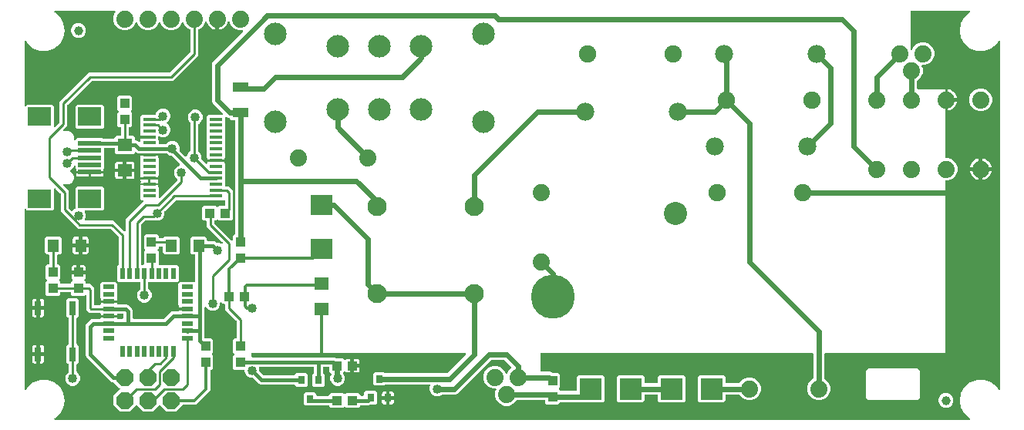
<source format=gbr>
G04 EAGLE Gerber RS-274X export*
G75*
%MOMM*%
%FSLAX34Y34*%
%LPD*%
%INTop Copper*%
%IPPOS*%
%AMOC8*
5,1,8,0,0,1.08239X$1,22.5*%
G01*
%ADD10R,1.000000X1.100000*%
%ADD11R,1.100000X1.000000*%
%ADD12R,2.400000X2.200000*%
%ADD13C,1.981200*%
%ADD14R,0.800000X0.900000*%
%ADD15C,1.905000*%
%ADD16C,2.100000*%
%ADD17C,4.826000*%
%ADD18C,2.540000*%
%ADD19R,1.600000X1.400000*%
%ADD20C,1.879600*%
%ADD21R,1.270000X0.558800*%
%ADD22R,0.558800X1.270000*%
%ADD23R,0.762000X1.524000*%
%ADD24R,1.200000X1.400000*%
%ADD25P,2.034460X8X22.500000*%
%ADD26R,1.397000X0.348000*%
%ADD27R,2.500000X0.500000*%
%ADD28R,2.500000X2.000000*%
%ADD29R,1.800000X1.000000*%
%ADD30C,2.475000*%
%ADD31R,2.400000X2.400000*%
%ADD32C,1.000000*%
%ADD33C,0.406400*%
%ADD34C,0.254000*%
%ADD35C,1.016000*%
%ADD36C,0.355600*%
%ADD37C,0.609600*%
%ADD38C,0.304800*%
%ADD39C,0.381000*%

G36*
X545024Y25653D02*
X545024Y25653D01*
X545022Y25653D01*
X544882Y25633D01*
X544744Y25613D01*
X544742Y25613D01*
X544741Y25613D01*
X544615Y25556D01*
X544484Y25497D01*
X544483Y25496D01*
X544482Y25495D01*
X544375Y25404D01*
X544267Y25314D01*
X544266Y25312D01*
X544265Y25311D01*
X544257Y25298D01*
X544110Y25077D01*
X544101Y25048D01*
X544087Y25027D01*
X543952Y24699D01*
X540451Y21198D01*
X535876Y19303D01*
X530924Y19303D01*
X526349Y21198D01*
X522848Y24699D01*
X520953Y29274D01*
X520953Y34226D01*
X522081Y36949D01*
X522110Y37061D01*
X522145Y37170D01*
X522146Y37198D01*
X522152Y37225D01*
X522149Y37339D01*
X522152Y37454D01*
X522145Y37481D01*
X522144Y37509D01*
X522109Y37618D01*
X522080Y37729D01*
X522066Y37753D01*
X522058Y37780D01*
X521994Y37875D01*
X521935Y37974D01*
X521915Y37993D01*
X521899Y38016D01*
X521812Y38090D01*
X521728Y38168D01*
X521703Y38181D01*
X521682Y38199D01*
X521577Y38245D01*
X521475Y38298D01*
X521450Y38302D01*
X521422Y38314D01*
X521158Y38351D01*
X521144Y38353D01*
X518224Y38353D01*
X513649Y40248D01*
X510148Y43749D01*
X508253Y48324D01*
X508253Y53276D01*
X510148Y57851D01*
X513649Y61352D01*
X518224Y63247D01*
X523176Y63247D01*
X527751Y61352D01*
X531252Y57851D01*
X532462Y54929D01*
X532477Y54904D01*
X532486Y54876D01*
X532549Y54781D01*
X532607Y54684D01*
X532628Y54664D01*
X532644Y54639D01*
X532731Y54567D01*
X532813Y54489D01*
X532839Y54475D01*
X532862Y54457D01*
X532965Y54411D01*
X533066Y54359D01*
X533095Y54353D01*
X533122Y54341D01*
X533234Y54325D01*
X533345Y54304D01*
X533374Y54306D01*
X533403Y54302D01*
X533515Y54318D01*
X533628Y54328D01*
X533655Y54339D01*
X533684Y54343D01*
X533788Y54389D01*
X533893Y54430D01*
X533917Y54448D01*
X533944Y54460D01*
X534030Y54533D01*
X534120Y54602D01*
X534138Y54625D01*
X534160Y54644D01*
X534202Y54711D01*
X534290Y54829D01*
X534312Y54888D01*
X534338Y54929D01*
X535548Y57851D01*
X538620Y60922D01*
X538655Y60969D01*
X538697Y61009D01*
X538740Y61082D01*
X538791Y61149D01*
X538812Y61204D01*
X538841Y61255D01*
X538862Y61336D01*
X538892Y61415D01*
X538897Y61473D01*
X538911Y61530D01*
X538909Y61614D01*
X538916Y61698D01*
X538904Y61756D01*
X538902Y61814D01*
X538876Y61894D01*
X538860Y61977D01*
X538833Y62029D01*
X538815Y62085D01*
X538775Y62141D01*
X538729Y62229D01*
X538660Y62302D01*
X538620Y62358D01*
X531172Y69806D01*
X531102Y69858D01*
X531038Y69918D01*
X530989Y69944D01*
X530945Y69977D01*
X530863Y70008D01*
X530785Y70048D01*
X530738Y70056D01*
X530679Y70078D01*
X530531Y70090D01*
X530454Y70103D01*
X517296Y70103D01*
X517209Y70091D01*
X517122Y70088D01*
X517069Y70071D01*
X517014Y70063D01*
X516935Y70028D01*
X516851Y70001D01*
X516812Y69973D01*
X516755Y69947D01*
X516642Y69851D01*
X516578Y69806D01*
X479704Y32931D01*
X477463Y32003D01*
X463020Y32003D01*
X462933Y31991D01*
X462846Y31988D01*
X462793Y31971D01*
X462738Y31963D01*
X462658Y31928D01*
X462575Y31901D01*
X462536Y31873D01*
X462479Y31847D01*
X462365Y31751D01*
X462302Y31706D01*
X461805Y31209D01*
X458817Y29971D01*
X455583Y29971D01*
X452595Y31209D01*
X450309Y33495D01*
X449071Y36483D01*
X449071Y39717D01*
X449851Y41599D01*
X449880Y41711D01*
X449914Y41820D01*
X449915Y41848D01*
X449922Y41875D01*
X449919Y41989D01*
X449922Y42104D01*
X449915Y42131D01*
X449914Y42159D01*
X449879Y42268D01*
X449850Y42379D01*
X449836Y42403D01*
X449827Y42430D01*
X449763Y42525D01*
X449705Y42624D01*
X449684Y42643D01*
X449669Y42666D01*
X449581Y42740D01*
X449497Y42818D01*
X449473Y42831D01*
X449451Y42849D01*
X449347Y42895D01*
X449244Y42948D01*
X449220Y42952D01*
X449192Y42964D01*
X448928Y43001D01*
X448913Y43003D01*
X400835Y43003D01*
X400749Y42991D01*
X400661Y42988D01*
X400609Y42971D01*
X400554Y42963D01*
X400474Y42928D01*
X400391Y42901D01*
X400352Y42873D01*
X400294Y42847D01*
X400181Y42751D01*
X400117Y42706D01*
X398963Y41551D01*
X388437Y41551D01*
X386651Y43337D01*
X386651Y54863D01*
X388437Y56649D01*
X398963Y56649D01*
X400117Y55494D01*
X400187Y55442D01*
X400251Y55382D01*
X400301Y55356D01*
X400345Y55323D01*
X400426Y55292D01*
X400504Y55252D01*
X400552Y55244D01*
X400610Y55222D01*
X400758Y55210D01*
X400835Y55197D01*
X467954Y55197D01*
X468041Y55209D01*
X468128Y55212D01*
X468181Y55229D01*
X468236Y55237D01*
X468315Y55272D01*
X468399Y55299D01*
X468438Y55327D01*
X468495Y55353D01*
X468608Y55449D01*
X468672Y55494D01*
X488660Y75482D01*
X488678Y75506D01*
X488700Y75525D01*
X488763Y75619D01*
X488831Y75709D01*
X488841Y75737D01*
X488858Y75761D01*
X488892Y75869D01*
X488932Y75975D01*
X488935Y76004D01*
X488943Y76032D01*
X488946Y76146D01*
X488956Y76258D01*
X488950Y76287D01*
X488951Y76316D01*
X488922Y76426D01*
X488900Y76537D01*
X488886Y76563D01*
X488879Y76591D01*
X488821Y76689D01*
X488769Y76789D01*
X488749Y76811D01*
X488734Y76836D01*
X488651Y76913D01*
X488573Y76995D01*
X488548Y77010D01*
X488526Y77030D01*
X488425Y77082D01*
X488328Y77139D01*
X488299Y77146D01*
X488273Y77160D01*
X488196Y77173D01*
X488052Y77209D01*
X487990Y77207D01*
X487942Y77215D01*
X254000Y77215D01*
X253942Y77207D01*
X253884Y77209D01*
X253802Y77187D01*
X253719Y77175D01*
X253665Y77152D01*
X253609Y77137D01*
X253536Y77094D01*
X253459Y77059D01*
X253414Y77021D01*
X253364Y76992D01*
X253306Y76930D01*
X253242Y76876D01*
X253210Y76827D01*
X253170Y76784D01*
X253131Y76709D01*
X253085Y76639D01*
X253067Y76583D01*
X253040Y76531D01*
X253029Y76463D01*
X252999Y76368D01*
X252996Y76268D01*
X252985Y76200D01*
X252985Y73796D01*
X252993Y73738D01*
X252991Y73680D01*
X253013Y73598D01*
X253025Y73514D01*
X253049Y73461D01*
X253063Y73405D01*
X253106Y73332D01*
X253141Y73255D01*
X253179Y73210D01*
X253209Y73160D01*
X253270Y73102D01*
X253325Y73038D01*
X253373Y73006D01*
X253416Y72966D01*
X253491Y72927D01*
X253561Y72880D01*
X253617Y72863D01*
X253669Y72836D01*
X253737Y72825D01*
X253832Y72795D01*
X253932Y72792D01*
X254000Y72781D01*
X343911Y72781D01*
X345778Y72007D01*
X345939Y71846D01*
X346009Y71794D01*
X346073Y71734D01*
X346122Y71708D01*
X346166Y71675D01*
X346248Y71644D01*
X346326Y71604D01*
X346374Y71596D01*
X346432Y71574D01*
X346580Y71562D01*
X346657Y71549D01*
X353863Y71549D01*
X355241Y70170D01*
X355288Y70135D01*
X355328Y70093D01*
X355401Y70050D01*
X355469Y69999D01*
X355523Y69979D01*
X355574Y69949D01*
X355655Y69928D01*
X355734Y69898D01*
X355792Y69893D01*
X355849Y69879D01*
X355934Y69882D01*
X356018Y69875D01*
X356075Y69886D01*
X356133Y69888D01*
X356214Y69914D01*
X356296Y69930D01*
X356348Y69957D01*
X356404Y69975D01*
X356460Y70016D01*
X356549Y70061D01*
X356621Y70130D01*
X356677Y70170D01*
X357040Y70533D01*
X357619Y70868D01*
X358266Y71041D01*
X362069Y71041D01*
X362069Y64516D01*
X362077Y64458D01*
X362075Y64400D01*
X362097Y64318D01*
X362109Y64235D01*
X362133Y64181D01*
X362147Y64125D01*
X362190Y64052D01*
X362225Y63975D01*
X362263Y63931D01*
X362293Y63880D01*
X362354Y63823D01*
X362409Y63758D01*
X362457Y63726D01*
X362500Y63686D01*
X362575Y63647D01*
X362645Y63601D01*
X362701Y63583D01*
X362753Y63556D01*
X362821Y63545D01*
X362916Y63515D01*
X363016Y63512D01*
X363084Y63501D01*
X364101Y63501D01*
X364101Y63499D01*
X363084Y63499D01*
X363026Y63491D01*
X362968Y63492D01*
X362886Y63471D01*
X362803Y63459D01*
X362749Y63435D01*
X362693Y63421D01*
X362620Y63378D01*
X362543Y63343D01*
X362498Y63305D01*
X362448Y63275D01*
X362390Y63214D01*
X362326Y63159D01*
X362294Y63111D01*
X362254Y63068D01*
X362215Y62993D01*
X362169Y62923D01*
X362151Y62867D01*
X362124Y62815D01*
X362113Y62747D01*
X362083Y62652D01*
X362080Y62552D01*
X362069Y62484D01*
X362069Y55959D01*
X358266Y55959D01*
X357619Y56132D01*
X357040Y56467D01*
X356677Y56830D01*
X356630Y56865D01*
X356590Y56907D01*
X356517Y56950D01*
X356450Y57001D01*
X356395Y57022D01*
X356345Y57051D01*
X356263Y57072D01*
X356184Y57102D01*
X356126Y57107D01*
X356069Y57121D01*
X355985Y57118D01*
X355901Y57125D01*
X355844Y57114D01*
X355785Y57112D01*
X355705Y57086D01*
X355622Y57070D01*
X355570Y57043D01*
X355515Y57025D01*
X355458Y56985D01*
X355370Y56939D01*
X355298Y56870D01*
X355241Y56830D01*
X354427Y56015D01*
X354391Y55968D01*
X354349Y55928D01*
X354306Y55855D01*
X354256Y55788D01*
X354235Y55733D01*
X354205Y55683D01*
X354184Y55601D01*
X354154Y55522D01*
X354150Y55464D01*
X354135Y55407D01*
X354138Y55323D01*
X354131Y55239D01*
X354142Y55182D01*
X354144Y55123D01*
X354170Y55043D01*
X354187Y54960D01*
X354214Y54908D01*
X354232Y54853D01*
X354272Y54796D01*
X354318Y54708D01*
X354386Y54635D01*
X354427Y54579D01*
X354871Y54135D01*
X356109Y51147D01*
X356109Y47913D01*
X354871Y44925D01*
X352585Y42639D01*
X349597Y41401D01*
X346363Y41401D01*
X343375Y42639D01*
X341089Y44925D01*
X339851Y47913D01*
X339851Y51147D01*
X340926Y53741D01*
X340934Y53771D01*
X340948Y53799D01*
X340961Y53876D01*
X340997Y54017D01*
X340995Y54081D01*
X341003Y54130D01*
X341003Y54436D01*
X340995Y54494D01*
X340997Y54552D01*
X340975Y54634D01*
X340963Y54718D01*
X340940Y54771D01*
X340925Y54827D01*
X340882Y54900D01*
X340847Y54977D01*
X340809Y55022D01*
X340780Y55072D01*
X340718Y55130D01*
X340664Y55194D01*
X340615Y55226D01*
X340572Y55266D01*
X340497Y55305D01*
X340457Y55332D01*
X338551Y57237D01*
X338551Y61604D01*
X338543Y61662D01*
X338545Y61720D01*
X338523Y61802D01*
X338511Y61886D01*
X338488Y61939D01*
X338473Y61995D01*
X338430Y62068D01*
X338395Y62145D01*
X338357Y62190D01*
X338328Y62240D01*
X338266Y62298D01*
X338212Y62362D01*
X338163Y62394D01*
X338120Y62434D01*
X338045Y62473D01*
X337975Y62520D01*
X337919Y62537D01*
X337867Y62564D01*
X337799Y62575D01*
X337704Y62605D01*
X337604Y62608D01*
X337536Y62619D01*
X333096Y62619D01*
X333038Y62611D01*
X332980Y62613D01*
X332898Y62591D01*
X332814Y62579D01*
X332761Y62556D01*
X332705Y62541D01*
X332632Y62498D01*
X332555Y62463D01*
X332510Y62425D01*
X332460Y62396D01*
X332402Y62334D01*
X332338Y62280D01*
X332306Y62231D01*
X332266Y62188D01*
X332227Y62113D01*
X332180Y62043D01*
X332163Y61987D01*
X332136Y61935D01*
X332125Y61867D01*
X332095Y61772D01*
X332092Y61672D01*
X332081Y61604D01*
X332081Y56251D01*
X332093Y56165D01*
X332096Y56077D01*
X332113Y56025D01*
X332121Y55970D01*
X332156Y55890D01*
X332183Y55807D01*
X332211Y55768D01*
X332237Y55710D01*
X332333Y55597D01*
X332378Y55533D01*
X334049Y53863D01*
X334049Y42337D01*
X332263Y40551D01*
X321737Y40551D01*
X319951Y42337D01*
X319951Y53863D01*
X321622Y55533D01*
X321674Y55603D01*
X321734Y55667D01*
X321760Y55716D01*
X321793Y55761D01*
X321824Y55842D01*
X321864Y55920D01*
X321872Y55968D01*
X321894Y56026D01*
X321906Y56174D01*
X321919Y56251D01*
X321919Y61604D01*
X321911Y61662D01*
X321913Y61720D01*
X321891Y61802D01*
X321879Y61886D01*
X321856Y61939D01*
X321841Y61995D01*
X321798Y62068D01*
X321763Y62145D01*
X321725Y62190D01*
X321696Y62240D01*
X321634Y62298D01*
X321580Y62362D01*
X321531Y62394D01*
X321488Y62434D01*
X321413Y62473D01*
X321343Y62520D01*
X321287Y62537D01*
X321235Y62564D01*
X321167Y62575D01*
X321072Y62605D01*
X320972Y62608D01*
X320904Y62619D01*
X262578Y62619D01*
X262465Y62603D01*
X262350Y62593D01*
X262324Y62583D01*
X262297Y62579D01*
X262192Y62532D01*
X262085Y62491D01*
X262063Y62475D01*
X262038Y62463D01*
X261950Y62389D01*
X261858Y62320D01*
X261842Y62297D01*
X261821Y62280D01*
X261757Y62184D01*
X261688Y62092D01*
X261678Y62066D01*
X261663Y62043D01*
X261628Y61933D01*
X261588Y61826D01*
X261586Y61798D01*
X261577Y61772D01*
X261574Y61657D01*
X261565Y61543D01*
X261571Y61518D01*
X261570Y61488D01*
X261637Y61231D01*
X261641Y61215D01*
X262129Y60037D01*
X262129Y57897D01*
X262141Y57810D01*
X262144Y57723D01*
X262161Y57670D01*
X262169Y57616D01*
X262204Y57536D01*
X262231Y57453D01*
X262259Y57413D01*
X262285Y57356D01*
X262355Y57273D01*
X262377Y57237D01*
X262401Y57214D01*
X262426Y57179D01*
X266127Y53478D01*
X266197Y53426D01*
X266261Y53366D01*
X266310Y53340D01*
X266354Y53307D01*
X266436Y53276D01*
X266514Y53236D01*
X266562Y53228D01*
X266620Y53206D01*
X266768Y53194D01*
X266845Y53181D01*
X299936Y53181D01*
X299994Y53189D01*
X300052Y53187D01*
X300134Y53209D01*
X300218Y53221D01*
X300271Y53244D01*
X300327Y53259D01*
X300400Y53302D01*
X300477Y53337D01*
X300522Y53375D01*
X300572Y53404D01*
X300630Y53466D01*
X300694Y53520D01*
X300726Y53569D01*
X300766Y53612D01*
X300805Y53687D01*
X300852Y53757D01*
X300854Y53766D01*
X302737Y55649D01*
X313263Y55649D01*
X315049Y53863D01*
X315049Y42337D01*
X313263Y40551D01*
X302737Y40551D01*
X300843Y42445D01*
X300830Y42468D01*
X300795Y42545D01*
X300757Y42590D01*
X300728Y42640D01*
X300666Y42698D01*
X300612Y42762D01*
X300563Y42794D01*
X300520Y42834D01*
X300445Y42873D01*
X300375Y42920D01*
X300319Y42937D01*
X300267Y42964D01*
X300199Y42975D01*
X300104Y43005D01*
X300004Y43008D01*
X299936Y43019D01*
X263309Y43019D01*
X261442Y43793D01*
X255241Y49994D01*
X255171Y50046D01*
X255107Y50106D01*
X255058Y50132D01*
X255014Y50165D01*
X254932Y50196D01*
X254854Y50236D01*
X254806Y50244D01*
X254748Y50266D01*
X254600Y50278D01*
X254523Y50291D01*
X252383Y50291D01*
X249395Y51529D01*
X247109Y53815D01*
X245871Y56803D01*
X245871Y58136D01*
X245863Y58194D01*
X245865Y58252D01*
X245843Y58334D01*
X245831Y58418D01*
X245808Y58471D01*
X245793Y58527D01*
X245750Y58600D01*
X245715Y58677D01*
X245677Y58722D01*
X245648Y58772D01*
X245586Y58830D01*
X245532Y58894D01*
X245483Y58926D01*
X245440Y58966D01*
X245365Y59005D01*
X245295Y59052D01*
X245239Y59069D01*
X245187Y59096D01*
X245119Y59107D01*
X245024Y59137D01*
X244924Y59140D01*
X244856Y59151D01*
X235037Y59151D01*
X233251Y60937D01*
X233251Y74463D01*
X234271Y75482D01*
X234306Y75529D01*
X234348Y75569D01*
X234391Y75642D01*
X234441Y75709D01*
X234462Y75764D01*
X234492Y75814D01*
X234513Y75896D01*
X234543Y75975D01*
X234548Y76033D01*
X234562Y76090D01*
X234559Y76174D01*
X234566Y76258D01*
X234555Y76316D01*
X234553Y76374D01*
X234527Y76454D01*
X234510Y76537D01*
X234483Y76589D01*
X234465Y76645D01*
X234425Y76701D01*
X234379Y76789D01*
X234311Y76862D01*
X234271Y76918D01*
X233251Y77937D01*
X233251Y91463D01*
X235037Y93249D01*
X235966Y93249D01*
X236024Y93257D01*
X236082Y93255D01*
X236164Y93277D01*
X236248Y93289D01*
X236301Y93312D01*
X236357Y93327D01*
X236430Y93370D01*
X236507Y93405D01*
X236552Y93443D01*
X236602Y93472D01*
X236660Y93534D01*
X236724Y93588D01*
X236756Y93637D01*
X236796Y93680D01*
X236835Y93755D01*
X236882Y93825D01*
X236899Y93881D01*
X236926Y93933D01*
X236937Y94001D01*
X236967Y94096D01*
X236970Y94196D01*
X236981Y94264D01*
X236981Y112091D01*
X236969Y112177D01*
X236966Y112265D01*
X236949Y112317D01*
X236941Y112372D01*
X236906Y112452D01*
X236879Y112535D01*
X236851Y112574D01*
X236825Y112631D01*
X236729Y112745D01*
X236684Y112808D01*
X224281Y125211D01*
X224281Y130636D01*
X224273Y130694D01*
X224275Y130752D01*
X224253Y130834D01*
X224241Y130918D01*
X224218Y130971D01*
X224203Y131027D01*
X224160Y131100D01*
X224125Y131177D01*
X224087Y131222D01*
X224058Y131272D01*
X223996Y131330D01*
X223942Y131394D01*
X223893Y131426D01*
X223850Y131466D01*
X223775Y131505D01*
X223705Y131552D01*
X223649Y131569D01*
X223597Y131596D01*
X223529Y131607D01*
X223434Y131637D01*
X223334Y131640D01*
X223266Y131651D01*
X222227Y131651D01*
X220682Y133197D01*
X220658Y133214D01*
X220639Y133237D01*
X220545Y133299D01*
X220455Y133367D01*
X220427Y133378D01*
X220403Y133394D01*
X220295Y133428D01*
X220189Y133469D01*
X220160Y133471D01*
X220132Y133480D01*
X220018Y133483D01*
X219906Y133492D01*
X219877Y133487D01*
X219848Y133487D01*
X219738Y133459D01*
X219627Y133436D01*
X219601Y133423D01*
X219573Y133415D01*
X219475Y133358D01*
X219375Y133305D01*
X219353Y133285D01*
X219328Y133270D01*
X219251Y133188D01*
X219169Y133110D01*
X219154Y133084D01*
X219134Y133063D01*
X219082Y132962D01*
X219025Y132864D01*
X219018Y132836D01*
X219004Y132810D01*
X218991Y132732D01*
X218955Y132589D01*
X218957Y132526D01*
X218949Y132479D01*
X218949Y130463D01*
X217711Y127475D01*
X215425Y125189D01*
X212437Y123951D01*
X209203Y123951D01*
X206215Y125189D01*
X203929Y127475D01*
X203884Y127584D01*
X203840Y127658D01*
X203805Y127736D01*
X203768Y127780D01*
X203739Y127829D01*
X203677Y127888D01*
X203621Y127953D01*
X203574Y127985D01*
X203533Y128024D01*
X203456Y128063D01*
X203385Y128111D01*
X203331Y128128D01*
X203280Y128154D01*
X203196Y128171D01*
X203114Y128196D01*
X203057Y128198D01*
X203001Y128209D01*
X202916Y128202D01*
X202830Y128204D01*
X202775Y128189D01*
X202718Y128185D01*
X202638Y128154D01*
X202555Y128132D01*
X202506Y128103D01*
X202453Y128082D01*
X202384Y128031D01*
X202310Y127987D01*
X202271Y127945D01*
X202226Y127911D01*
X202175Y127842D01*
X202116Y127779D01*
X202090Y127729D01*
X202056Y127683D01*
X202025Y127603D01*
X201986Y127526D01*
X201978Y127478D01*
X201955Y127417D01*
X201944Y127273D01*
X201931Y127195D01*
X201931Y94264D01*
X201939Y94206D01*
X201937Y94148D01*
X201959Y94066D01*
X201971Y93982D01*
X201994Y93929D01*
X202009Y93873D01*
X202052Y93800D01*
X202087Y93723D01*
X202125Y93678D01*
X202154Y93628D01*
X202216Y93570D01*
X202270Y93506D01*
X202319Y93474D01*
X202362Y93434D01*
X202437Y93395D01*
X202507Y93348D01*
X202563Y93331D01*
X202615Y93304D01*
X202683Y93293D01*
X202778Y93263D01*
X202878Y93260D01*
X202946Y93249D01*
X209463Y93249D01*
X211249Y91463D01*
X211249Y77937D01*
X210229Y76918D01*
X210194Y76871D01*
X210152Y76831D01*
X210109Y76758D01*
X210059Y76691D01*
X210038Y76636D01*
X210008Y76586D01*
X209987Y76504D01*
X209957Y76425D01*
X209952Y76367D01*
X209938Y76310D01*
X209941Y76226D01*
X209934Y76142D01*
X209945Y76084D01*
X209947Y76026D01*
X209973Y75946D01*
X209990Y75863D01*
X210017Y75811D01*
X210035Y75755D01*
X210075Y75699D01*
X210121Y75611D01*
X210189Y75538D01*
X210229Y75482D01*
X211249Y74463D01*
X211249Y60937D01*
X209463Y59151D01*
X209042Y59151D01*
X208984Y59143D01*
X208926Y59145D01*
X208844Y59123D01*
X208760Y59111D01*
X208707Y59088D01*
X208651Y59073D01*
X208578Y59030D01*
X208501Y58995D01*
X208456Y58957D01*
X208406Y58928D01*
X208348Y58866D01*
X208284Y58812D01*
X208252Y58763D01*
X208212Y58720D01*
X208173Y58645D01*
X208126Y58575D01*
X208109Y58519D01*
X208082Y58467D01*
X208071Y58399D01*
X208041Y58304D01*
X208038Y58204D01*
X208027Y58136D01*
X208027Y36101D01*
X192499Y20573D01*
X178296Y20573D01*
X178209Y20561D01*
X178122Y20558D01*
X178069Y20541D01*
X178015Y20533D01*
X177935Y20498D01*
X177852Y20471D01*
X177812Y20443D01*
X177755Y20417D01*
X177642Y20321D01*
X177578Y20276D01*
X170256Y12953D01*
X159944Y12953D01*
X153118Y19780D01*
X153071Y19815D01*
X153031Y19857D01*
X152958Y19900D01*
X152891Y19951D01*
X152836Y19971D01*
X152786Y20001D01*
X152704Y20022D01*
X152625Y20052D01*
X152567Y20057D01*
X152510Y20071D01*
X152426Y20068D01*
X152342Y20075D01*
X152284Y20064D01*
X152226Y20062D01*
X152146Y20036D01*
X152063Y20020D01*
X152011Y19993D01*
X151955Y19975D01*
X151899Y19935D01*
X151811Y19889D01*
X151738Y19820D01*
X151682Y19780D01*
X144856Y12953D01*
X134544Y12953D01*
X127718Y19780D01*
X127671Y19815D01*
X127631Y19857D01*
X127558Y19900D01*
X127491Y19951D01*
X127436Y19971D01*
X127386Y20001D01*
X127304Y20022D01*
X127225Y20052D01*
X127167Y20057D01*
X127110Y20071D01*
X127026Y20068D01*
X126942Y20075D01*
X126884Y20064D01*
X126826Y20062D01*
X126746Y20036D01*
X126663Y20020D01*
X126611Y19993D01*
X126555Y19975D01*
X126499Y19935D01*
X126411Y19889D01*
X126338Y19820D01*
X126282Y19780D01*
X119456Y12953D01*
X109144Y12953D01*
X101853Y20244D01*
X101853Y30556D01*
X108680Y37382D01*
X108715Y37429D01*
X108757Y37469D01*
X108800Y37542D01*
X108851Y37609D01*
X108871Y37664D01*
X108901Y37714D01*
X108922Y37796D01*
X108952Y37875D01*
X108957Y37933D01*
X108971Y37990D01*
X108968Y38074D01*
X108975Y38158D01*
X108964Y38216D01*
X108962Y38274D01*
X108936Y38354D01*
X108920Y38437D01*
X108893Y38489D01*
X108875Y38545D01*
X108835Y38601D01*
X108789Y38689D01*
X108720Y38762D01*
X108680Y38818D01*
X102076Y45422D01*
X102006Y45474D01*
X101942Y45534D01*
X101893Y45560D01*
X101849Y45593D01*
X101767Y45624D01*
X101689Y45664D01*
X101641Y45672D01*
X101583Y45694D01*
X101435Y45706D01*
X101358Y45719D01*
X100589Y45719D01*
X98722Y46493D01*
X97150Y48065D01*
X73465Y71750D01*
X71893Y73322D01*
X71119Y75189D01*
X71119Y107691D01*
X71893Y109558D01*
X76562Y114227D01*
X78429Y115001D01*
X86868Y115001D01*
X86926Y115009D01*
X86984Y115007D01*
X87066Y115029D01*
X87150Y115041D01*
X87203Y115064D01*
X87259Y115079D01*
X87332Y115122D01*
X87409Y115157D01*
X87454Y115195D01*
X87504Y115224D01*
X87562Y115286D01*
X87626Y115340D01*
X87658Y115389D01*
X87698Y115432D01*
X87737Y115507D01*
X87784Y115577D01*
X87801Y115633D01*
X87828Y115685D01*
X87839Y115753D01*
X87869Y115848D01*
X87872Y115948D01*
X87883Y116016D01*
X87883Y116524D01*
X96393Y116524D01*
X96451Y116532D01*
X96509Y116530D01*
X96591Y116552D01*
X96674Y116564D01*
X96728Y116587D01*
X96781Y116601D01*
X96824Y116579D01*
X96892Y116568D01*
X96987Y116538D01*
X97087Y116535D01*
X97155Y116524D01*
X105665Y116524D01*
X105665Y116078D01*
X105673Y116020D01*
X105671Y115962D01*
X105693Y115880D01*
X105705Y115796D01*
X105728Y115743D01*
X105743Y115687D01*
X105786Y115614D01*
X105821Y115537D01*
X105859Y115492D01*
X105888Y115442D01*
X105950Y115384D01*
X106004Y115320D01*
X106053Y115288D01*
X106096Y115248D01*
X106171Y115209D01*
X106241Y115162D01*
X106297Y115145D01*
X106349Y115118D01*
X106417Y115107D01*
X106512Y115077D01*
X106612Y115074D01*
X106680Y115063D01*
X111811Y115063D01*
X111869Y115071D01*
X111927Y115069D01*
X112009Y115091D01*
X112092Y115103D01*
X112146Y115126D01*
X112202Y115141D01*
X112275Y115184D01*
X112352Y115219D01*
X112396Y115257D01*
X112447Y115286D01*
X112504Y115348D01*
X112569Y115402D01*
X112601Y115451D01*
X112641Y115494D01*
X112680Y115569D01*
X112726Y115639D01*
X112744Y115695D01*
X112771Y115747D01*
X112782Y115815D01*
X112812Y115910D01*
X112815Y116010D01*
X112826Y116078D01*
X112826Y119824D01*
X112818Y119879D01*
X112819Y119920D01*
X112819Y119921D01*
X112819Y119940D01*
X112798Y120022D01*
X112786Y120106D01*
X112762Y120159D01*
X112748Y120215D01*
X112705Y120288D01*
X112670Y120365D01*
X112632Y120410D01*
X112602Y120460D01*
X112541Y120518D01*
X112486Y120582D01*
X112438Y120614D01*
X112395Y120654D01*
X112320Y120693D01*
X112250Y120740D01*
X112194Y120757D01*
X112142Y120784D01*
X112074Y120795D01*
X111979Y120825D01*
X111879Y120828D01*
X111811Y120839D01*
X106680Y120839D01*
X106622Y120831D01*
X106564Y120833D01*
X106482Y120811D01*
X106398Y120799D01*
X106345Y120776D01*
X106289Y120761D01*
X106216Y120718D01*
X106139Y120683D01*
X106094Y120645D01*
X106044Y120616D01*
X105986Y120554D01*
X105922Y120500D01*
X105890Y120451D01*
X105850Y120408D01*
X105811Y120333D01*
X105764Y120263D01*
X105747Y120207D01*
X105720Y120155D01*
X105709Y120087D01*
X105679Y119992D01*
X105676Y119892D01*
X105665Y119824D01*
X105665Y119316D01*
X97155Y119316D01*
X97097Y119308D01*
X97039Y119310D01*
X96957Y119288D01*
X96874Y119276D01*
X96820Y119253D01*
X96767Y119239D01*
X96724Y119261D01*
X96656Y119272D01*
X96561Y119302D01*
X96461Y119305D01*
X96393Y119316D01*
X87883Y119316D01*
X87883Y120586D01*
X87875Y120644D01*
X87877Y120702D01*
X87855Y120784D01*
X87843Y120867D01*
X87820Y120921D01*
X87805Y120977D01*
X87762Y121050D01*
X87727Y121127D01*
X87689Y121172D01*
X87660Y121222D01*
X87598Y121280D01*
X87544Y121344D01*
X87495Y121376D01*
X87452Y121416D01*
X87377Y121455D01*
X87307Y121501D01*
X87251Y121519D01*
X87199Y121546D01*
X87131Y121557D01*
X87036Y121587D01*
X86936Y121590D01*
X86868Y121601D01*
X75491Y121601D01*
X71881Y125211D01*
X71881Y140099D01*
X71877Y140128D01*
X71880Y140157D01*
X71857Y140268D01*
X71841Y140380D01*
X71829Y140407D01*
X71824Y140436D01*
X71771Y140536D01*
X71725Y140640D01*
X71706Y140662D01*
X71693Y140688D01*
X71615Y140770D01*
X71542Y140857D01*
X71517Y140873D01*
X71497Y140894D01*
X71399Y140951D01*
X71305Y141014D01*
X71277Y141023D01*
X71252Y141038D01*
X71142Y141066D01*
X71034Y141100D01*
X71004Y141101D01*
X70976Y141108D01*
X70863Y141104D01*
X70750Y141107D01*
X70721Y141100D01*
X70692Y141099D01*
X70584Y141064D01*
X70475Y141035D01*
X70449Y141021D01*
X70421Y141011D01*
X70357Y140966D01*
X70230Y140890D01*
X70187Y140845D01*
X70148Y140817D01*
X69763Y140431D01*
X57237Y140431D01*
X55451Y142217D01*
X55451Y143646D01*
X55443Y143704D01*
X55445Y143762D01*
X55423Y143844D01*
X55411Y143928D01*
X55388Y143981D01*
X55373Y144037D01*
X55330Y144110D01*
X55295Y144187D01*
X55257Y144232D01*
X55228Y144282D01*
X55166Y144340D01*
X55112Y144404D01*
X55063Y144436D01*
X55020Y144476D01*
X54945Y144515D01*
X54875Y144562D01*
X54819Y144579D01*
X54767Y144606D01*
X54699Y144617D01*
X54604Y144647D01*
X54504Y144650D01*
X54436Y144661D01*
X44624Y144661D01*
X44566Y144653D01*
X44508Y144655D01*
X44426Y144633D01*
X44342Y144621D01*
X44289Y144598D01*
X44233Y144583D01*
X44160Y144540D01*
X44083Y144505D01*
X44038Y144467D01*
X43988Y144438D01*
X43930Y144376D01*
X43866Y144322D01*
X43834Y144273D01*
X43794Y144230D01*
X43755Y144155D01*
X43708Y144085D01*
X43691Y144029D01*
X43664Y143977D01*
X43653Y143909D01*
X43623Y143814D01*
X43620Y143714D01*
X43609Y143646D01*
X43609Y142217D01*
X41823Y140431D01*
X29297Y140431D01*
X27511Y142217D01*
X27511Y155743D01*
X28531Y156762D01*
X28566Y156809D01*
X28608Y156849D01*
X28651Y156922D01*
X28701Y156989D01*
X28722Y157044D01*
X28752Y157094D01*
X28773Y157176D01*
X28803Y157255D01*
X28808Y157313D01*
X28822Y157370D01*
X28819Y157454D01*
X28826Y157538D01*
X28815Y157596D01*
X28813Y157654D01*
X28787Y157734D01*
X28770Y157817D01*
X28743Y157869D01*
X28725Y157925D01*
X28685Y157981D01*
X28639Y158069D01*
X28571Y158142D01*
X28531Y158198D01*
X27511Y159217D01*
X27511Y172743D01*
X29297Y174529D01*
X30466Y174529D01*
X30524Y174537D01*
X30582Y174535D01*
X30664Y174557D01*
X30748Y174569D01*
X30801Y174592D01*
X30857Y174607D01*
X30930Y174650D01*
X31007Y174685D01*
X31052Y174723D01*
X31102Y174752D01*
X31160Y174814D01*
X31224Y174868D01*
X31256Y174917D01*
X31296Y174960D01*
X31335Y175035D01*
X31382Y175105D01*
X31399Y175161D01*
X31426Y175213D01*
X31437Y175281D01*
X31467Y175376D01*
X31470Y175476D01*
X31481Y175544D01*
X31481Y184516D01*
X31473Y184574D01*
X31475Y184632D01*
X31453Y184714D01*
X31441Y184798D01*
X31418Y184851D01*
X31403Y184907D01*
X31360Y184980D01*
X31325Y185057D01*
X31287Y185102D01*
X31258Y185152D01*
X31196Y185210D01*
X31142Y185274D01*
X31093Y185306D01*
X31050Y185346D01*
X30975Y185385D01*
X30905Y185432D01*
X30849Y185449D01*
X30797Y185476D01*
X30729Y185487D01*
X30634Y185517D01*
X30534Y185520D01*
X30466Y185531D01*
X28537Y185531D01*
X26751Y187317D01*
X26751Y203843D01*
X28537Y205629D01*
X43063Y205629D01*
X44849Y203843D01*
X44849Y187317D01*
X43063Y185531D01*
X41134Y185531D01*
X41076Y185523D01*
X41018Y185525D01*
X40936Y185503D01*
X40852Y185491D01*
X40799Y185468D01*
X40743Y185453D01*
X40670Y185410D01*
X40593Y185375D01*
X40548Y185337D01*
X40498Y185308D01*
X40440Y185246D01*
X40376Y185192D01*
X40344Y185143D01*
X40304Y185100D01*
X40265Y185025D01*
X40218Y184955D01*
X40201Y184899D01*
X40174Y184847D01*
X40163Y184779D01*
X40133Y184684D01*
X40130Y184584D01*
X40119Y184516D01*
X40119Y175544D01*
X40127Y175486D01*
X40125Y175428D01*
X40147Y175346D01*
X40159Y175262D01*
X40182Y175209D01*
X40197Y175153D01*
X40240Y175080D01*
X40275Y175003D01*
X40313Y174958D01*
X40342Y174908D01*
X40404Y174850D01*
X40458Y174786D01*
X40507Y174754D01*
X40550Y174714D01*
X40625Y174675D01*
X40695Y174628D01*
X40751Y174611D01*
X40803Y174584D01*
X40871Y174573D01*
X40966Y174543D01*
X41066Y174540D01*
X41134Y174529D01*
X41823Y174529D01*
X43609Y172743D01*
X43609Y159217D01*
X42589Y158198D01*
X42554Y158151D01*
X42512Y158111D01*
X42469Y158038D01*
X42419Y157971D01*
X42398Y157916D01*
X42368Y157866D01*
X42347Y157784D01*
X42317Y157705D01*
X42312Y157647D01*
X42298Y157590D01*
X42301Y157506D01*
X42294Y157422D01*
X42305Y157364D01*
X42307Y157306D01*
X42333Y157226D01*
X42350Y157143D01*
X42377Y157091D01*
X42395Y157035D01*
X42435Y156979D01*
X42481Y156891D01*
X42549Y156818D01*
X42589Y156762D01*
X43609Y155743D01*
X43609Y154314D01*
X43617Y154257D01*
X43615Y154205D01*
X43616Y154205D01*
X43615Y154198D01*
X43637Y154116D01*
X43649Y154032D01*
X43672Y153979D01*
X43687Y153923D01*
X43730Y153850D01*
X43765Y153773D01*
X43803Y153728D01*
X43832Y153678D01*
X43894Y153620D01*
X43948Y153556D01*
X43997Y153524D01*
X44040Y153484D01*
X44115Y153445D01*
X44185Y153398D01*
X44241Y153381D01*
X44293Y153354D01*
X44361Y153343D01*
X44456Y153313D01*
X44556Y153310D01*
X44624Y153299D01*
X54436Y153299D01*
X54494Y153307D01*
X54552Y153305D01*
X54634Y153327D01*
X54718Y153339D01*
X54771Y153362D01*
X54827Y153377D01*
X54900Y153420D01*
X54977Y153455D01*
X55022Y153493D01*
X55072Y153522D01*
X55130Y153584D01*
X55194Y153638D01*
X55226Y153687D01*
X55266Y153730D01*
X55305Y153805D01*
X55352Y153875D01*
X55369Y153931D01*
X55396Y153983D01*
X55407Y154051D01*
X55437Y154146D01*
X55440Y154246D01*
X55451Y154314D01*
X55451Y155743D01*
X56830Y157121D01*
X56865Y157168D01*
X56907Y157208D01*
X56950Y157281D01*
X57001Y157349D01*
X57021Y157403D01*
X57051Y157454D01*
X57072Y157535D01*
X57102Y157614D01*
X57107Y157672D01*
X57121Y157729D01*
X57118Y157814D01*
X57125Y157898D01*
X57114Y157955D01*
X57112Y158013D01*
X57086Y158094D01*
X57070Y158176D01*
X57043Y158228D01*
X57025Y158284D01*
X56984Y158340D01*
X56939Y158429D01*
X56870Y158501D01*
X56830Y158557D01*
X56467Y158920D01*
X56132Y159499D01*
X55959Y160146D01*
X55959Y163949D01*
X62484Y163949D01*
X62542Y163957D01*
X62600Y163955D01*
X62682Y163977D01*
X62765Y163989D01*
X62819Y164013D01*
X62875Y164027D01*
X62948Y164070D01*
X63025Y164105D01*
X63069Y164143D01*
X63120Y164173D01*
X63177Y164234D01*
X63242Y164289D01*
X63274Y164337D01*
X63314Y164380D01*
X63353Y164455D01*
X63399Y164525D01*
X63417Y164581D01*
X63444Y164633D01*
X63455Y164701D01*
X63485Y164796D01*
X63488Y164896D01*
X63499Y164964D01*
X63499Y165981D01*
X63501Y165981D01*
X63501Y164964D01*
X63509Y164906D01*
X63508Y164848D01*
X63529Y164766D01*
X63541Y164683D01*
X63565Y164629D01*
X63579Y164573D01*
X63622Y164500D01*
X63657Y164423D01*
X63695Y164378D01*
X63725Y164328D01*
X63786Y164270D01*
X63841Y164206D01*
X63889Y164174D01*
X63932Y164134D01*
X64007Y164095D01*
X64077Y164049D01*
X64133Y164031D01*
X64185Y164004D01*
X64253Y163993D01*
X64348Y163963D01*
X64448Y163960D01*
X64516Y163949D01*
X71041Y163949D01*
X71041Y160146D01*
X70868Y159499D01*
X70533Y158920D01*
X70170Y158557D01*
X70135Y158510D01*
X70093Y158470D01*
X70050Y158397D01*
X69999Y158330D01*
X69978Y158275D01*
X69949Y158225D01*
X69928Y158143D01*
X69898Y158064D01*
X69893Y158006D01*
X69879Y157949D01*
X69882Y157865D01*
X69875Y157781D01*
X69886Y157724D01*
X69888Y157665D01*
X69914Y157585D01*
X69930Y157502D01*
X69957Y157450D01*
X69975Y157395D01*
X70015Y157338D01*
X70061Y157250D01*
X70130Y157178D01*
X70170Y157121D01*
X71549Y155743D01*
X71549Y154314D01*
X71557Y154257D01*
X71555Y154205D01*
X71556Y154205D01*
X71555Y154198D01*
X71577Y154116D01*
X71589Y154032D01*
X71612Y153979D01*
X71627Y153923D01*
X71670Y153850D01*
X71705Y153773D01*
X71743Y153728D01*
X71772Y153678D01*
X71834Y153620D01*
X71888Y153556D01*
X71937Y153524D01*
X71980Y153484D01*
X72055Y153445D01*
X72125Y153398D01*
X72181Y153381D01*
X72233Y153354D01*
X72301Y153343D01*
X72396Y153313D01*
X72496Y153310D01*
X72564Y153299D01*
X76329Y153299D01*
X80519Y149109D01*
X80519Y131254D01*
X80527Y131196D01*
X80525Y131138D01*
X80547Y131056D01*
X80559Y130972D01*
X80582Y130919D01*
X80597Y130863D01*
X80640Y130790D01*
X80675Y130713D01*
X80713Y130668D01*
X80742Y130618D01*
X80804Y130560D01*
X80858Y130496D01*
X80907Y130464D01*
X80950Y130424D01*
X81025Y130385D01*
X81095Y130338D01*
X81151Y130321D01*
X81203Y130294D01*
X81271Y130283D01*
X81366Y130253D01*
X81466Y130250D01*
X81534Y130239D01*
X86868Y130239D01*
X86926Y130247D01*
X86984Y130245D01*
X87066Y130267D01*
X87150Y130279D01*
X87203Y130302D01*
X87259Y130317D01*
X87332Y130360D01*
X87409Y130395D01*
X87454Y130433D01*
X87504Y130462D01*
X87562Y130524D01*
X87626Y130578D01*
X87658Y130627D01*
X87698Y130670D01*
X87737Y130745D01*
X87784Y130815D01*
X87801Y130871D01*
X87828Y130923D01*
X87839Y130991D01*
X87869Y131086D01*
X87872Y131186D01*
X87883Y131254D01*
X87883Y132524D01*
X96393Y132524D01*
X96451Y132532D01*
X96509Y132530D01*
X96591Y132552D01*
X96674Y132564D01*
X96728Y132587D01*
X96781Y132601D01*
X96824Y132579D01*
X96892Y132568D01*
X96987Y132538D01*
X97087Y132535D01*
X97155Y132524D01*
X105665Y132524D01*
X105665Y132016D01*
X105673Y131958D01*
X105671Y131900D01*
X105693Y131818D01*
X105705Y131734D01*
X105728Y131681D01*
X105743Y131625D01*
X105786Y131552D01*
X105821Y131475D01*
X105859Y131430D01*
X105888Y131380D01*
X105950Y131322D01*
X106004Y131258D01*
X106053Y131226D01*
X106096Y131186D01*
X106171Y131147D01*
X106241Y131100D01*
X106297Y131083D01*
X106349Y131056D01*
X106417Y131045D01*
X106512Y131015D01*
X106612Y131012D01*
X106680Y131001D01*
X116391Y131001D01*
X118258Y130227D01*
X122214Y126271D01*
X122988Y124404D01*
X122988Y116078D01*
X122996Y116020D01*
X122994Y115962D01*
X123016Y115880D01*
X123027Y115796D01*
X123051Y115743D01*
X123066Y115687D01*
X123109Y115614D01*
X123144Y115537D01*
X123181Y115492D01*
X123211Y115442D01*
X123273Y115384D01*
X123327Y115320D01*
X123376Y115288D01*
X123419Y115248D01*
X123494Y115209D01*
X123564Y115162D01*
X123620Y115145D01*
X123672Y115118D01*
X123740Y115107D01*
X123835Y115077D01*
X123935Y115074D01*
X124003Y115063D01*
X156987Y115063D01*
X157074Y115075D01*
X157161Y115078D01*
X157214Y115095D01*
X157268Y115103D01*
X157348Y115138D01*
X157431Y115165D01*
X157471Y115193D01*
X157528Y115219D01*
X157641Y115315D01*
X157705Y115360D01*
X164610Y122265D01*
X166477Y123038D01*
X172720Y123038D01*
X172778Y123047D01*
X172836Y123045D01*
X172918Y123066D01*
X173002Y123078D01*
X173055Y123102D01*
X173111Y123117D01*
X173184Y123160D01*
X173261Y123194D01*
X173306Y123232D01*
X173356Y123262D01*
X173414Y123324D01*
X173478Y123378D01*
X173510Y123427D01*
X173550Y123469D01*
X173589Y123544D01*
X173636Y123615D01*
X173653Y123671D01*
X173680Y123723D01*
X173691Y123791D01*
X173721Y123886D01*
X173724Y123986D01*
X173735Y124054D01*
X173735Y124524D01*
X182245Y124524D01*
X182303Y124532D01*
X182361Y124530D01*
X182443Y124552D01*
X182526Y124564D01*
X182580Y124587D01*
X182636Y124602D01*
X182709Y124645D01*
X182786Y124680D01*
X182830Y124718D01*
X182881Y124747D01*
X182938Y124809D01*
X183003Y124863D01*
X183035Y124912D01*
X183075Y124955D01*
X183114Y125030D01*
X183160Y125100D01*
X183178Y125156D01*
X183205Y125208D01*
X183216Y125276D01*
X183246Y125371D01*
X183249Y125471D01*
X183260Y125539D01*
X183260Y126301D01*
X183252Y126359D01*
X183253Y126417D01*
X183232Y126499D01*
X183220Y126583D01*
X183196Y126636D01*
X183182Y126692D01*
X183138Y126765D01*
X183104Y126842D01*
X183066Y126887D01*
X183036Y126937D01*
X182975Y126995D01*
X182920Y127059D01*
X182872Y127091D01*
X182829Y127131D01*
X182754Y127170D01*
X182684Y127217D01*
X182628Y127234D01*
X182576Y127261D01*
X182508Y127272D01*
X182413Y127302D01*
X182313Y127305D01*
X182245Y127316D01*
X173735Y127316D01*
X173735Y128935D01*
X173723Y129021D01*
X173722Y129042D01*
X173723Y129057D01*
X173722Y129061D01*
X173720Y129109D01*
X173703Y129161D01*
X173695Y129216D01*
X173661Y129293D01*
X173651Y129332D01*
X173645Y129342D01*
X173633Y129379D01*
X173605Y129418D01*
X173579Y129476D01*
X173533Y129530D01*
X173506Y129576D01*
X173465Y129614D01*
X173438Y129653D01*
X173227Y129863D01*
X173227Y153977D01*
X175013Y155763D01*
X190331Y155763D01*
X190423Y155734D01*
X190529Y155693D01*
X190558Y155691D01*
X190586Y155682D01*
X190699Y155679D01*
X190812Y155670D01*
X190841Y155675D01*
X190870Y155675D01*
X190980Y155703D01*
X191091Y155726D01*
X191117Y155739D01*
X191145Y155747D01*
X191243Y155804D01*
X191343Y155857D01*
X191365Y155877D01*
X191390Y155892D01*
X191467Y155974D01*
X191549Y156052D01*
X191564Y156078D01*
X191584Y156099D01*
X191636Y156200D01*
X191693Y156298D01*
X191700Y156326D01*
X191714Y156352D01*
X191727Y156429D01*
X191763Y156573D01*
X191761Y156636D01*
X191769Y156683D01*
X191769Y184516D01*
X191761Y184574D01*
X191763Y184632D01*
X191741Y184714D01*
X191729Y184798D01*
X191706Y184851D01*
X191691Y184907D01*
X191648Y184980D01*
X191613Y185057D01*
X191575Y185102D01*
X191546Y185152D01*
X191484Y185210D01*
X191430Y185274D01*
X191381Y185306D01*
X191338Y185346D01*
X191263Y185385D01*
X191193Y185432D01*
X191137Y185449D01*
X191085Y185476D01*
X191017Y185487D01*
X190922Y185517D01*
X190822Y185520D01*
X190754Y185531D01*
X188077Y185531D01*
X186291Y187317D01*
X186291Y203843D01*
X188077Y205629D01*
X202603Y205629D01*
X204389Y203843D01*
X204389Y201676D01*
X204397Y201618D01*
X204395Y201560D01*
X204417Y201478D01*
X204429Y201394D01*
X204452Y201341D01*
X204467Y201285D01*
X204510Y201212D01*
X204545Y201135D01*
X204583Y201090D01*
X204612Y201040D01*
X204674Y200982D01*
X204728Y200918D01*
X204777Y200886D01*
X204820Y200846D01*
X204895Y200807D01*
X204965Y200760D01*
X205021Y200743D01*
X205073Y200716D01*
X205141Y200705D01*
X205236Y200675D01*
X205336Y200672D01*
X205404Y200661D01*
X211831Y200661D01*
X213698Y199887D01*
X214659Y198926D01*
X214729Y198874D01*
X214793Y198814D01*
X214842Y198788D01*
X214886Y198755D01*
X214968Y198724D01*
X215046Y198684D01*
X215094Y198676D01*
X215152Y198654D01*
X215300Y198642D01*
X215377Y198629D01*
X217517Y198629D01*
X220427Y197423D01*
X220510Y197402D01*
X220590Y197371D01*
X220647Y197367D01*
X220702Y197353D01*
X220788Y197355D01*
X220873Y197348D01*
X220929Y197359D01*
X220986Y197361D01*
X221068Y197387D01*
X221152Y197404D01*
X221203Y197430D01*
X221257Y197447D01*
X221328Y197495D01*
X221405Y197535D01*
X221446Y197574D01*
X221493Y197606D01*
X221548Y197671D01*
X221611Y197731D01*
X221639Y197780D01*
X221676Y197823D01*
X221711Y197902D01*
X221754Y197976D01*
X221768Y198031D01*
X221792Y198083D01*
X221803Y198168D01*
X221824Y198251D01*
X221823Y198308D01*
X221830Y198365D01*
X221818Y198450D01*
X221815Y198535D01*
X221798Y198590D01*
X221790Y198646D01*
X221754Y198724D01*
X221728Y198806D01*
X221699Y198846D01*
X221673Y198905D01*
X221579Y199015D01*
X221533Y199079D01*
X206788Y213824D01*
X203961Y216651D01*
X203961Y222076D01*
X203953Y222134D01*
X203955Y222192D01*
X203933Y222274D01*
X203921Y222358D01*
X203898Y222411D01*
X203883Y222467D01*
X203840Y222540D01*
X203805Y222617D01*
X203767Y222662D01*
X203738Y222712D01*
X203676Y222770D01*
X203622Y222834D01*
X203573Y222866D01*
X203530Y222906D01*
X203455Y222945D01*
X203385Y222992D01*
X203329Y223009D01*
X203277Y223036D01*
X203209Y223047D01*
X203114Y223077D01*
X203014Y223080D01*
X202946Y223091D01*
X200637Y223091D01*
X198851Y224877D01*
X198851Y237403D01*
X200637Y239189D01*
X214163Y239189D01*
X215182Y238169D01*
X215229Y238134D01*
X215269Y238092D01*
X215342Y238049D01*
X215409Y237999D01*
X215464Y237978D01*
X215514Y237948D01*
X215596Y237927D01*
X215675Y237897D01*
X215733Y237892D01*
X215790Y237878D01*
X215874Y237881D01*
X215958Y237874D01*
X216016Y237885D01*
X216074Y237887D01*
X216154Y237913D01*
X216237Y237930D01*
X216289Y237957D01*
X216345Y237975D01*
X216401Y238015D01*
X216489Y238061D01*
X216562Y238129D01*
X216618Y238169D01*
X217637Y239189D01*
X223266Y239189D01*
X223324Y239197D01*
X223382Y239195D01*
X223464Y239217D01*
X223548Y239229D01*
X223601Y239252D01*
X223657Y239267D01*
X223730Y239310D01*
X223807Y239345D01*
X223852Y239383D01*
X223902Y239412D01*
X223960Y239474D01*
X224024Y239528D01*
X224056Y239577D01*
X224096Y239620D01*
X224135Y239695D01*
X224182Y239765D01*
X224199Y239821D01*
X224226Y239873D01*
X224237Y239941D01*
X224267Y240036D01*
X224270Y240136D01*
X224281Y240204D01*
X224281Y244284D01*
X224277Y244313D01*
X224280Y244342D01*
X224257Y244453D01*
X224241Y244565D01*
X224229Y244592D01*
X224224Y244621D01*
X224172Y244721D01*
X224125Y244825D01*
X224106Y244847D01*
X224093Y244873D01*
X224015Y244955D01*
X223942Y245042D01*
X223917Y245058D01*
X223897Y245079D01*
X223799Y245136D01*
X223705Y245199D01*
X223677Y245208D01*
X223652Y245223D01*
X223542Y245251D01*
X223434Y245285D01*
X223405Y245286D01*
X223376Y245293D01*
X223263Y245289D01*
X223150Y245292D01*
X223121Y245285D01*
X223092Y245284D01*
X222984Y245249D01*
X222875Y245220D01*
X222849Y245205D01*
X222821Y245196D01*
X222758Y245151D01*
X222630Y245075D01*
X222617Y245061D01*
X206112Y245061D01*
X205940Y245234D01*
X205870Y245286D01*
X205806Y245346D01*
X205756Y245372D01*
X205712Y245405D01*
X205631Y245436D01*
X205553Y245476D01*
X205505Y245484D01*
X205447Y245506D01*
X205299Y245518D01*
X205222Y245531D01*
X170779Y245531D01*
X170693Y245519D01*
X170605Y245516D01*
X170553Y245499D01*
X170498Y245491D01*
X170418Y245456D01*
X170335Y245429D01*
X170296Y245401D01*
X170239Y245375D01*
X170125Y245279D01*
X170062Y245234D01*
X158286Y233458D01*
X158234Y233389D01*
X158174Y233325D01*
X158148Y233275D01*
X158115Y233231D01*
X158084Y233150D01*
X158044Y233072D01*
X158036Y233024D01*
X158014Y232966D01*
X158002Y232818D01*
X157989Y232741D01*
X157989Y229523D01*
X156751Y226535D01*
X154465Y224249D01*
X151477Y223011D01*
X136829Y223011D01*
X136743Y222999D01*
X136655Y222996D01*
X136603Y222979D01*
X136548Y222971D01*
X136468Y222936D01*
X136385Y222909D01*
X136346Y222881D01*
X136289Y222855D01*
X136175Y222759D01*
X136112Y222714D01*
X132316Y218918D01*
X132264Y218849D01*
X132204Y218785D01*
X132178Y218735D01*
X132145Y218691D01*
X132114Y218610D01*
X132074Y218532D01*
X132066Y218484D01*
X132044Y218426D01*
X132032Y218278D01*
X132019Y218201D01*
X132019Y175260D01*
X132027Y175202D01*
X132025Y175144D01*
X132047Y175062D01*
X132059Y174978D01*
X132082Y174925D01*
X132097Y174869D01*
X132140Y174796D01*
X132175Y174719D01*
X132213Y174674D01*
X132242Y174624D01*
X132304Y174566D01*
X132358Y174502D01*
X132407Y174470D01*
X132450Y174430D01*
X132525Y174391D01*
X132595Y174344D01*
X132651Y174327D01*
X132703Y174300D01*
X132771Y174289D01*
X132866Y174259D01*
X132966Y174256D01*
X133034Y174245D01*
X134446Y174245D01*
X134504Y174253D01*
X134562Y174251D01*
X134644Y174273D01*
X134728Y174285D01*
X134781Y174308D01*
X134837Y174323D01*
X134910Y174366D01*
X134987Y174401D01*
X135032Y174439D01*
X135082Y174468D01*
X135140Y174530D01*
X135204Y174584D01*
X135236Y174633D01*
X135276Y174676D01*
X135315Y174751D01*
X135362Y174821D01*
X135379Y174877D01*
X135406Y174929D01*
X135417Y174997D01*
X135447Y175092D01*
X135450Y175192D01*
X135461Y175260D01*
X135461Y188763D01*
X136481Y189782D01*
X136516Y189829D01*
X136558Y189869D01*
X136601Y189942D01*
X136651Y190009D01*
X136672Y190064D01*
X136702Y190114D01*
X136723Y190196D01*
X136753Y190275D01*
X136758Y190333D01*
X136772Y190390D01*
X136769Y190474D01*
X136776Y190558D01*
X136765Y190616D01*
X136763Y190674D01*
X136737Y190754D01*
X136720Y190837D01*
X136693Y190889D01*
X136675Y190945D01*
X136635Y191001D01*
X136589Y191089D01*
X136521Y191162D01*
X136481Y191218D01*
X135461Y192237D01*
X135461Y205763D01*
X137247Y207549D01*
X149773Y207549D01*
X151559Y205763D01*
X151559Y204334D01*
X151567Y204276D01*
X151565Y204218D01*
X151587Y204136D01*
X151599Y204052D01*
X151622Y203999D01*
X151637Y203943D01*
X151680Y203870D01*
X151715Y203793D01*
X151753Y203748D01*
X151782Y203698D01*
X151844Y203640D01*
X151898Y203576D01*
X151947Y203544D01*
X151990Y203504D01*
X152065Y203465D01*
X152135Y203418D01*
X152191Y203401D01*
X152243Y203374D01*
X152311Y203363D01*
X152406Y203333D01*
X152506Y203330D01*
X152574Y203319D01*
X155347Y203319D01*
X155433Y203331D01*
X155521Y203334D01*
X155573Y203351D01*
X155628Y203359D01*
X155708Y203394D01*
X155791Y203421D01*
X155830Y203449D01*
X155888Y203475D01*
X156001Y203571D01*
X156065Y203616D01*
X158077Y205629D01*
X172603Y205629D01*
X174389Y203843D01*
X174389Y187317D01*
X172603Y185531D01*
X158077Y185531D01*
X156291Y187317D01*
X156291Y193666D01*
X156283Y193724D01*
X156285Y193782D01*
X156263Y193864D01*
X156251Y193948D01*
X156228Y194001D01*
X156213Y194057D01*
X156170Y194130D01*
X156135Y194207D01*
X156097Y194252D01*
X156068Y194302D01*
X156006Y194360D01*
X155952Y194424D01*
X155903Y194456D01*
X155860Y194496D01*
X155785Y194535D01*
X155715Y194582D01*
X155659Y194599D01*
X155607Y194626D01*
X155539Y194637D01*
X155444Y194667D01*
X155344Y194670D01*
X155276Y194681D01*
X152574Y194681D01*
X152516Y194673D01*
X152458Y194675D01*
X152376Y194653D01*
X152292Y194641D01*
X152239Y194618D01*
X152183Y194603D01*
X152110Y194560D01*
X152033Y194525D01*
X151988Y194487D01*
X151938Y194458D01*
X151880Y194396D01*
X151816Y194342D01*
X151784Y194293D01*
X151744Y194250D01*
X151705Y194175D01*
X151658Y194105D01*
X151641Y194049D01*
X151614Y193997D01*
X151603Y193929D01*
X151573Y193834D01*
X151570Y193734D01*
X151559Y193666D01*
X151559Y192237D01*
X150539Y191218D01*
X150504Y191171D01*
X150462Y191131D01*
X150419Y191058D01*
X150369Y190991D01*
X150348Y190936D01*
X150318Y190886D01*
X150297Y190804D01*
X150267Y190725D01*
X150262Y190667D01*
X150248Y190610D01*
X150251Y190526D01*
X150244Y190442D01*
X150255Y190384D01*
X150257Y190326D01*
X150283Y190246D01*
X150300Y190163D01*
X150327Y190111D01*
X150345Y190055D01*
X150385Y189999D01*
X150431Y189911D01*
X150499Y189838D01*
X150539Y189782D01*
X151559Y188763D01*
X151559Y175260D01*
X151567Y175202D01*
X151565Y175144D01*
X151587Y175062D01*
X151599Y174978D01*
X151622Y174925D01*
X151637Y174869D01*
X151680Y174796D01*
X151715Y174719D01*
X151753Y174674D01*
X151782Y174624D01*
X151844Y174566D01*
X151898Y174502D01*
X151947Y174470D01*
X151990Y174430D01*
X152065Y174391D01*
X152135Y174344D01*
X152191Y174327D01*
X152243Y174300D01*
X152311Y174289D01*
X152406Y174259D01*
X152506Y174256D01*
X152574Y174245D01*
X171757Y174245D01*
X173543Y172459D01*
X173543Y157233D01*
X171757Y155447D01*
X141034Y155447D01*
X140976Y155439D01*
X140918Y155441D01*
X140836Y155419D01*
X140752Y155407D01*
X140699Y155384D01*
X140643Y155369D01*
X140570Y155326D01*
X140493Y155291D01*
X140448Y155253D01*
X140398Y155224D01*
X140340Y155162D01*
X140276Y155108D01*
X140244Y155059D01*
X140204Y155016D01*
X140165Y154941D01*
X140118Y154871D01*
X140101Y154815D01*
X140074Y154763D01*
X140063Y154695D01*
X140033Y154600D01*
X140030Y154500D01*
X140019Y154432D01*
X140019Y148737D01*
X140019Y148735D01*
X140019Y148734D01*
X140039Y148593D01*
X140059Y148455D01*
X140059Y148454D01*
X140059Y148452D01*
X140118Y148322D01*
X140175Y148196D01*
X140176Y148195D01*
X140177Y148193D01*
X140267Y148086D01*
X140358Y147979D01*
X140360Y147978D01*
X140361Y147977D01*
X140373Y147969D01*
X140414Y147942D01*
X142781Y145575D01*
X144019Y142587D01*
X144019Y139353D01*
X142781Y136365D01*
X140495Y134079D01*
X137507Y132841D01*
X134273Y132841D01*
X131285Y134079D01*
X128999Y136365D01*
X127761Y139353D01*
X127761Y142587D01*
X128999Y145575D01*
X131084Y147660D01*
X131136Y147729D01*
X131196Y147793D01*
X131222Y147843D01*
X131255Y147887D01*
X131286Y147969D01*
X131326Y148047D01*
X131334Y148094D01*
X131356Y148153D01*
X131368Y148300D01*
X131381Y148378D01*
X131381Y154432D01*
X131373Y154490D01*
X131375Y154548D01*
X131353Y154630D01*
X131341Y154714D01*
X131318Y154767D01*
X131303Y154823D01*
X131260Y154896D01*
X131225Y154973D01*
X131187Y155018D01*
X131158Y155068D01*
X131096Y155126D01*
X131042Y155190D01*
X130993Y155222D01*
X130950Y155262D01*
X130875Y155301D01*
X130805Y155348D01*
X130749Y155365D01*
X130697Y155392D01*
X130629Y155403D01*
X130534Y155433D01*
X130434Y155436D01*
X130366Y155447D01*
X107643Y155447D01*
X105857Y157233D01*
X105857Y172459D01*
X107144Y173745D01*
X107196Y173815D01*
X107256Y173879D01*
X107282Y173929D01*
X107315Y173973D01*
X107346Y174054D01*
X107386Y174132D01*
X107394Y174180D01*
X107416Y174238D01*
X107428Y174386D01*
X107441Y174463D01*
X107441Y204801D01*
X107429Y204887D01*
X107426Y204975D01*
X107409Y205027D01*
X107401Y205082D01*
X107366Y205162D01*
X107339Y205245D01*
X107311Y205284D01*
X107285Y205342D01*
X107189Y205455D01*
X107144Y205519D01*
X98838Y213824D01*
X98769Y213876D01*
X98705Y213936D01*
X98655Y213962D01*
X98611Y213995D01*
X98530Y214026D01*
X98452Y214066D01*
X98404Y214074D01*
X98346Y214096D01*
X98198Y214108D01*
X98121Y214121D01*
X62981Y214121D01*
X60154Y216948D01*
X57563Y219539D01*
X54439Y222663D01*
X46768Y230334D01*
X43941Y233161D01*
X43941Y251791D01*
X43933Y251848D01*
X43935Y251902D01*
X43927Y251930D01*
X43926Y251965D01*
X43909Y252017D01*
X43901Y252072D01*
X43874Y252132D01*
X43863Y252177D01*
X43851Y252197D01*
X43839Y252235D01*
X43811Y252274D01*
X43785Y252331D01*
X43738Y252388D01*
X43718Y252422D01*
X43682Y252455D01*
X43644Y252508D01*
X38082Y258071D01*
X38058Y258088D01*
X38039Y258111D01*
X37945Y258173D01*
X37855Y258241D01*
X37827Y258252D01*
X37803Y258268D01*
X37695Y258302D01*
X37589Y258343D01*
X37560Y258345D01*
X37532Y258354D01*
X37418Y258357D01*
X37306Y258366D01*
X37277Y258360D01*
X37248Y258361D01*
X37138Y258333D01*
X37027Y258310D01*
X37001Y258297D01*
X36973Y258289D01*
X36875Y258232D01*
X36775Y258179D01*
X36753Y258159D01*
X36728Y258144D01*
X36651Y258062D01*
X36569Y257984D01*
X36554Y257958D01*
X36534Y257937D01*
X36482Y257836D01*
X36425Y257738D01*
X36418Y257710D01*
X36404Y257684D01*
X36391Y257606D01*
X36355Y257463D01*
X36357Y257400D01*
X36349Y257353D01*
X36349Y235837D01*
X34563Y234051D01*
X7037Y234051D01*
X5798Y235291D01*
X5774Y235308D01*
X5755Y235331D01*
X5661Y235393D01*
X5571Y235461D01*
X5543Y235472D01*
X5519Y235488D01*
X5411Y235522D01*
X5305Y235563D01*
X5276Y235565D01*
X5248Y235574D01*
X5134Y235577D01*
X5022Y235586D01*
X4993Y235581D01*
X4964Y235581D01*
X4854Y235553D01*
X4743Y235530D01*
X4717Y235517D01*
X4689Y235509D01*
X4591Y235452D01*
X4491Y235399D01*
X4469Y235379D01*
X4444Y235364D01*
X4367Y235282D01*
X4285Y235204D01*
X4270Y235178D01*
X4250Y235157D01*
X4198Y235056D01*
X4141Y234958D01*
X4134Y234930D01*
X4120Y234904D01*
X4107Y234826D01*
X4071Y234683D01*
X4073Y234620D01*
X4065Y234573D01*
X4065Y37449D01*
X4067Y37429D01*
X4065Y37410D01*
X4087Y37289D01*
X4105Y37167D01*
X4113Y37149D01*
X4116Y37130D01*
X4171Y37020D01*
X4221Y36908D01*
X4233Y36893D01*
X4242Y36875D01*
X4325Y36784D01*
X4404Y36691D01*
X4421Y36680D01*
X4434Y36665D01*
X4539Y36601D01*
X4641Y36533D01*
X4660Y36527D01*
X4676Y36517D01*
X4795Y36484D01*
X4912Y36447D01*
X4932Y36447D01*
X4951Y36442D01*
X5073Y36443D01*
X5196Y36440D01*
X5215Y36445D01*
X5235Y36445D01*
X5353Y36481D01*
X5471Y36512D01*
X5488Y36522D01*
X5507Y36528D01*
X5610Y36594D01*
X5716Y36657D01*
X5729Y36671D01*
X5746Y36682D01*
X5792Y36739D01*
X5910Y36864D01*
X5934Y36910D01*
X5959Y36941D01*
X7815Y40156D01*
X13922Y45280D01*
X21414Y48007D01*
X29386Y48007D01*
X36878Y45280D01*
X42985Y40156D01*
X46971Y33251D01*
X48355Y25400D01*
X46971Y17549D01*
X42985Y10645D01*
X37280Y5858D01*
X37231Y5803D01*
X37175Y5755D01*
X37136Y5698D01*
X37090Y5646D01*
X37058Y5580D01*
X37017Y5519D01*
X36996Y5453D01*
X36966Y5390D01*
X36954Y5318D01*
X36932Y5248D01*
X36930Y5179D01*
X36918Y5110D01*
X36926Y5037D01*
X36924Y4964D01*
X36942Y4897D01*
X36949Y4828D01*
X36977Y4760D01*
X36996Y4689D01*
X37031Y4629D01*
X37058Y4565D01*
X37104Y4507D01*
X37141Y4444D01*
X37192Y4397D01*
X37235Y4343D01*
X37295Y4300D01*
X37349Y4250D01*
X37410Y4218D01*
X37467Y4178D01*
X37536Y4154D01*
X37602Y4120D01*
X37660Y4110D01*
X37735Y4084D01*
X37857Y4077D01*
X37933Y4065D01*
X1041567Y4065D01*
X1041640Y4075D01*
X1041714Y4075D01*
X1041780Y4095D01*
X1041849Y4105D01*
X1041916Y4135D01*
X1041986Y4155D01*
X1042045Y4192D01*
X1042108Y4221D01*
X1042164Y4268D01*
X1042226Y4308D01*
X1042272Y4360D01*
X1042325Y4404D01*
X1042366Y4466D01*
X1042415Y4521D01*
X1042444Y4583D01*
X1042483Y4641D01*
X1042505Y4711D01*
X1042536Y4778D01*
X1042548Y4846D01*
X1042568Y4912D01*
X1042570Y4986D01*
X1042582Y5058D01*
X1042574Y5127D01*
X1042576Y5196D01*
X1042557Y5267D01*
X1042548Y5341D01*
X1042521Y5404D01*
X1042504Y5471D01*
X1042466Y5535D01*
X1042438Y5602D01*
X1042399Y5647D01*
X1042359Y5716D01*
X1042269Y5800D01*
X1042220Y5858D01*
X1036515Y10644D01*
X1032529Y17549D01*
X1031145Y25400D01*
X1032529Y33251D01*
X1036515Y40155D01*
X1042622Y45280D01*
X1050114Y48007D01*
X1058086Y48007D01*
X1065578Y45280D01*
X1071685Y40156D01*
X1073541Y36941D01*
X1073553Y36926D01*
X1073561Y36908D01*
X1073640Y36814D01*
X1073716Y36717D01*
X1073732Y36706D01*
X1073745Y36691D01*
X1073847Y36622D01*
X1073946Y36551D01*
X1073965Y36544D01*
X1073981Y36533D01*
X1074099Y36496D01*
X1074214Y36454D01*
X1074234Y36453D01*
X1074252Y36447D01*
X1074375Y36444D01*
X1074498Y36436D01*
X1074517Y36441D01*
X1074536Y36440D01*
X1074655Y36471D01*
X1074775Y36498D01*
X1074793Y36507D01*
X1074811Y36512D01*
X1074917Y36574D01*
X1075025Y36633D01*
X1075039Y36647D01*
X1075056Y36657D01*
X1075140Y36747D01*
X1075227Y36833D01*
X1075237Y36850D01*
X1075250Y36864D01*
X1075306Y36974D01*
X1075366Y37081D01*
X1075371Y37100D01*
X1075380Y37118D01*
X1075392Y37190D01*
X1075431Y37358D01*
X1075429Y37409D01*
X1075435Y37449D01*
X1075435Y419751D01*
X1075433Y419771D01*
X1075435Y419790D01*
X1075413Y419911D01*
X1075395Y420033D01*
X1075387Y420051D01*
X1075384Y420070D01*
X1075329Y420180D01*
X1075279Y420292D01*
X1075267Y420307D01*
X1075258Y420325D01*
X1075175Y420416D01*
X1075096Y420509D01*
X1075079Y420520D01*
X1075066Y420535D01*
X1074961Y420599D01*
X1074859Y420667D01*
X1074840Y420673D01*
X1074824Y420683D01*
X1074705Y420716D01*
X1074588Y420753D01*
X1074568Y420753D01*
X1074549Y420758D01*
X1074427Y420757D01*
X1074304Y420760D01*
X1074285Y420755D01*
X1074265Y420755D01*
X1074147Y420719D01*
X1074029Y420688D01*
X1074012Y420678D01*
X1073993Y420672D01*
X1073890Y420606D01*
X1073784Y420543D01*
X1073771Y420529D01*
X1073754Y420518D01*
X1073708Y420461D01*
X1073590Y420336D01*
X1073566Y420290D01*
X1073541Y420259D01*
X1071685Y417044D01*
X1065578Y411920D01*
X1058086Y409193D01*
X1050114Y409193D01*
X1042622Y411920D01*
X1036515Y417044D01*
X1032529Y423949D01*
X1031145Y431800D01*
X1032529Y439651D01*
X1036515Y446555D01*
X1042220Y451342D01*
X1042269Y451397D01*
X1042325Y451445D01*
X1042364Y451502D01*
X1042410Y451554D01*
X1042442Y451620D01*
X1042483Y451681D01*
X1042504Y451747D01*
X1042534Y451810D01*
X1042546Y451882D01*
X1042568Y451952D01*
X1042570Y452021D01*
X1042582Y452090D01*
X1042574Y452163D01*
X1042576Y452236D01*
X1042558Y452303D01*
X1042551Y452372D01*
X1042523Y452440D01*
X1042504Y452511D01*
X1042469Y452571D01*
X1042442Y452635D01*
X1042396Y452693D01*
X1042359Y452756D01*
X1042308Y452803D01*
X1042265Y452857D01*
X1042205Y452900D01*
X1042151Y452950D01*
X1042090Y452982D01*
X1042033Y453022D01*
X1041964Y453046D01*
X1041898Y453080D01*
X1041840Y453090D01*
X1041765Y453116D01*
X1041643Y453123D01*
X1041567Y453135D01*
X977900Y453135D01*
X977842Y453127D01*
X977784Y453129D01*
X977702Y453107D01*
X977619Y453095D01*
X977565Y453072D01*
X977509Y453057D01*
X977436Y453014D01*
X977359Y452979D01*
X977314Y452941D01*
X977264Y452912D01*
X977206Y452850D01*
X977142Y452796D01*
X977110Y452747D01*
X977070Y452704D01*
X977031Y452629D01*
X976985Y452559D01*
X976967Y452503D01*
X976940Y452451D01*
X976929Y452383D01*
X976899Y452288D01*
X976896Y452188D01*
X976885Y452120D01*
X976885Y410917D01*
X976897Y410832D01*
X976899Y410746D01*
X976917Y410692D01*
X976925Y410636D01*
X976960Y410557D01*
X976986Y410476D01*
X977018Y410428D01*
X977041Y410376D01*
X977096Y410311D01*
X977144Y410239D01*
X977188Y410203D01*
X977225Y410159D01*
X977296Y410112D01*
X977362Y410056D01*
X977414Y410033D01*
X977461Y410002D01*
X977543Y409976D01*
X977622Y409941D01*
X977678Y409933D01*
X977732Y409916D01*
X977818Y409914D01*
X977903Y409902D01*
X977959Y409910D01*
X978016Y409909D01*
X978099Y409930D01*
X978185Y409943D01*
X978236Y409966D01*
X978291Y409981D01*
X978365Y410024D01*
X978444Y410060D01*
X978487Y410097D01*
X978536Y410126D01*
X978595Y410188D01*
X978660Y410244D01*
X978686Y410286D01*
X978730Y410333D01*
X978796Y410462D01*
X978838Y410529D01*
X980048Y413451D01*
X983549Y416952D01*
X988124Y418847D01*
X993076Y418847D01*
X997651Y416952D01*
X1001152Y413451D01*
X1003047Y408876D01*
X1003047Y403924D01*
X1001152Y399349D01*
X997651Y395848D01*
X993076Y393953D01*
X990156Y393953D01*
X990043Y393937D01*
X989928Y393927D01*
X989902Y393917D01*
X989875Y393913D01*
X989770Y393866D01*
X989663Y393825D01*
X989641Y393809D01*
X989616Y393797D01*
X989528Y393723D01*
X989436Y393654D01*
X989420Y393631D01*
X989399Y393614D01*
X989335Y393518D01*
X989266Y393426D01*
X989256Y393400D01*
X989241Y393377D01*
X989206Y393267D01*
X989166Y393160D01*
X989164Y393132D01*
X989155Y393106D01*
X989152Y392991D01*
X989143Y392877D01*
X989149Y392852D01*
X989148Y392822D01*
X989215Y392565D01*
X989219Y392549D01*
X990347Y389826D01*
X990347Y384874D01*
X988452Y380299D01*
X984951Y376798D01*
X984623Y376663D01*
X984622Y376662D01*
X984621Y376661D01*
X984502Y376591D01*
X984379Y376518D01*
X984378Y376517D01*
X984376Y376516D01*
X984279Y376412D01*
X984183Y376311D01*
X984183Y376310D01*
X984182Y376309D01*
X984117Y376183D01*
X984053Y376059D01*
X984053Y376057D01*
X984052Y376056D01*
X984050Y376041D01*
X983998Y375780D01*
X984001Y375749D01*
X983997Y375725D01*
X983997Y368300D01*
X984005Y368242D01*
X984003Y368184D01*
X984025Y368102D01*
X984037Y368019D01*
X984061Y367965D01*
X984075Y367909D01*
X984118Y367836D01*
X984153Y367759D01*
X984191Y367714D01*
X984220Y367664D01*
X984282Y367606D01*
X984336Y367542D01*
X984385Y367510D01*
X984428Y367470D01*
X984503Y367431D01*
X984573Y367385D01*
X984629Y367367D01*
X984681Y367340D01*
X984749Y367329D01*
X984844Y367299D01*
X984944Y367296D01*
X985012Y367285D01*
X1013377Y367285D01*
X1013470Y367298D01*
X1013536Y367297D01*
X1014453Y367443D01*
X1014475Y367431D01*
X1014545Y367385D01*
X1014601Y367367D01*
X1014653Y367340D01*
X1014721Y367329D01*
X1014816Y367299D01*
X1014916Y367296D01*
X1014984Y367285D01*
X1014985Y367285D01*
X1014985Y356616D01*
X1014993Y356558D01*
X1014991Y356500D01*
X1015013Y356418D01*
X1015025Y356335D01*
X1015049Y356281D01*
X1015063Y356225D01*
X1015106Y356152D01*
X1015141Y356075D01*
X1015179Y356031D01*
X1015209Y355980D01*
X1015270Y355923D01*
X1015325Y355858D01*
X1015373Y355826D01*
X1015416Y355786D01*
X1015491Y355747D01*
X1015561Y355701D01*
X1015617Y355683D01*
X1015669Y355656D01*
X1015737Y355645D01*
X1015832Y355615D01*
X1015932Y355612D01*
X1016000Y355601D01*
X1016001Y355601D01*
X1016001Y355599D01*
X1016000Y355599D01*
X1015942Y355591D01*
X1015884Y355592D01*
X1015802Y355571D01*
X1015719Y355559D01*
X1015665Y355535D01*
X1015609Y355521D01*
X1015536Y355478D01*
X1015459Y355443D01*
X1015414Y355405D01*
X1015364Y355375D01*
X1015306Y355314D01*
X1015242Y355259D01*
X1015210Y355211D01*
X1015170Y355168D01*
X1015131Y355093D01*
X1015085Y355023D01*
X1015067Y354967D01*
X1015040Y354915D01*
X1015029Y354847D01*
X1014999Y354752D01*
X1014996Y354652D01*
X1014985Y354584D01*
X1014985Y292862D01*
X1014993Y292804D01*
X1014991Y292746D01*
X1015013Y292664D01*
X1015025Y292580D01*
X1015049Y292527D01*
X1015063Y292471D01*
X1015106Y292398D01*
X1015141Y292321D01*
X1015179Y292276D01*
X1015209Y292226D01*
X1015270Y292168D01*
X1015325Y292104D01*
X1015373Y292072D01*
X1015416Y292032D01*
X1015491Y291993D01*
X1015561Y291946D01*
X1015617Y291929D01*
X1015669Y291902D01*
X1015737Y291891D01*
X1015832Y291861D01*
X1015932Y291858D01*
X1016000Y291847D01*
X1018476Y291847D01*
X1023051Y289952D01*
X1026552Y286451D01*
X1028447Y281876D01*
X1028447Y276924D01*
X1026552Y272349D01*
X1023051Y268848D01*
X1018476Y266953D01*
X1016000Y266953D01*
X1015942Y266945D01*
X1015884Y266947D01*
X1015802Y266925D01*
X1015719Y266913D01*
X1015665Y266890D01*
X1015609Y266875D01*
X1015536Y266832D01*
X1015459Y266797D01*
X1015414Y266759D01*
X1015364Y266730D01*
X1015306Y266668D01*
X1015242Y266614D01*
X1015210Y266565D01*
X1015170Y266522D01*
X1015131Y266447D01*
X1015085Y266377D01*
X1015067Y266321D01*
X1015040Y266269D01*
X1015029Y266201D01*
X1014999Y266106D01*
X1014996Y266006D01*
X1014985Y265938D01*
X1014985Y77215D01*
X883412Y77215D01*
X883354Y77207D01*
X883296Y77209D01*
X883214Y77187D01*
X883130Y77175D01*
X883077Y77152D01*
X883021Y77137D01*
X882948Y77094D01*
X882871Y77059D01*
X882826Y77021D01*
X882776Y76992D01*
X882718Y76930D01*
X882654Y76876D01*
X882622Y76827D01*
X882582Y76784D01*
X882543Y76709D01*
X882496Y76639D01*
X882479Y76583D01*
X882452Y76531D01*
X882441Y76463D01*
X882411Y76368D01*
X882408Y76268D01*
X882397Y76200D01*
X882397Y49725D01*
X882397Y49724D01*
X882397Y49722D01*
X882404Y49670D01*
X882403Y49635D01*
X882417Y49583D01*
X882417Y49582D01*
X882437Y49444D01*
X882437Y49442D01*
X882437Y49441D01*
X882496Y49312D01*
X882553Y49184D01*
X882554Y49183D01*
X882555Y49182D01*
X882646Y49075D01*
X882736Y48967D01*
X882738Y48966D01*
X882739Y48965D01*
X882752Y48957D01*
X882973Y48810D01*
X883002Y48801D01*
X883023Y48787D01*
X883351Y48652D01*
X886852Y45151D01*
X888747Y40576D01*
X888747Y35624D01*
X886852Y31049D01*
X883351Y27548D01*
X878776Y25653D01*
X873824Y25653D01*
X869249Y27548D01*
X865748Y31049D01*
X863853Y35624D01*
X863853Y40576D01*
X865748Y45151D01*
X869249Y48652D01*
X869577Y48787D01*
X869578Y48788D01*
X869579Y48789D01*
X869698Y48859D01*
X869821Y48932D01*
X869822Y48933D01*
X869824Y48934D01*
X869921Y49038D01*
X870017Y49139D01*
X870017Y49140D01*
X870018Y49141D01*
X870083Y49267D01*
X870147Y49391D01*
X870147Y49393D01*
X870148Y49394D01*
X870150Y49409D01*
X870177Y49544D01*
X870189Y49583D01*
X870190Y49610D01*
X870202Y49670D01*
X870199Y49701D01*
X870203Y49725D01*
X870203Y76200D01*
X870196Y76250D01*
X870197Y76264D01*
X870195Y76269D01*
X870197Y76316D01*
X870175Y76398D01*
X870163Y76482D01*
X870140Y76535D01*
X870125Y76591D01*
X870082Y76664D01*
X870047Y76741D01*
X870009Y76786D01*
X869980Y76836D01*
X869918Y76894D01*
X869864Y76958D01*
X869815Y76990D01*
X869772Y77030D01*
X869697Y77069D01*
X869627Y77116D01*
X869571Y77133D01*
X869519Y77160D01*
X869451Y77171D01*
X869356Y77201D01*
X869256Y77204D01*
X869188Y77215D01*
X571500Y77215D01*
X571442Y77207D01*
X571384Y77209D01*
X571302Y77187D01*
X571219Y77175D01*
X571165Y77152D01*
X571109Y77137D01*
X571036Y77094D01*
X570959Y77059D01*
X570914Y77021D01*
X570864Y76992D01*
X570806Y76930D01*
X570742Y76876D01*
X570710Y76827D01*
X570670Y76784D01*
X570631Y76709D01*
X570585Y76639D01*
X570567Y76583D01*
X570540Y76531D01*
X570529Y76463D01*
X570499Y76368D01*
X570496Y76268D01*
X570485Y76200D01*
X570485Y57912D01*
X570493Y57854D01*
X570491Y57796D01*
X570513Y57714D01*
X570525Y57630D01*
X570549Y57577D01*
X570563Y57521D01*
X570606Y57448D01*
X570641Y57371D01*
X570679Y57326D01*
X570709Y57276D01*
X570770Y57218D01*
X570825Y57154D01*
X570873Y57122D01*
X570916Y57082D01*
X570991Y57043D01*
X571061Y56996D01*
X571117Y56979D01*
X571169Y56952D01*
X571237Y56941D01*
X571332Y56911D01*
X571432Y56908D01*
X571500Y56897D01*
X581213Y56897D01*
X583454Y55969D01*
X583976Y55446D01*
X584046Y55394D01*
X584110Y55334D01*
X584159Y55308D01*
X584203Y55275D01*
X584285Y55244D01*
X584363Y55204D01*
X584410Y55196D01*
X584469Y55174D01*
X584617Y55162D01*
X584694Y55149D01*
X590463Y55149D01*
X592249Y53363D01*
X592249Y39837D01*
X591229Y38818D01*
X591194Y38771D01*
X591152Y38731D01*
X591109Y38658D01*
X591059Y38591D01*
X591038Y38536D01*
X591008Y38486D01*
X590987Y38404D01*
X590957Y38325D01*
X590952Y38267D01*
X590938Y38210D01*
X590941Y38126D01*
X590934Y38042D01*
X590945Y37984D01*
X590947Y37926D01*
X590973Y37846D01*
X590990Y37763D01*
X591017Y37711D01*
X591035Y37655D01*
X591075Y37599D01*
X591121Y37511D01*
X591189Y37438D01*
X591229Y37382D01*
X592376Y36236D01*
X592405Y36171D01*
X592443Y36126D01*
X592472Y36076D01*
X592534Y36018D01*
X592588Y35954D01*
X592637Y35922D01*
X592680Y35882D01*
X592755Y35843D01*
X592825Y35796D01*
X592881Y35779D01*
X592933Y35752D01*
X593001Y35741D01*
X593096Y35711D01*
X593196Y35708D01*
X593264Y35697D01*
X609636Y35697D01*
X609694Y35705D01*
X609752Y35703D01*
X609834Y35725D01*
X609918Y35737D01*
X609971Y35760D01*
X610027Y35775D01*
X610100Y35818D01*
X610177Y35853D01*
X610222Y35891D01*
X610272Y35920D01*
X610330Y35982D01*
X610394Y36036D01*
X610426Y36085D01*
X610466Y36128D01*
X610505Y36203D01*
X610552Y36273D01*
X610569Y36329D01*
X610596Y36381D01*
X610607Y36449D01*
X610637Y36544D01*
X610640Y36644D01*
X610651Y36712D01*
X610651Y51363D01*
X612437Y53149D01*
X638963Y53149D01*
X640749Y51363D01*
X640749Y24837D01*
X638963Y23051D01*
X612437Y23051D01*
X612283Y23206D01*
X612213Y23258D01*
X612149Y23318D01*
X612099Y23344D01*
X612055Y23377D01*
X611974Y23408D01*
X611896Y23448D01*
X611848Y23456D01*
X611790Y23478D01*
X611642Y23490D01*
X611565Y23503D01*
X593264Y23503D01*
X593206Y23495D01*
X593148Y23497D01*
X593066Y23475D01*
X592982Y23463D01*
X592929Y23440D01*
X592873Y23425D01*
X592800Y23382D01*
X592723Y23347D01*
X592678Y23309D01*
X592628Y23280D01*
X592570Y23218D01*
X592506Y23164D01*
X592474Y23115D01*
X592434Y23072D01*
X592395Y22997D01*
X592368Y22957D01*
X590463Y21051D01*
X577937Y21051D01*
X576151Y22837D01*
X576151Y24638D01*
X576143Y24696D01*
X576145Y24754D01*
X576123Y24836D01*
X576111Y24920D01*
X576088Y24973D01*
X576073Y25029D01*
X576030Y25102D01*
X575995Y25179D01*
X575957Y25224D01*
X575928Y25274D01*
X575866Y25332D01*
X575812Y25396D01*
X575763Y25428D01*
X575720Y25468D01*
X575645Y25507D01*
X575575Y25554D01*
X575519Y25571D01*
X575467Y25598D01*
X575399Y25609D01*
X575304Y25639D01*
X575204Y25642D01*
X575136Y25653D01*
X545025Y25653D01*
X545024Y25653D01*
G37*
G36*
X232323Y201020D02*
X232323Y201020D01*
X232352Y201019D01*
X232462Y201047D01*
X232573Y201070D01*
X232599Y201083D01*
X232627Y201091D01*
X232725Y201148D01*
X232825Y201201D01*
X232847Y201221D01*
X232872Y201236D01*
X232949Y201318D01*
X233031Y201396D01*
X233046Y201422D01*
X233066Y201443D01*
X233118Y201544D01*
X233143Y201587D01*
X233152Y201600D01*
X233153Y201603D01*
X233175Y201642D01*
X233182Y201670D01*
X233196Y201696D01*
X233209Y201774D01*
X233217Y201808D01*
X233237Y201871D01*
X233238Y201888D01*
X233245Y201917D01*
X233243Y201980D01*
X233251Y202027D01*
X233251Y205763D01*
X234906Y207417D01*
X234922Y207439D01*
X234941Y207454D01*
X234972Y207502D01*
X235018Y207551D01*
X235044Y207600D01*
X235077Y207645D01*
X235090Y207678D01*
X235098Y207691D01*
X235112Y207734D01*
X235148Y207804D01*
X235156Y207852D01*
X235178Y207910D01*
X235182Y207955D01*
X235184Y207962D01*
X235185Y207990D01*
X235190Y208058D01*
X235203Y208135D01*
X235203Y332536D01*
X235195Y332594D01*
X235197Y332652D01*
X235175Y332734D01*
X235163Y332818D01*
X235140Y332871D01*
X235125Y332927D01*
X235082Y333000D01*
X235047Y333077D01*
X235009Y333122D01*
X234980Y333172D01*
X234918Y333230D01*
X234864Y333294D01*
X234815Y333326D01*
X234772Y333366D01*
X234697Y333405D01*
X234627Y333452D01*
X234571Y333469D01*
X234519Y333496D01*
X234451Y333507D01*
X234356Y333537D01*
X234256Y333540D01*
X234188Y333551D01*
X231037Y333551D01*
X229383Y335206D01*
X229313Y335258D01*
X229249Y335318D01*
X229200Y335344D01*
X229155Y335377D01*
X229074Y335408D01*
X228996Y335448D01*
X228948Y335456D01*
X228890Y335478D01*
X228742Y335490D01*
X228703Y335497D01*
X226446Y336431D01*
X226127Y336751D01*
X226103Y336769D01*
X226084Y336791D01*
X225990Y336854D01*
X225900Y336922D01*
X225872Y336932D01*
X225848Y336949D01*
X225740Y336983D01*
X225634Y337023D01*
X225605Y337026D01*
X225577Y337034D01*
X225464Y337037D01*
X225351Y337047D01*
X225322Y337041D01*
X225293Y337042D01*
X225183Y337013D01*
X225072Y336991D01*
X225046Y336977D01*
X225018Y336970D01*
X224920Y336912D01*
X224820Y336860D01*
X224798Y336840D01*
X224773Y336825D01*
X224696Y336742D01*
X224614Y336664D01*
X224599Y336639D01*
X224579Y336617D01*
X224527Y336517D01*
X224470Y336419D01*
X224463Y336390D01*
X224449Y336364D01*
X224436Y336287D01*
X224400Y336143D01*
X224402Y336081D01*
X224394Y336033D01*
X224394Y292347D01*
X224107Y292060D01*
X224060Y291998D01*
X224006Y291942D01*
X223975Y291885D01*
X223936Y291833D01*
X223908Y291760D01*
X223872Y291692D01*
X223858Y291628D01*
X223835Y291567D01*
X223828Y291490D01*
X223812Y291414D01*
X223817Y291358D01*
X223811Y291284D01*
X223837Y291157D01*
X223844Y291080D01*
X223886Y290924D01*
X223886Y289865D01*
X214360Y289865D01*
X204834Y289865D01*
X204834Y290924D01*
X204876Y291080D01*
X204885Y291157D01*
X204904Y291232D01*
X204902Y291297D01*
X204910Y291362D01*
X204898Y291439D01*
X204895Y291516D01*
X204875Y291578D01*
X204865Y291643D01*
X204832Y291713D01*
X204808Y291787D01*
X204776Y291832D01*
X204744Y291900D01*
X204664Y291990D01*
X204649Y292016D01*
X204636Y292028D01*
X204613Y292060D01*
X204326Y292347D01*
X204326Y337353D01*
X206112Y339139D01*
X221288Y339139D01*
X221317Y339143D01*
X221346Y339140D01*
X221457Y339163D01*
X221570Y339179D01*
X221596Y339191D01*
X221625Y339196D01*
X221726Y339248D01*
X221829Y339295D01*
X221852Y339314D01*
X221877Y339327D01*
X221960Y339405D01*
X222046Y339478D01*
X222062Y339503D01*
X222084Y339523D01*
X222141Y339621D01*
X222204Y339715D01*
X222213Y339743D01*
X222227Y339768D01*
X222255Y339878D01*
X222289Y339986D01*
X222290Y340016D01*
X222297Y340044D01*
X222294Y340157D01*
X222297Y340270D01*
X222289Y340299D01*
X222288Y340328D01*
X222254Y340436D01*
X222225Y340545D01*
X222210Y340571D01*
X222201Y340599D01*
X222155Y340662D01*
X222080Y340790D01*
X222034Y340833D01*
X222006Y340872D01*
X210731Y352146D01*
X209803Y354387D01*
X209803Y394913D01*
X210731Y397154D01*
X212589Y399011D01*
X243898Y430320D01*
X243916Y430344D01*
X243938Y430363D01*
X244001Y430457D01*
X244069Y430547D01*
X244079Y430575D01*
X244096Y430599D01*
X244130Y430707D01*
X244170Y430813D01*
X244173Y430842D01*
X244181Y430870D01*
X244184Y430984D01*
X244194Y431096D01*
X244188Y431125D01*
X244189Y431154D01*
X244160Y431264D01*
X244138Y431375D01*
X244124Y431401D01*
X244117Y431429D01*
X244059Y431527D01*
X244007Y431627D01*
X243987Y431649D01*
X243972Y431674D01*
X243889Y431751D01*
X243811Y431833D01*
X243786Y431848D01*
X243764Y431868D01*
X243664Y431920D01*
X243566Y431977D01*
X243537Y431984D01*
X243511Y431998D01*
X243434Y432011D01*
X243290Y432047D01*
X243228Y432045D01*
X243180Y432053D01*
X238824Y432053D01*
X234249Y433948D01*
X230748Y437449D01*
X229231Y441111D01*
X229196Y441171D01*
X229170Y441235D01*
X229124Y441293D01*
X229087Y441356D01*
X229037Y441404D01*
X228994Y441458D01*
X228934Y441501D01*
X228880Y441551D01*
X228819Y441583D01*
X228762Y441623D01*
X228693Y441648D01*
X228627Y441682D01*
X228560Y441695D01*
X228494Y441718D01*
X228421Y441722D01*
X228348Y441737D01*
X228280Y441731D01*
X228211Y441735D01*
X228139Y441719D01*
X228065Y441712D01*
X228001Y441687D01*
X227933Y441672D01*
X227869Y441637D01*
X227800Y441610D01*
X227745Y441569D01*
X227684Y441535D01*
X227632Y441483D01*
X227573Y441439D01*
X227532Y441383D01*
X227483Y441334D01*
X227454Y441279D01*
X227403Y441211D01*
X227362Y441103D01*
X227328Y441037D01*
X226964Y439917D01*
X226111Y438243D01*
X225006Y436722D01*
X223678Y435394D01*
X222157Y434289D01*
X220483Y433436D01*
X218696Y432855D01*
X217931Y432734D01*
X217931Y443484D01*
X217923Y443542D01*
X217925Y443600D01*
X217903Y443682D01*
X217891Y443765D01*
X217867Y443819D01*
X217853Y443875D01*
X217810Y443948D01*
X217775Y444025D01*
X217737Y444069D01*
X217707Y444120D01*
X217646Y444177D01*
X217591Y444242D01*
X217543Y444274D01*
X217500Y444314D01*
X217425Y444353D01*
X217355Y444399D01*
X217299Y444417D01*
X217247Y444444D01*
X217179Y444455D01*
X217084Y444485D01*
X216984Y444488D01*
X216916Y444499D01*
X214884Y444499D01*
X214826Y444491D01*
X214768Y444492D01*
X214686Y444471D01*
X214603Y444459D01*
X214549Y444435D01*
X214493Y444421D01*
X214420Y444378D01*
X214343Y444343D01*
X214298Y444305D01*
X214248Y444275D01*
X214190Y444214D01*
X214126Y444159D01*
X214094Y444111D01*
X214054Y444068D01*
X214015Y443993D01*
X213969Y443923D01*
X213951Y443867D01*
X213924Y443815D01*
X213913Y443747D01*
X213883Y443652D01*
X213880Y443552D01*
X213869Y443484D01*
X213869Y432734D01*
X213104Y432855D01*
X211317Y433436D01*
X209643Y434289D01*
X208122Y435394D01*
X206794Y436722D01*
X205689Y438243D01*
X204836Y439917D01*
X204472Y441037D01*
X204442Y441099D01*
X204421Y441165D01*
X204380Y441226D01*
X204347Y441292D01*
X204301Y441343D01*
X204262Y441401D01*
X204206Y441448D01*
X204157Y441503D01*
X204098Y441539D01*
X204045Y441584D01*
X203978Y441614D01*
X203915Y441653D01*
X203848Y441671D01*
X203785Y441699D01*
X203712Y441709D01*
X203641Y441729D01*
X203572Y441729D01*
X203503Y441738D01*
X203431Y441728D01*
X203357Y441727D01*
X203290Y441707D01*
X203222Y441698D01*
X203155Y441667D01*
X203084Y441646D01*
X203026Y441609D01*
X202963Y441580D01*
X202907Y441533D01*
X202845Y441493D01*
X202799Y441441D01*
X202747Y441396D01*
X202714Y441343D01*
X202657Y441279D01*
X202608Y441175D01*
X202569Y441111D01*
X201052Y437449D01*
X197551Y433948D01*
X195445Y433076D01*
X195444Y433075D01*
X195443Y433075D01*
X195324Y433005D01*
X195201Y432932D01*
X195200Y432931D01*
X195198Y432930D01*
X195101Y432826D01*
X195005Y432725D01*
X195005Y432724D01*
X195004Y432722D01*
X194939Y432597D01*
X194875Y432472D01*
X194875Y432471D01*
X194874Y432469D01*
X194872Y432454D01*
X194820Y432193D01*
X194823Y432163D01*
X194819Y432138D01*
X194819Y404611D01*
X166889Y376681D01*
X78409Y376681D01*
X78323Y376669D01*
X78235Y376666D01*
X78183Y376649D01*
X78128Y376641D01*
X78048Y376606D01*
X77965Y376579D01*
X77926Y376551D01*
X77869Y376525D01*
X77755Y376429D01*
X77692Y376384D01*
X51606Y350298D01*
X51554Y350229D01*
X51494Y350165D01*
X51468Y350115D01*
X51435Y350071D01*
X51404Y349990D01*
X51364Y349912D01*
X51356Y349864D01*
X51334Y349806D01*
X51322Y349658D01*
X51309Y349581D01*
X51309Y327141D01*
X46963Y322796D01*
X46912Y322727D01*
X46853Y322664D01*
X46826Y322614D01*
X46792Y322568D01*
X46762Y322488D01*
X46722Y322412D01*
X46711Y322356D01*
X46691Y322303D01*
X46684Y322217D01*
X46667Y322133D01*
X46672Y322076D01*
X46668Y322019D01*
X46684Y321935D01*
X46692Y321850D01*
X46712Y321796D01*
X46723Y321741D01*
X46763Y321664D01*
X46794Y321584D01*
X46828Y321539D01*
X46854Y321488D01*
X46914Y321426D01*
X46965Y321358D01*
X47011Y321324D01*
X47050Y321282D01*
X47124Y321239D01*
X47193Y321187D01*
X47246Y321167D01*
X47295Y321139D01*
X47379Y321117D01*
X47459Y321087D01*
X47516Y321082D01*
X47571Y321068D01*
X47657Y321071D01*
X47742Y321064D01*
X47791Y321075D01*
X47855Y321077D01*
X47993Y321122D01*
X48070Y321140D01*
X49298Y321649D01*
X52302Y321649D01*
X55076Y320499D01*
X57199Y318376D01*
X58349Y315602D01*
X58349Y312411D01*
X58353Y312382D01*
X58350Y312353D01*
X58373Y312242D01*
X58389Y312130D01*
X58401Y312103D01*
X58406Y312074D01*
X58459Y311974D01*
X58505Y311870D01*
X58524Y311848D01*
X58537Y311822D01*
X58615Y311740D01*
X58688Y311653D01*
X58713Y311637D01*
X58733Y311616D01*
X58831Y311559D01*
X58925Y311496D01*
X58953Y311487D01*
X58978Y311472D01*
X59088Y311444D01*
X59196Y311410D01*
X59226Y311409D01*
X59254Y311402D01*
X59367Y311406D01*
X59480Y311403D01*
X59509Y311410D01*
X59538Y311411D01*
X59646Y311446D01*
X59755Y311475D01*
X59781Y311490D01*
X59809Y311499D01*
X59872Y311544D01*
X60000Y311620D01*
X60043Y311665D01*
X60082Y311693D01*
X62037Y313649D01*
X89563Y313649D01*
X89733Y313478D01*
X89803Y313426D01*
X89867Y313366D01*
X89917Y313340D01*
X89961Y313307D01*
X90042Y313276D01*
X90120Y313236D01*
X90168Y313228D01*
X90226Y313206D01*
X90374Y313194D01*
X90451Y313181D01*
X102236Y313181D01*
X102294Y313189D01*
X102352Y313187D01*
X102434Y313209D01*
X102518Y313221D01*
X102571Y313244D01*
X102627Y313259D01*
X102700Y313302D01*
X102777Y313337D01*
X102822Y313375D01*
X102872Y313404D01*
X102930Y313466D01*
X102994Y313520D01*
X103026Y313569D01*
X103066Y313612D01*
X103105Y313687D01*
X103152Y313757D01*
X103169Y313813D01*
X103196Y313865D01*
X103207Y313933D01*
X103237Y314028D01*
X103240Y314128D01*
X103251Y314196D01*
X103251Y314363D01*
X105037Y316149D01*
X108966Y316149D01*
X109024Y316157D01*
X109082Y316155D01*
X109164Y316177D01*
X109248Y316189D01*
X109301Y316212D01*
X109357Y316227D01*
X109430Y316270D01*
X109507Y316305D01*
X109552Y316343D01*
X109602Y316372D01*
X109660Y316434D01*
X109724Y316488D01*
X109756Y316537D01*
X109796Y316580D01*
X109835Y316655D01*
X109882Y316725D01*
X109899Y316781D01*
X109926Y316833D01*
X109937Y316901D01*
X109967Y316996D01*
X109970Y317096D01*
X109981Y317164D01*
X109981Y324836D01*
X109973Y324894D01*
X109975Y324952D01*
X109953Y325034D01*
X109941Y325118D01*
X109918Y325171D01*
X109903Y325227D01*
X109860Y325300D01*
X109825Y325377D01*
X109787Y325422D01*
X109758Y325472D01*
X109696Y325530D01*
X109642Y325594D01*
X109593Y325626D01*
X109550Y325666D01*
X109475Y325705D01*
X109405Y325752D01*
X109349Y325769D01*
X109297Y325796D01*
X109229Y325807D01*
X109134Y325837D01*
X109034Y325840D01*
X108966Y325851D01*
X108037Y325851D01*
X106251Y327637D01*
X106251Y341163D01*
X107271Y342182D01*
X107306Y342229D01*
X107348Y342269D01*
X107391Y342342D01*
X107441Y342409D01*
X107462Y342464D01*
X107492Y342514D01*
X107513Y342596D01*
X107543Y342675D01*
X107548Y342733D01*
X107562Y342790D01*
X107559Y342874D01*
X107566Y342958D01*
X107555Y343016D01*
X107553Y343074D01*
X107527Y343154D01*
X107510Y343237D01*
X107483Y343289D01*
X107465Y343345D01*
X107425Y343401D01*
X107379Y343489D01*
X107311Y343562D01*
X107271Y343618D01*
X106251Y344637D01*
X106251Y358163D01*
X108037Y359949D01*
X120563Y359949D01*
X122349Y358163D01*
X122349Y344637D01*
X121329Y343618D01*
X121294Y343571D01*
X121252Y343531D01*
X121209Y343458D01*
X121159Y343391D01*
X121138Y343336D01*
X121108Y343286D01*
X121087Y343204D01*
X121057Y343125D01*
X121052Y343067D01*
X121038Y343010D01*
X121041Y342926D01*
X121034Y342842D01*
X121045Y342784D01*
X121047Y342726D01*
X121073Y342646D01*
X121090Y342563D01*
X121117Y342511D01*
X121135Y342455D01*
X121175Y342399D01*
X121221Y342311D01*
X121289Y342238D01*
X121329Y342182D01*
X122349Y341163D01*
X122349Y327637D01*
X120563Y325851D01*
X119634Y325851D01*
X119576Y325843D01*
X119518Y325845D01*
X119436Y325823D01*
X119352Y325811D01*
X119299Y325788D01*
X119243Y325773D01*
X119170Y325730D01*
X119093Y325695D01*
X119048Y325657D01*
X118998Y325628D01*
X118940Y325566D01*
X118876Y325512D01*
X118844Y325463D01*
X118804Y325420D01*
X118765Y325345D01*
X118718Y325275D01*
X118701Y325219D01*
X118674Y325167D01*
X118663Y325099D01*
X118633Y325004D01*
X118630Y324904D01*
X118619Y324836D01*
X118619Y317164D01*
X118627Y317106D01*
X118625Y317048D01*
X118647Y316966D01*
X118659Y316882D01*
X118682Y316829D01*
X118697Y316773D01*
X118740Y316700D01*
X118775Y316623D01*
X118813Y316578D01*
X118842Y316528D01*
X118904Y316470D01*
X118958Y316406D01*
X119007Y316374D01*
X119050Y316334D01*
X119125Y316295D01*
X119195Y316248D01*
X119251Y316231D01*
X119303Y316204D01*
X119371Y316193D01*
X119466Y316163D01*
X119566Y316160D01*
X119634Y316149D01*
X123563Y316149D01*
X125349Y314363D01*
X125349Y312196D01*
X125357Y312138D01*
X125355Y312080D01*
X125377Y311998D01*
X125389Y311914D01*
X125412Y311861D01*
X125427Y311805D01*
X125470Y311732D01*
X125505Y311655D01*
X125543Y311610D01*
X125572Y311560D01*
X125634Y311502D01*
X125688Y311438D01*
X125737Y311406D01*
X125780Y311366D01*
X125855Y311327D01*
X125925Y311280D01*
X125981Y311263D01*
X126033Y311236D01*
X126101Y311225D01*
X126196Y311195D01*
X126296Y311192D01*
X126364Y311181D01*
X126711Y311181D01*
X128578Y310407D01*
X129473Y309512D01*
X129497Y309494D01*
X129516Y309472D01*
X129610Y309409D01*
X129700Y309341D01*
X129728Y309331D01*
X129752Y309314D01*
X129860Y309280D01*
X129966Y309240D01*
X129995Y309238D01*
X130023Y309229D01*
X130137Y309226D01*
X130249Y309216D01*
X130278Y309222D01*
X130307Y309221D01*
X130417Y309250D01*
X130528Y309272D01*
X130554Y309286D01*
X130582Y309293D01*
X130680Y309351D01*
X130780Y309403D01*
X130802Y309424D01*
X130827Y309438D01*
X130904Y309521D01*
X130986Y309599D01*
X131001Y309624D01*
X131021Y309646D01*
X131073Y309747D01*
X131130Y309844D01*
X131137Y309873D01*
X131151Y309899D01*
X131164Y309976D01*
X131200Y310120D01*
X131198Y310182D01*
X131206Y310230D01*
X131206Y311353D01*
X131493Y311640D01*
X131540Y311702D01*
X131594Y311758D01*
X131625Y311815D01*
X131664Y311867D01*
X131692Y311940D01*
X131728Y312008D01*
X131742Y312072D01*
X131765Y312132D01*
X131772Y312210D01*
X131788Y312286D01*
X131783Y312342D01*
X131789Y312416D01*
X131763Y312543D01*
X131756Y312620D01*
X131714Y312776D01*
X131714Y313835D01*
X141240Y313835D01*
X141298Y313843D01*
X141356Y313841D01*
X141438Y313863D01*
X141521Y313874D01*
X141575Y313898D01*
X141631Y313913D01*
X141704Y313956D01*
X141781Y313991D01*
X141825Y314028D01*
X141875Y314058D01*
X141933Y314120D01*
X141998Y314174D01*
X142030Y314223D01*
X142070Y314266D01*
X142108Y314341D01*
X142155Y314411D01*
X142173Y314467D01*
X142199Y314519D01*
X142211Y314587D01*
X142241Y314682D01*
X142244Y314782D01*
X142255Y314850D01*
X142247Y314908D01*
X142248Y314966D01*
X142227Y315048D01*
X142215Y315132D01*
X142191Y315185D01*
X142176Y315242D01*
X142133Y315314D01*
X142099Y315391D01*
X142061Y315436D01*
X142031Y315486D01*
X141970Y315544D01*
X141915Y315608D01*
X141867Y315640D01*
X141824Y315680D01*
X141749Y315719D01*
X141679Y315766D01*
X141623Y315783D01*
X141571Y315810D01*
X141503Y315821D01*
X141408Y315851D01*
X141308Y315854D01*
X141240Y315865D01*
X131714Y315865D01*
X131714Y316924D01*
X131756Y317080D01*
X131765Y317157D01*
X131784Y317232D01*
X131782Y317297D01*
X131790Y317362D01*
X131778Y317439D01*
X131775Y317517D01*
X131755Y317578D01*
X131745Y317643D01*
X131712Y317713D01*
X131688Y317787D01*
X131656Y317832D01*
X131624Y317900D01*
X131538Y317997D01*
X131493Y318060D01*
X131206Y318347D01*
X131206Y337353D01*
X132992Y339139D01*
X147279Y339139D01*
X147281Y339139D01*
X147283Y339139D01*
X147423Y339159D01*
X147561Y339179D01*
X147562Y339179D01*
X147564Y339179D01*
X147690Y339236D01*
X147820Y339295D01*
X147822Y339296D01*
X147823Y339297D01*
X147930Y339388D01*
X148037Y339478D01*
X148038Y339480D01*
X148039Y339481D01*
X148048Y339494D01*
X148195Y339715D01*
X148204Y339744D01*
X148217Y339765D01*
X149319Y342425D01*
X151605Y344711D01*
X154593Y345949D01*
X157827Y345949D01*
X160815Y344711D01*
X163101Y342425D01*
X164339Y339437D01*
X164339Y336203D01*
X163101Y333215D01*
X160804Y330918D01*
X160769Y330871D01*
X160726Y330831D01*
X160683Y330758D01*
X160633Y330691D01*
X160612Y330636D01*
X160582Y330586D01*
X160562Y330504D01*
X160532Y330425D01*
X160527Y330367D01*
X160512Y330310D01*
X160515Y330226D01*
X160508Y330142D01*
X160519Y330084D01*
X160521Y330026D01*
X160547Y329946D01*
X160564Y329863D01*
X160591Y329811D01*
X160609Y329755D01*
X160649Y329699D01*
X160695Y329611D01*
X160764Y329538D01*
X160804Y329482D01*
X163101Y327185D01*
X164339Y324197D01*
X164339Y320963D01*
X163101Y317975D01*
X160815Y315689D01*
X157827Y314451D01*
X154593Y314451D01*
X152170Y315455D01*
X152058Y315484D01*
X151949Y315518D01*
X151921Y315519D01*
X151894Y315526D01*
X151780Y315523D01*
X151665Y315526D01*
X151638Y315519D01*
X151610Y315518D01*
X151501Y315483D01*
X151390Y315454D01*
X151366Y315440D01*
X151339Y315431D01*
X151244Y315367D01*
X151145Y315309D01*
X151126Y315288D01*
X151103Y315273D01*
X151029Y315185D01*
X150951Y315101D01*
X150938Y315077D01*
X150920Y315055D01*
X150874Y314951D01*
X150821Y314848D01*
X150817Y314824D01*
X150805Y314796D01*
X150768Y314532D01*
X150766Y314517D01*
X150766Y312776D01*
X150724Y312620D01*
X150715Y312543D01*
X150696Y312468D01*
X150698Y312403D01*
X150690Y312338D01*
X150702Y312261D01*
X150705Y312183D01*
X150725Y312122D01*
X150735Y312057D01*
X150768Y311987D01*
X150792Y311913D01*
X150824Y311867D01*
X150856Y311800D01*
X150942Y311703D01*
X150987Y311640D01*
X151274Y311353D01*
X151274Y307946D01*
X151282Y307888D01*
X151280Y307830D01*
X151302Y307748D01*
X151314Y307664D01*
X151337Y307611D01*
X151352Y307555D01*
X151395Y307482D01*
X151430Y307405D01*
X151468Y307360D01*
X151497Y307310D01*
X151559Y307252D01*
X151613Y307188D01*
X151662Y307156D01*
X151705Y307116D01*
X151780Y307077D01*
X151850Y307030D01*
X151906Y307013D01*
X151958Y306986D01*
X152026Y306975D01*
X152121Y306945D01*
X152221Y306942D01*
X152289Y306931D01*
X159124Y306931D01*
X159211Y306943D01*
X159299Y306946D01*
X159351Y306963D01*
X159406Y306971D01*
X159486Y307006D01*
X159569Y307033D01*
X159608Y307061D01*
X159665Y307087D01*
X159779Y307183D01*
X159842Y307228D01*
X161765Y309151D01*
X164753Y310389D01*
X167987Y310389D01*
X170975Y309151D01*
X173261Y306865D01*
X174499Y303877D01*
X174499Y300643D01*
X174464Y300558D01*
X174463Y300557D01*
X174462Y300555D01*
X174429Y300425D01*
X174393Y300283D01*
X174393Y300281D01*
X174392Y300280D01*
X174397Y300143D01*
X174401Y299999D01*
X174401Y299997D01*
X174401Y299996D01*
X174444Y299863D01*
X174487Y299728D01*
X174488Y299727D01*
X174489Y299725D01*
X174498Y299712D01*
X174646Y299492D01*
X174669Y299472D01*
X174684Y299452D01*
X180725Y293410D01*
X180816Y293342D01*
X180905Y293267D01*
X180930Y293256D01*
X180952Y293239D01*
X181059Y293199D01*
X181164Y293152D01*
X181192Y293148D01*
X181218Y293138D01*
X181332Y293129D01*
X181446Y293113D01*
X181473Y293117D01*
X181501Y293115D01*
X181614Y293137D01*
X181727Y293154D01*
X181753Y293165D01*
X181780Y293171D01*
X181882Y293224D01*
X181986Y293271D01*
X182007Y293289D01*
X182032Y293302D01*
X182115Y293381D01*
X182203Y293455D01*
X182216Y293476D01*
X182238Y293497D01*
X182373Y293727D01*
X182381Y293740D01*
X183609Y296705D01*
X185884Y298980D01*
X185936Y299049D01*
X185996Y299113D01*
X186022Y299163D01*
X186055Y299207D01*
X186086Y299289D01*
X186126Y299367D01*
X186134Y299414D01*
X186156Y299473D01*
X186168Y299620D01*
X186181Y299698D01*
X186181Y330222D01*
X186169Y330309D01*
X186166Y330396D01*
X186149Y330449D01*
X186141Y330504D01*
X186106Y330584D01*
X186079Y330667D01*
X186051Y330706D01*
X186025Y330763D01*
X185929Y330877D01*
X185884Y330940D01*
X184879Y331945D01*
X183641Y334933D01*
X183641Y338167D01*
X184879Y341155D01*
X187165Y343441D01*
X190153Y344679D01*
X193387Y344679D01*
X196375Y343441D01*
X198661Y341155D01*
X199899Y338167D01*
X199899Y334933D01*
X198661Y331945D01*
X196375Y329659D01*
X195445Y329274D01*
X195444Y329273D01*
X195443Y329273D01*
X195322Y329201D01*
X195201Y329129D01*
X195200Y329128D01*
X195198Y329127D01*
X195100Y329023D01*
X195005Y328923D01*
X195005Y328921D01*
X195004Y328920D01*
X194939Y328795D01*
X194875Y328670D01*
X194875Y328668D01*
X194874Y328667D01*
X194872Y328652D01*
X194820Y328391D01*
X194823Y328361D01*
X194819Y328336D01*
X194819Y299698D01*
X194831Y299611D01*
X194834Y299524D01*
X194851Y299471D01*
X194859Y299416D01*
X194894Y299336D01*
X194921Y299253D01*
X194949Y299214D01*
X194975Y299157D01*
X195071Y299043D01*
X195116Y298980D01*
X197391Y296705D01*
X198629Y293717D01*
X198629Y290499D01*
X198641Y290413D01*
X198644Y290325D01*
X198661Y290273D01*
X198669Y290218D01*
X198704Y290138D01*
X198731Y290055D01*
X198759Y290016D01*
X198785Y289958D01*
X198881Y289845D01*
X198926Y289782D01*
X203123Y285585D01*
X203169Y285550D01*
X203209Y285508D01*
X203235Y285493D01*
X203255Y285474D01*
X203303Y285449D01*
X203350Y285414D01*
X203404Y285393D01*
X203455Y285364D01*
X203486Y285356D01*
X203508Y285344D01*
X203552Y285337D01*
X203615Y285313D01*
X203674Y285308D01*
X203730Y285294D01*
X203799Y285296D01*
X203839Y285289D01*
X203842Y285289D01*
X203864Y285292D01*
X203899Y285289D01*
X203956Y285301D01*
X204014Y285303D01*
X204074Y285322D01*
X204123Y285329D01*
X204146Y285339D01*
X204178Y285345D01*
X204229Y285372D01*
X204285Y285390D01*
X204327Y285420D01*
X204383Y285445D01*
X204403Y285462D01*
X204430Y285476D01*
X204502Y285545D01*
X204512Y285552D01*
X204516Y285554D01*
X204518Y285556D01*
X204558Y285585D01*
X204613Y285639D01*
X204660Y285702D01*
X204714Y285758D01*
X204745Y285815D01*
X204784Y285867D01*
X204812Y285939D01*
X204848Y286008D01*
X204862Y286072D01*
X204885Y286132D01*
X204892Y286210D01*
X204908Y286286D01*
X204903Y286342D01*
X204909Y286415D01*
X204883Y286543D01*
X204876Y286620D01*
X204834Y286776D01*
X204834Y287835D01*
X214360Y287835D01*
X223886Y287835D01*
X223886Y286776D01*
X223844Y286620D01*
X223835Y286543D01*
X223816Y286468D01*
X223818Y286403D01*
X223810Y286338D01*
X223822Y286261D01*
X223825Y286183D01*
X223845Y286122D01*
X223855Y286057D01*
X223888Y285987D01*
X223912Y285913D01*
X223944Y285867D01*
X223976Y285800D01*
X224062Y285703D01*
X224107Y285640D01*
X224394Y285353D01*
X224394Y261684D01*
X224402Y261626D01*
X224400Y261568D01*
X224422Y261486D01*
X224434Y261402D01*
X224457Y261349D01*
X224472Y261293D01*
X224515Y261220D01*
X224550Y261143D01*
X224588Y261098D01*
X224617Y261048D01*
X224679Y260990D01*
X224733Y260926D01*
X224782Y260894D01*
X224825Y260854D01*
X224900Y260815D01*
X224970Y260768D01*
X225026Y260751D01*
X225078Y260724D01*
X225146Y260713D01*
X225241Y260683D01*
X225341Y260680D01*
X225409Y260669D01*
X228039Y260669D01*
X232919Y255789D01*
X232919Y237853D01*
X232931Y237767D01*
X232934Y237679D01*
X232949Y237633D01*
X232949Y224877D01*
X231163Y223091D01*
X217637Y223091D01*
X216618Y224111D01*
X216571Y224146D01*
X216531Y224188D01*
X216458Y224231D01*
X216391Y224281D01*
X216336Y224302D01*
X216286Y224332D01*
X216204Y224353D01*
X216125Y224383D01*
X216067Y224388D01*
X216010Y224402D01*
X215926Y224399D01*
X215842Y224406D01*
X215784Y224395D01*
X215726Y224393D01*
X215646Y224367D01*
X215563Y224350D01*
X215511Y224323D01*
X215455Y224305D01*
X215399Y224265D01*
X215311Y224219D01*
X215238Y224151D01*
X215182Y224111D01*
X214163Y223091D01*
X213614Y223091D01*
X213556Y223083D01*
X213498Y223085D01*
X213416Y223063D01*
X213332Y223051D01*
X213279Y223028D01*
X213223Y223013D01*
X213150Y222970D01*
X213073Y222935D01*
X213028Y222897D01*
X212978Y222868D01*
X212920Y222806D01*
X212856Y222752D01*
X212824Y222703D01*
X212784Y222660D01*
X212745Y222585D01*
X212698Y222515D01*
X212681Y222459D01*
X212654Y222407D01*
X212643Y222339D01*
X212613Y222244D01*
X212610Y222144D01*
X212599Y222076D01*
X212599Y220649D01*
X212611Y220563D01*
X212614Y220475D01*
X212631Y220423D01*
X212639Y220368D01*
X212674Y220288D01*
X212701Y220205D01*
X212729Y220166D01*
X212755Y220109D01*
X212851Y219995D01*
X212896Y219932D01*
X231518Y201309D01*
X231542Y201292D01*
X231561Y201269D01*
X231612Y201235D01*
X231641Y201208D01*
X231678Y201189D01*
X231745Y201139D01*
X231773Y201128D01*
X231797Y201112D01*
X231881Y201085D01*
X231894Y201079D01*
X231909Y201076D01*
X232011Y201037D01*
X232040Y201035D01*
X232068Y201026D01*
X232182Y201023D01*
X232294Y201014D01*
X232323Y201020D01*
G37*
G36*
X37367Y325842D02*
X37367Y325842D01*
X37480Y325839D01*
X37509Y325846D01*
X37538Y325847D01*
X37646Y325882D01*
X37755Y325911D01*
X37781Y325926D01*
X37809Y325935D01*
X37872Y325980D01*
X38000Y326056D01*
X38043Y326101D01*
X38082Y326129D01*
X42374Y330422D01*
X42426Y330491D01*
X42486Y330555D01*
X42512Y330605D01*
X42545Y330649D01*
X42576Y330730D01*
X42616Y330808D01*
X42624Y330856D01*
X42646Y330914D01*
X42658Y331062D01*
X42671Y331139D01*
X42671Y353579D01*
X74411Y385319D01*
X162891Y385319D01*
X162977Y385331D01*
X163065Y385334D01*
X163117Y385351D01*
X163172Y385359D01*
X163252Y385394D01*
X163335Y385421D01*
X163374Y385449D01*
X163431Y385475D01*
X163545Y385571D01*
X163608Y385616D01*
X185884Y407892D01*
X185936Y407961D01*
X185996Y408025D01*
X186022Y408075D01*
X186055Y408119D01*
X186086Y408200D01*
X186126Y408278D01*
X186134Y408326D01*
X186156Y408384D01*
X186168Y408532D01*
X186181Y408609D01*
X186181Y432138D01*
X186181Y432140D01*
X186181Y432141D01*
X186161Y432281D01*
X186141Y432420D01*
X186141Y432421D01*
X186141Y432423D01*
X186084Y432549D01*
X186025Y432679D01*
X186024Y432680D01*
X186023Y432682D01*
X185932Y432789D01*
X185842Y432896D01*
X185840Y432897D01*
X185839Y432898D01*
X185826Y432906D01*
X185605Y433054D01*
X185576Y433063D01*
X185555Y433076D01*
X183449Y433948D01*
X179948Y437449D01*
X178738Y440371D01*
X178723Y440396D01*
X178714Y440424D01*
X178651Y440519D01*
X178593Y440616D01*
X178572Y440636D01*
X178556Y440661D01*
X178469Y440733D01*
X178387Y440811D01*
X178361Y440825D01*
X178338Y440843D01*
X178235Y440889D01*
X178134Y440941D01*
X178105Y440947D01*
X178078Y440959D01*
X177966Y440975D01*
X177855Y440996D01*
X177826Y440994D01*
X177797Y440998D01*
X177685Y440982D01*
X177572Y440972D01*
X177545Y440961D01*
X177516Y440957D01*
X177412Y440911D01*
X177307Y440870D01*
X177283Y440852D01*
X177256Y440840D01*
X177170Y440767D01*
X177080Y440698D01*
X177062Y440675D01*
X177040Y440656D01*
X176998Y440589D01*
X176910Y440471D01*
X176888Y440412D01*
X176862Y440371D01*
X175652Y437449D01*
X172151Y433948D01*
X167576Y432053D01*
X162624Y432053D01*
X158049Y433948D01*
X154548Y437449D01*
X153338Y440371D01*
X153323Y440396D01*
X153314Y440424D01*
X153251Y440519D01*
X153193Y440616D01*
X153172Y440636D01*
X153156Y440661D01*
X153069Y440733D01*
X152987Y440811D01*
X152961Y440825D01*
X152938Y440843D01*
X152835Y440889D01*
X152734Y440941D01*
X152705Y440947D01*
X152678Y440959D01*
X152566Y440975D01*
X152455Y440996D01*
X152426Y440994D01*
X152397Y440998D01*
X152285Y440982D01*
X152172Y440972D01*
X152145Y440961D01*
X152116Y440957D01*
X152012Y440911D01*
X151907Y440870D01*
X151883Y440852D01*
X151856Y440840D01*
X151770Y440767D01*
X151680Y440698D01*
X151662Y440675D01*
X151640Y440656D01*
X151598Y440589D01*
X151510Y440471D01*
X151488Y440412D01*
X151462Y440371D01*
X150252Y437449D01*
X146751Y433948D01*
X142176Y432053D01*
X137224Y432053D01*
X132649Y433948D01*
X129148Y437449D01*
X127938Y440371D01*
X127923Y440396D01*
X127914Y440424D01*
X127851Y440519D01*
X127793Y440616D01*
X127772Y440636D01*
X127756Y440661D01*
X127669Y440733D01*
X127587Y440811D01*
X127561Y440825D01*
X127538Y440843D01*
X127435Y440889D01*
X127334Y440941D01*
X127305Y440947D01*
X127278Y440959D01*
X127166Y440975D01*
X127055Y440996D01*
X127026Y440994D01*
X126997Y440998D01*
X126885Y440982D01*
X126772Y440972D01*
X126745Y440961D01*
X126716Y440957D01*
X126612Y440911D01*
X126507Y440870D01*
X126483Y440852D01*
X126456Y440840D01*
X126370Y440767D01*
X126280Y440698D01*
X126262Y440675D01*
X126240Y440656D01*
X126198Y440589D01*
X126110Y440471D01*
X126088Y440412D01*
X126062Y440371D01*
X124852Y437449D01*
X121351Y433948D01*
X116776Y432053D01*
X111824Y432053D01*
X107249Y433948D01*
X103748Y437449D01*
X101853Y442024D01*
X101853Y446976D01*
X103823Y451731D01*
X103852Y451843D01*
X103886Y451952D01*
X103887Y451980D01*
X103894Y452007D01*
X103891Y452121D01*
X103894Y452236D01*
X103887Y452263D01*
X103886Y452291D01*
X103851Y452400D01*
X103822Y452511D01*
X103808Y452535D01*
X103799Y452562D01*
X103735Y452657D01*
X103677Y452756D01*
X103656Y452775D01*
X103641Y452798D01*
X103553Y452872D01*
X103469Y452950D01*
X103445Y452963D01*
X103423Y452981D01*
X103319Y453027D01*
X103216Y453080D01*
X103192Y453084D01*
X103164Y453096D01*
X102900Y453133D01*
X102885Y453135D01*
X37933Y453135D01*
X37860Y453125D01*
X37786Y453125D01*
X37720Y453105D01*
X37651Y453095D01*
X37584Y453065D01*
X37514Y453045D01*
X37455Y453008D01*
X37392Y452979D01*
X37336Y452932D01*
X37274Y452892D01*
X37228Y452840D01*
X37175Y452796D01*
X37134Y452734D01*
X37085Y452679D01*
X37056Y452617D01*
X37017Y452559D01*
X36995Y452489D01*
X36964Y452422D01*
X36952Y452354D01*
X36932Y452288D01*
X36930Y452214D01*
X36918Y452142D01*
X36926Y452073D01*
X36924Y452004D01*
X36943Y451933D01*
X36952Y451859D01*
X36979Y451796D01*
X36996Y451729D01*
X37034Y451665D01*
X37062Y451598D01*
X37101Y451553D01*
X37141Y451484D01*
X37231Y451400D01*
X37280Y451342D01*
X42985Y446556D01*
X46971Y439651D01*
X48355Y431800D01*
X46971Y423949D01*
X42985Y417045D01*
X36878Y411920D01*
X29386Y409193D01*
X21414Y409193D01*
X13922Y411920D01*
X7815Y417044D01*
X5959Y420259D01*
X5947Y420274D01*
X5939Y420292D01*
X5860Y420386D01*
X5784Y420483D01*
X5768Y420494D01*
X5755Y420509D01*
X5653Y420578D01*
X5554Y420649D01*
X5535Y420656D01*
X5519Y420667D01*
X5401Y420704D01*
X5286Y420746D01*
X5266Y420747D01*
X5248Y420753D01*
X5125Y420756D01*
X5002Y420764D01*
X4983Y420759D01*
X4964Y420760D01*
X4845Y420729D01*
X4725Y420702D01*
X4707Y420693D01*
X4689Y420688D01*
X4583Y420626D01*
X4475Y420567D01*
X4461Y420553D01*
X4444Y420543D01*
X4360Y420453D01*
X4273Y420367D01*
X4263Y420350D01*
X4250Y420336D01*
X4194Y420226D01*
X4134Y420119D01*
X4129Y420100D01*
X4120Y420082D01*
X4108Y420010D01*
X4069Y419842D01*
X4071Y419791D01*
X4065Y419751D01*
X4065Y349627D01*
X4069Y349598D01*
X4066Y349569D01*
X4089Y349458D01*
X4105Y349346D01*
X4117Y349319D01*
X4122Y349290D01*
X4175Y349190D01*
X4221Y349086D01*
X4240Y349064D01*
X4253Y349038D01*
X4331Y348956D01*
X4404Y348869D01*
X4429Y348853D01*
X4449Y348832D01*
X4547Y348775D01*
X4641Y348712D01*
X4669Y348703D01*
X4694Y348688D01*
X4804Y348660D01*
X4912Y348626D01*
X4942Y348625D01*
X4970Y348618D01*
X5083Y348622D01*
X5196Y348619D01*
X5225Y348626D01*
X5254Y348627D01*
X5362Y348662D01*
X5471Y348691D01*
X5497Y348705D01*
X5525Y348715D01*
X5589Y348760D01*
X5716Y348836D01*
X5759Y348881D01*
X5798Y348909D01*
X7037Y350149D01*
X34563Y350149D01*
X36349Y348363D01*
X36349Y326847D01*
X36353Y326818D01*
X36350Y326789D01*
X36373Y326678D01*
X36389Y326566D01*
X36401Y326539D01*
X36406Y326510D01*
X36458Y326410D01*
X36505Y326306D01*
X36524Y326284D01*
X36537Y326258D01*
X36615Y326176D01*
X36688Y326089D01*
X36713Y326073D01*
X36733Y326052D01*
X36831Y325995D01*
X36925Y325932D01*
X36953Y325923D01*
X36978Y325908D01*
X37088Y325880D01*
X37196Y325846D01*
X37226Y325845D01*
X37254Y325838D01*
X37367Y325842D01*
G37*
G36*
X114453Y210940D02*
X114453Y210940D01*
X114482Y210939D01*
X114592Y210967D01*
X114703Y210990D01*
X114729Y211003D01*
X114757Y211011D01*
X114855Y211068D01*
X114955Y211121D01*
X114977Y211141D01*
X115002Y211156D01*
X115079Y211238D01*
X115161Y211316D01*
X115176Y211342D01*
X115196Y211363D01*
X115248Y211464D01*
X115305Y211562D01*
X115312Y211590D01*
X115326Y211616D01*
X115339Y211694D01*
X115375Y211837D01*
X115373Y211900D01*
X115381Y211947D01*
X115381Y224359D01*
X132544Y241521D01*
X132544Y241522D01*
X134351Y243328D01*
X134368Y243352D01*
X134391Y243371D01*
X134453Y243465D01*
X134521Y243555D01*
X134532Y243583D01*
X134548Y243607D01*
X134582Y243715D01*
X134623Y243821D01*
X134625Y243850D01*
X134634Y243878D01*
X134637Y243992D01*
X134646Y244104D01*
X134640Y244133D01*
X134641Y244162D01*
X134613Y244272D01*
X134590Y244383D01*
X134577Y244409D01*
X134569Y244437D01*
X134512Y244535D01*
X134459Y244635D01*
X134439Y244657D01*
X134424Y244682D01*
X134342Y244759D01*
X134264Y244841D01*
X134238Y244856D01*
X134217Y244876D01*
X134116Y244928D01*
X134018Y244985D01*
X133990Y244992D01*
X133964Y245006D01*
X133886Y245019D01*
X133743Y245055D01*
X133680Y245053D01*
X133633Y245061D01*
X132992Y245061D01*
X131206Y246847D01*
X131206Y259353D01*
X131493Y259640D01*
X131540Y259702D01*
X131594Y259758D01*
X131625Y259815D01*
X131664Y259867D01*
X131692Y259940D01*
X131728Y260008D01*
X131742Y260072D01*
X131765Y260132D01*
X131772Y260210D01*
X131788Y260286D01*
X131783Y260342D01*
X131789Y260416D01*
X131763Y260543D01*
X131756Y260620D01*
X131714Y260776D01*
X131714Y261835D01*
X141240Y261835D01*
X150766Y261835D01*
X150766Y260776D01*
X150724Y260620D01*
X150715Y260543D01*
X150696Y260468D01*
X150698Y260403D01*
X150690Y260338D01*
X150702Y260261D01*
X150705Y260183D01*
X150725Y260122D01*
X150735Y260057D01*
X150768Y259987D01*
X150792Y259913D01*
X150824Y259867D01*
X150856Y259800D01*
X150942Y259703D01*
X150987Y259640D01*
X151274Y259353D01*
X151274Y248732D01*
X151278Y248703D01*
X151275Y248674D01*
X151281Y248646D01*
X151280Y248624D01*
X151299Y248551D01*
X151314Y248451D01*
X151326Y248424D01*
X151331Y248395D01*
X151349Y248362D01*
X151352Y248349D01*
X151379Y248304D01*
X151383Y248295D01*
X151430Y248191D01*
X151449Y248169D01*
X151462Y248143D01*
X151495Y248109D01*
X151497Y248104D01*
X151514Y248089D01*
X151540Y248061D01*
X151613Y247974D01*
X151638Y247958D01*
X151658Y247937D01*
X151756Y247880D01*
X151850Y247817D01*
X151878Y247808D01*
X151903Y247793D01*
X152013Y247765D01*
X152121Y247731D01*
X152151Y247730D01*
X152179Y247723D01*
X152280Y247726D01*
X152289Y247725D01*
X152297Y247725D01*
X152308Y247726D01*
X152405Y247724D01*
X152434Y247731D01*
X152463Y247732D01*
X152552Y247761D01*
X152578Y247765D01*
X152601Y247775D01*
X152680Y247796D01*
X152706Y247811D01*
X152734Y247820D01*
X152789Y247859D01*
X152838Y247881D01*
X152870Y247908D01*
X152925Y247941D01*
X152968Y247986D01*
X153007Y248014D01*
X171914Y266922D01*
X171966Y266991D01*
X172026Y267055D01*
X172052Y267105D01*
X172085Y267149D01*
X172116Y267230D01*
X172156Y267308D01*
X172164Y267356D01*
X172186Y267414D01*
X172198Y267562D01*
X172211Y267639D01*
X172211Y267992D01*
X172199Y268079D01*
X172196Y268167D01*
X172179Y268219D01*
X172171Y268274D01*
X172136Y268354D01*
X172109Y268437D01*
X172081Y268476D01*
X172055Y268533D01*
X171966Y268638D01*
X171950Y268666D01*
X171937Y268678D01*
X171914Y268710D01*
X169639Y270985D01*
X168401Y273973D01*
X168401Y277207D01*
X169639Y280195D01*
X171925Y282481D01*
X174310Y283469D01*
X174409Y283527D01*
X174511Y283580D01*
X174531Y283599D01*
X174555Y283614D01*
X174634Y283697D01*
X174717Y283776D01*
X174731Y283800D01*
X174750Y283820D01*
X174803Y283922D01*
X174861Y284021D01*
X174868Y284048D01*
X174881Y284073D01*
X174903Y284186D01*
X174931Y284297D01*
X174930Y284325D01*
X174936Y284352D01*
X174926Y284466D01*
X174922Y284581D01*
X174914Y284608D01*
X174911Y284635D01*
X174870Y284742D01*
X174835Y284852D01*
X174820Y284872D01*
X174809Y284900D01*
X174648Y285113D01*
X174640Y285125D01*
X174638Y285127D01*
X174637Y285127D01*
X165931Y293834D01*
X165861Y293886D01*
X165797Y293946D01*
X165748Y293972D01*
X165704Y294005D01*
X165622Y294036D01*
X165544Y294076D01*
X165496Y294084D01*
X165438Y294106D01*
X165290Y294118D01*
X165213Y294131D01*
X164753Y294131D01*
X161765Y295369D01*
X160662Y296472D01*
X160592Y296524D01*
X160529Y296584D01*
X160479Y296610D01*
X160435Y296643D01*
X160353Y296674D01*
X160276Y296714D01*
X160228Y296722D01*
X160170Y296744D01*
X160022Y296756D01*
X159944Y296769D01*
X151781Y296769D01*
X151723Y296761D01*
X151665Y296763D01*
X151583Y296741D01*
X151499Y296729D01*
X151446Y296706D01*
X151390Y296691D01*
X151317Y296648D01*
X151240Y296613D01*
X151195Y296575D01*
X151145Y296546D01*
X151087Y296484D01*
X151023Y296430D01*
X150991Y296381D01*
X150976Y296365D01*
X141240Y296365D01*
X131505Y296365D01*
X131491Y296390D01*
X131429Y296448D01*
X131375Y296512D01*
X131326Y296544D01*
X131283Y296584D01*
X131208Y296623D01*
X131138Y296669D01*
X131082Y296687D01*
X131030Y296714D01*
X130962Y296725D01*
X130867Y296755D01*
X130767Y296758D01*
X130699Y296769D01*
X128939Y296769D01*
X127072Y297543D01*
X126781Y297834D01*
X126734Y297869D01*
X126694Y297911D01*
X126621Y297954D01*
X126554Y298005D01*
X126499Y298025D01*
X126449Y298055D01*
X126367Y298076D01*
X126288Y298106D01*
X126230Y298111D01*
X126173Y298125D01*
X126089Y298122D01*
X126005Y298129D01*
X125948Y298118D01*
X125889Y298116D01*
X125809Y298090D01*
X125726Y298074D01*
X125674Y298047D01*
X125619Y298029D01*
X125562Y297988D01*
X125474Y297943D01*
X125401Y297874D01*
X125345Y297834D01*
X123563Y296051D01*
X105037Y296051D01*
X103251Y297837D01*
X103251Y302004D01*
X103243Y302062D01*
X103245Y302120D01*
X103223Y302202D01*
X103211Y302286D01*
X103188Y302339D01*
X103173Y302395D01*
X103130Y302468D01*
X103095Y302545D01*
X103057Y302590D01*
X103028Y302640D01*
X102966Y302698D01*
X102912Y302762D01*
X102863Y302794D01*
X102820Y302834D01*
X102745Y302873D01*
X102675Y302920D01*
X102619Y302937D01*
X102567Y302964D01*
X102499Y302975D01*
X102404Y303005D01*
X102304Y303008D01*
X102236Y303019D01*
X92364Y303019D01*
X92306Y303011D01*
X92248Y303013D01*
X92166Y302991D01*
X92082Y302979D01*
X92029Y302956D01*
X91973Y302941D01*
X91900Y302898D01*
X91823Y302863D01*
X91778Y302825D01*
X91728Y302796D01*
X91670Y302734D01*
X91606Y302680D01*
X91574Y302631D01*
X91534Y302588D01*
X91495Y302513D01*
X91448Y302443D01*
X91431Y302387D01*
X91404Y302335D01*
X91393Y302267D01*
X91363Y302172D01*
X91360Y302072D01*
X91349Y302004D01*
X91349Y280337D01*
X91066Y280055D01*
X91019Y279992D01*
X90965Y279937D01*
X90934Y279879D01*
X90895Y279827D01*
X90868Y279755D01*
X90831Y279686D01*
X90817Y279623D01*
X90794Y279562D01*
X90788Y279484D01*
X90771Y279408D01*
X90777Y279352D01*
X90770Y279278D01*
X90796Y279151D01*
X90803Y279074D01*
X90841Y278934D01*
X90841Y277349D01*
X76034Y277349D01*
X75976Y277341D01*
X75918Y277343D01*
X75836Y277321D01*
X75796Y277316D01*
X75734Y277335D01*
X75634Y277338D01*
X75566Y277349D01*
X60759Y277349D01*
X60759Y278934D01*
X60797Y279074D01*
X60806Y279151D01*
X60825Y279227D01*
X60823Y279291D01*
X60831Y279356D01*
X60819Y279433D01*
X60816Y279511D01*
X60796Y279573D01*
X60786Y279637D01*
X60753Y279707D01*
X60729Y279781D01*
X60696Y279827D01*
X60665Y279894D01*
X60579Y279991D01*
X60534Y280055D01*
X60251Y280337D01*
X60251Y282222D01*
X60239Y282307D01*
X60237Y282393D01*
X60219Y282447D01*
X60211Y282504D01*
X60176Y282582D01*
X60150Y282664D01*
X60118Y282711D01*
X60095Y282763D01*
X60040Y282828D01*
X59992Y282900D01*
X59948Y282936D01*
X59912Y282980D01*
X59840Y283028D01*
X59774Y283083D01*
X59722Y283106D01*
X59675Y283138D01*
X59593Y283163D01*
X59514Y283198D01*
X59458Y283206D01*
X59404Y283223D01*
X59318Y283225D01*
X59233Y283237D01*
X59177Y283229D01*
X59120Y283231D01*
X59037Y283209D01*
X58951Y283197D01*
X58900Y283173D01*
X58845Y283159D01*
X58771Y283115D01*
X58692Y283079D01*
X58649Y283043D01*
X58600Y283014D01*
X58541Y282951D01*
X58476Y282895D01*
X58450Y282853D01*
X58406Y282806D01*
X58340Y282677D01*
X58298Y282611D01*
X57691Y281145D01*
X55405Y278859D01*
X54657Y278549D01*
X54632Y278534D01*
X54604Y278525D01*
X54510Y278462D01*
X54412Y278405D01*
X54392Y278383D01*
X54367Y278367D01*
X54295Y278280D01*
X54217Y278198D01*
X54203Y278172D01*
X54184Y278149D01*
X54139Y278046D01*
X54087Y277945D01*
X54081Y277916D01*
X54069Y277890D01*
X54054Y277777D01*
X54032Y277666D01*
X54034Y277637D01*
X54030Y277608D01*
X54046Y277496D01*
X54056Y277383D01*
X54067Y277356D01*
X54071Y277327D01*
X54117Y277224D01*
X54158Y277118D01*
X54176Y277094D01*
X54188Y277068D01*
X54261Y276981D01*
X54330Y276891D01*
X54353Y276873D01*
X54372Y276851D01*
X54439Y276810D01*
X54557Y276721D01*
X54616Y276699D01*
X54657Y276673D01*
X55076Y276499D01*
X57199Y274376D01*
X58349Y271602D01*
X58349Y268598D01*
X57199Y265824D01*
X55076Y263701D01*
X52302Y262551D01*
X49298Y262551D01*
X48070Y263060D01*
X47986Y263082D01*
X47906Y263112D01*
X47849Y263117D01*
X47794Y263131D01*
X47708Y263129D01*
X47623Y263136D01*
X47567Y263125D01*
X47510Y263123D01*
X47428Y263097D01*
X47344Y263080D01*
X47294Y263054D01*
X47239Y263036D01*
X47168Y262989D01*
X47092Y262949D01*
X47051Y262910D01*
X47003Y262878D01*
X46948Y262812D01*
X46886Y262753D01*
X46857Y262704D01*
X46820Y262661D01*
X46785Y262582D01*
X46742Y262508D01*
X46728Y262453D01*
X46705Y262401D01*
X46693Y262316D01*
X46672Y262232D01*
X46674Y262176D01*
X46666Y262119D01*
X46678Y262034D01*
X46681Y261948D01*
X46698Y261894D01*
X46707Y261838D01*
X46742Y261760D01*
X46768Y261678D01*
X46797Y261638D01*
X46824Y261579D01*
X46918Y261468D01*
X46963Y261404D01*
X52579Y255789D01*
X52579Y237159D01*
X52591Y237073D01*
X52594Y236985D01*
X52611Y236933D01*
X52619Y236878D01*
X52654Y236798D01*
X52681Y236715D01*
X52709Y236676D01*
X52735Y236618D01*
X52831Y236505D01*
X52876Y236442D01*
X55643Y233675D01*
X55690Y233639D01*
X55730Y233597D01*
X55803Y233554D01*
X55870Y233504D01*
X55925Y233483D01*
X55975Y233453D01*
X56057Y233433D01*
X56136Y233402D01*
X56194Y233398D01*
X56251Y233383D01*
X56335Y233386D01*
X56419Y233379D01*
X56476Y233390D01*
X56535Y233392D01*
X56615Y233418D01*
X56698Y233435D01*
X56750Y233462D01*
X56805Y233480D01*
X56862Y233520D01*
X56950Y233566D01*
X57023Y233634D01*
X57079Y233675D01*
X58895Y235491D01*
X59625Y235793D01*
X59626Y235794D01*
X59627Y235794D01*
X59748Y235866D01*
X59869Y235938D01*
X59870Y235939D01*
X59872Y235940D01*
X59969Y236044D01*
X60065Y236144D01*
X60065Y236146D01*
X60066Y236147D01*
X60131Y236273D01*
X60195Y236397D01*
X60195Y236399D01*
X60196Y236400D01*
X60198Y236415D01*
X60250Y236676D01*
X60247Y236707D01*
X60251Y236731D01*
X60251Y258363D01*
X62037Y260149D01*
X89563Y260149D01*
X91349Y258363D01*
X91349Y235837D01*
X89563Y234051D01*
X71560Y234051D01*
X71446Y234035D01*
X71332Y234025D01*
X71306Y234015D01*
X71278Y234011D01*
X71174Y233964D01*
X71066Y233923D01*
X71044Y233907D01*
X71019Y233895D01*
X70931Y233821D01*
X70840Y233752D01*
X70823Y233729D01*
X70802Y233712D01*
X70738Y233616D01*
X70670Y233524D01*
X70660Y233498D01*
X70644Y233475D01*
X70610Y233365D01*
X70569Y233258D01*
X70567Y233230D01*
X70559Y233204D01*
X70556Y233089D01*
X70546Y232975D01*
X70552Y232950D01*
X70551Y232920D01*
X70618Y232663D01*
X70622Y232647D01*
X71629Y230217D01*
X71629Y226983D01*
X70460Y224163D01*
X70432Y224051D01*
X70397Y223942D01*
X70396Y223914D01*
X70389Y223887D01*
X70393Y223773D01*
X70390Y223658D01*
X70397Y223631D01*
X70398Y223603D01*
X70433Y223494D01*
X70462Y223383D01*
X70476Y223359D01*
X70484Y223332D01*
X70548Y223237D01*
X70607Y223138D01*
X70627Y223119D01*
X70643Y223096D01*
X70730Y223022D01*
X70814Y222944D01*
X70839Y222931D01*
X70860Y222913D01*
X70965Y222867D01*
X71067Y222814D01*
X71092Y222810D01*
X71120Y222798D01*
X71384Y222761D01*
X71398Y222759D01*
X102119Y222759D01*
X113251Y211626D01*
X113252Y211626D01*
X113648Y211229D01*
X113672Y211212D01*
X113691Y211189D01*
X113785Y211127D01*
X113875Y211059D01*
X113903Y211048D01*
X113927Y211032D01*
X114035Y210998D01*
X114141Y210957D01*
X114170Y210955D01*
X114198Y210946D01*
X114311Y210943D01*
X114424Y210934D01*
X114453Y210940D01*
G37*
%LPC*%
G36*
X930391Y26161D02*
X930391Y26161D01*
X927861Y28691D01*
X927861Y57669D01*
X930391Y60199D01*
X984769Y60199D01*
X987299Y57669D01*
X987299Y28691D01*
X984769Y26161D01*
X930391Y26161D01*
G37*
%LPD*%
%LPC*%
G36*
X656437Y23051D02*
X656437Y23051D01*
X654651Y24837D01*
X654651Y51363D01*
X656437Y53149D01*
X682963Y53149D01*
X684749Y51363D01*
X684749Y45212D01*
X684757Y45154D01*
X684755Y45096D01*
X684777Y45014D01*
X684789Y44930D01*
X684812Y44877D01*
X684827Y44821D01*
X684870Y44748D01*
X684905Y44671D01*
X684943Y44626D01*
X684972Y44576D01*
X685034Y44518D01*
X685088Y44454D01*
X685137Y44422D01*
X685180Y44382D01*
X685255Y44343D01*
X685325Y44296D01*
X685381Y44279D01*
X685433Y44252D01*
X685501Y44241D01*
X685596Y44211D01*
X685696Y44208D01*
X685764Y44197D01*
X698536Y44197D01*
X698594Y44205D01*
X698652Y44203D01*
X698734Y44225D01*
X698818Y44237D01*
X698871Y44260D01*
X698927Y44275D01*
X699000Y44318D01*
X699077Y44353D01*
X699122Y44391D01*
X699172Y44420D01*
X699230Y44482D01*
X699294Y44536D01*
X699326Y44585D01*
X699366Y44628D01*
X699405Y44703D01*
X699452Y44773D01*
X699469Y44829D01*
X699496Y44881D01*
X699507Y44949D01*
X699537Y45044D01*
X699540Y45144D01*
X699551Y45212D01*
X699551Y51363D01*
X701337Y53149D01*
X727863Y53149D01*
X729649Y51363D01*
X729649Y24837D01*
X727863Y23051D01*
X701337Y23051D01*
X699551Y24837D01*
X699551Y30988D01*
X699543Y31046D01*
X699545Y31104D01*
X699523Y31186D01*
X699511Y31270D01*
X699488Y31323D01*
X699473Y31379D01*
X699430Y31452D01*
X699395Y31529D01*
X699357Y31574D01*
X699328Y31624D01*
X699266Y31682D01*
X699212Y31746D01*
X699163Y31778D01*
X699120Y31818D01*
X699045Y31857D01*
X698975Y31904D01*
X698919Y31921D01*
X698867Y31948D01*
X698799Y31959D01*
X698704Y31989D01*
X698604Y31992D01*
X698536Y32003D01*
X685764Y32003D01*
X685706Y31995D01*
X685648Y31997D01*
X685566Y31975D01*
X685482Y31963D01*
X685429Y31940D01*
X685373Y31925D01*
X685300Y31882D01*
X685223Y31847D01*
X685178Y31809D01*
X685128Y31780D01*
X685070Y31718D01*
X685006Y31664D01*
X684974Y31615D01*
X684934Y31572D01*
X684895Y31497D01*
X684848Y31427D01*
X684831Y31371D01*
X684804Y31319D01*
X684793Y31251D01*
X684763Y31156D01*
X684760Y31056D01*
X684749Y30988D01*
X684749Y24837D01*
X682963Y23051D01*
X656437Y23051D01*
G37*
%LPD*%
%LPC*%
G36*
X745337Y23051D02*
X745337Y23051D01*
X743551Y24837D01*
X743551Y51363D01*
X745337Y53149D01*
X771863Y53149D01*
X773649Y51363D01*
X773649Y45212D01*
X773657Y45154D01*
X773655Y45096D01*
X773677Y45014D01*
X773689Y44930D01*
X773712Y44877D01*
X773727Y44821D01*
X773770Y44748D01*
X773805Y44671D01*
X773843Y44626D01*
X773872Y44576D01*
X773934Y44518D01*
X773988Y44454D01*
X774037Y44422D01*
X774080Y44382D01*
X774155Y44343D01*
X774225Y44296D01*
X774281Y44279D01*
X774333Y44252D01*
X774401Y44241D01*
X774496Y44211D01*
X774596Y44208D01*
X774664Y44197D01*
X788475Y44197D01*
X788476Y44197D01*
X788478Y44197D01*
X788618Y44217D01*
X788756Y44237D01*
X788758Y44237D01*
X788759Y44237D01*
X788885Y44294D01*
X789016Y44353D01*
X789017Y44354D01*
X789018Y44355D01*
X789125Y44446D01*
X789233Y44536D01*
X789234Y44538D01*
X789235Y44539D01*
X789243Y44552D01*
X789390Y44773D01*
X789399Y44802D01*
X789413Y44823D01*
X789548Y45151D01*
X793049Y48652D01*
X797624Y50547D01*
X802576Y50547D01*
X807151Y48652D01*
X810652Y45151D01*
X812547Y40576D01*
X812547Y35624D01*
X810652Y31049D01*
X807151Y27548D01*
X802576Y25653D01*
X797624Y25653D01*
X793049Y27548D01*
X789548Y31049D01*
X789413Y31377D01*
X789412Y31378D01*
X789411Y31379D01*
X789344Y31493D01*
X789268Y31621D01*
X789267Y31622D01*
X789266Y31624D01*
X789162Y31721D01*
X789061Y31817D01*
X789060Y31817D01*
X789059Y31818D01*
X788933Y31883D01*
X788809Y31947D01*
X788807Y31947D01*
X788806Y31948D01*
X788791Y31950D01*
X788530Y32002D01*
X788499Y31999D01*
X788475Y32003D01*
X774664Y32003D01*
X774606Y31995D01*
X774548Y31997D01*
X774466Y31975D01*
X774382Y31963D01*
X774329Y31940D01*
X774273Y31925D01*
X774200Y31882D01*
X774123Y31847D01*
X774078Y31809D01*
X774028Y31780D01*
X773970Y31718D01*
X773906Y31664D01*
X773874Y31615D01*
X773834Y31572D01*
X773795Y31497D01*
X773748Y31427D01*
X773731Y31371D01*
X773704Y31319D01*
X773693Y31251D01*
X773663Y31156D01*
X773660Y31056D01*
X773649Y30988D01*
X773649Y24837D01*
X771863Y23051D01*
X745337Y23051D01*
G37*
%LPD*%
%LPC*%
G36*
X340337Y17351D02*
X340337Y17351D01*
X338551Y19137D01*
X338551Y19304D01*
X338543Y19360D01*
X338545Y19410D01*
X338544Y19411D01*
X338545Y19420D01*
X338523Y19502D01*
X338511Y19586D01*
X338488Y19639D01*
X338473Y19695D01*
X338430Y19768D01*
X338395Y19845D01*
X338357Y19890D01*
X338328Y19940D01*
X338266Y19998D01*
X338212Y20062D01*
X338163Y20094D01*
X338120Y20134D01*
X338045Y20173D01*
X337975Y20220D01*
X337919Y20237D01*
X337867Y20264D01*
X337799Y20275D01*
X337704Y20305D01*
X337604Y20308D01*
X337536Y20319D01*
X323951Y20319D01*
X323865Y20307D01*
X323777Y20304D01*
X323725Y20287D01*
X323670Y20279D01*
X323590Y20244D01*
X323507Y20217D01*
X323468Y20189D01*
X323410Y20163D01*
X323297Y20067D01*
X323233Y20022D01*
X322763Y19551D01*
X312237Y19551D01*
X310451Y21337D01*
X310451Y32863D01*
X312237Y34649D01*
X322763Y34649D01*
X324549Y32863D01*
X324549Y31496D01*
X324557Y31438D01*
X324555Y31380D01*
X324577Y31298D01*
X324589Y31214D01*
X324612Y31161D01*
X324627Y31105D01*
X324670Y31032D01*
X324705Y30955D01*
X324743Y30910D01*
X324772Y30860D01*
X324834Y30802D01*
X324888Y30738D01*
X324937Y30706D01*
X324980Y30666D01*
X325055Y30627D01*
X325125Y30580D01*
X325181Y30563D01*
X325233Y30536D01*
X325301Y30525D01*
X325396Y30495D01*
X325496Y30492D01*
X325564Y30481D01*
X337536Y30481D01*
X337594Y30489D01*
X337652Y30487D01*
X337734Y30509D01*
X337818Y30521D01*
X337871Y30544D01*
X337927Y30559D01*
X338000Y30602D01*
X338077Y30637D01*
X338122Y30675D01*
X338172Y30704D01*
X338230Y30766D01*
X338294Y30820D01*
X338326Y30869D01*
X338366Y30912D01*
X338405Y30987D01*
X338452Y31057D01*
X338469Y31113D01*
X338496Y31165D01*
X338507Y31233D01*
X338537Y31328D01*
X338540Y31428D01*
X338551Y31496D01*
X338551Y31663D01*
X340337Y33449D01*
X353863Y33449D01*
X354882Y32429D01*
X354929Y32394D01*
X354969Y32352D01*
X355042Y32309D01*
X355109Y32259D01*
X355164Y32238D01*
X355214Y32208D01*
X355296Y32187D01*
X355375Y32157D01*
X355433Y32152D01*
X355490Y32138D01*
X355574Y32141D01*
X355658Y32134D01*
X355716Y32145D01*
X355774Y32147D01*
X355854Y32173D01*
X355937Y32190D01*
X355989Y32217D01*
X356045Y32235D01*
X356101Y32275D01*
X356189Y32321D01*
X356262Y32389D01*
X356318Y32429D01*
X357337Y33449D01*
X370863Y33449D01*
X372649Y31663D01*
X372649Y31496D01*
X372657Y31438D01*
X372655Y31380D01*
X372677Y31298D01*
X372689Y31214D01*
X372712Y31161D01*
X372727Y31105D01*
X372770Y31032D01*
X372805Y30955D01*
X372843Y30910D01*
X372872Y30860D01*
X372934Y30802D01*
X372988Y30738D01*
X373037Y30706D01*
X373080Y30666D01*
X373155Y30627D01*
X373225Y30580D01*
X373281Y30563D01*
X373333Y30536D01*
X373401Y30525D01*
X373496Y30495D01*
X373596Y30492D01*
X373664Y30481D01*
X376136Y30481D01*
X376194Y30489D01*
X376252Y30487D01*
X376334Y30509D01*
X376418Y30521D01*
X376471Y30544D01*
X376527Y30559D01*
X376600Y30602D01*
X376677Y30637D01*
X376722Y30675D01*
X376772Y30704D01*
X376830Y30766D01*
X376894Y30820D01*
X376926Y30869D01*
X376966Y30912D01*
X377005Y30987D01*
X377052Y31057D01*
X377069Y31113D01*
X377096Y31165D01*
X377107Y31233D01*
X377137Y31328D01*
X377140Y31428D01*
X377151Y31496D01*
X377151Y33863D01*
X378937Y35649D01*
X389463Y35649D01*
X391249Y33863D01*
X391249Y22337D01*
X389463Y20551D01*
X383273Y20551D01*
X383242Y20547D01*
X383211Y20549D01*
X383135Y20532D01*
X382991Y20511D01*
X382932Y20485D01*
X382884Y20474D01*
X382511Y20319D01*
X373664Y20319D01*
X373606Y20311D01*
X373548Y20313D01*
X373466Y20291D01*
X373382Y20279D01*
X373329Y20256D01*
X373273Y20241D01*
X373200Y20198D01*
X373123Y20163D01*
X373078Y20125D01*
X373028Y20096D01*
X372970Y20034D01*
X372906Y19980D01*
X372874Y19931D01*
X372834Y19888D01*
X372795Y19813D01*
X372748Y19743D01*
X372731Y19687D01*
X372704Y19635D01*
X372693Y19567D01*
X372663Y19472D01*
X372660Y19372D01*
X372649Y19304D01*
X372649Y19137D01*
X370863Y17351D01*
X357337Y17351D01*
X356318Y18371D01*
X356271Y18406D01*
X356231Y18448D01*
X356158Y18491D01*
X356091Y18541D01*
X356036Y18562D01*
X355986Y18592D01*
X355904Y18613D01*
X355825Y18643D01*
X355767Y18648D01*
X355710Y18662D01*
X355626Y18659D01*
X355542Y18666D01*
X355484Y18655D01*
X355426Y18653D01*
X355346Y18627D01*
X355263Y18610D01*
X355211Y18583D01*
X355155Y18565D01*
X355099Y18525D01*
X355011Y18479D01*
X354938Y18411D01*
X354882Y18371D01*
X353863Y17351D01*
X340337Y17351D01*
G37*
%LPD*%
%LPC*%
G36*
X55533Y41401D02*
X55533Y41401D01*
X52545Y42639D01*
X50259Y44925D01*
X49021Y47913D01*
X49021Y51147D01*
X50259Y54135D01*
X52534Y56410D01*
X52586Y56479D01*
X52646Y56543D01*
X52672Y56593D01*
X52705Y56637D01*
X52736Y56719D01*
X52776Y56797D01*
X52784Y56844D01*
X52806Y56903D01*
X52818Y57050D01*
X52831Y57128D01*
X52831Y64516D01*
X52823Y64574D01*
X52825Y64632D01*
X52803Y64714D01*
X52791Y64798D01*
X52768Y64851D01*
X52753Y64907D01*
X52710Y64980D01*
X52675Y65057D01*
X52637Y65102D01*
X52608Y65152D01*
X52546Y65210D01*
X52492Y65274D01*
X52443Y65306D01*
X52400Y65346D01*
X52325Y65385D01*
X52255Y65432D01*
X52199Y65449D01*
X52147Y65476D01*
X52130Y65479D01*
X50291Y67317D01*
X50291Y85083D01*
X52133Y86924D01*
X52151Y86932D01*
X52207Y86947D01*
X52280Y86990D01*
X52357Y87025D01*
X52402Y87063D01*
X52452Y87092D01*
X52510Y87154D01*
X52574Y87208D01*
X52606Y87257D01*
X52646Y87300D01*
X52685Y87375D01*
X52732Y87445D01*
X52749Y87501D01*
X52776Y87553D01*
X52787Y87621D01*
X52817Y87716D01*
X52820Y87816D01*
X52831Y87884D01*
X52831Y115316D01*
X52823Y115374D01*
X52825Y115432D01*
X52803Y115514D01*
X52791Y115598D01*
X52768Y115651D01*
X52753Y115707D01*
X52710Y115780D01*
X52675Y115857D01*
X52637Y115902D01*
X52608Y115952D01*
X52546Y116010D01*
X52492Y116074D01*
X52443Y116106D01*
X52400Y116146D01*
X52325Y116185D01*
X52255Y116232D01*
X52199Y116249D01*
X52147Y116276D01*
X52130Y116279D01*
X50291Y118117D01*
X50291Y135883D01*
X52077Y137669D01*
X62223Y137669D01*
X64009Y135883D01*
X64009Y118117D01*
X62167Y116276D01*
X62149Y116268D01*
X62093Y116253D01*
X62020Y116210D01*
X61943Y116175D01*
X61898Y116137D01*
X61848Y116108D01*
X61790Y116046D01*
X61726Y115992D01*
X61694Y115943D01*
X61654Y115900D01*
X61615Y115825D01*
X61568Y115755D01*
X61551Y115699D01*
X61524Y115647D01*
X61513Y115579D01*
X61483Y115484D01*
X61480Y115384D01*
X61469Y115316D01*
X61469Y87884D01*
X61477Y87826D01*
X61475Y87768D01*
X61497Y87686D01*
X61509Y87602D01*
X61532Y87549D01*
X61547Y87493D01*
X61590Y87420D01*
X61625Y87343D01*
X61663Y87298D01*
X61692Y87248D01*
X61754Y87190D01*
X61808Y87126D01*
X61857Y87094D01*
X61900Y87054D01*
X61975Y87015D01*
X62045Y86968D01*
X62101Y86951D01*
X62153Y86924D01*
X62170Y86921D01*
X64009Y85083D01*
X64009Y67317D01*
X62167Y65476D01*
X62149Y65468D01*
X62093Y65453D01*
X62020Y65410D01*
X61943Y65375D01*
X61898Y65337D01*
X61848Y65308D01*
X61790Y65246D01*
X61726Y65192D01*
X61694Y65143D01*
X61654Y65100D01*
X61615Y65025D01*
X61568Y64955D01*
X61551Y64899D01*
X61524Y64847D01*
X61513Y64779D01*
X61483Y64684D01*
X61480Y64584D01*
X61469Y64516D01*
X61469Y57128D01*
X61481Y57041D01*
X61484Y56954D01*
X61501Y56901D01*
X61509Y56846D01*
X61544Y56766D01*
X61571Y56683D01*
X61599Y56644D01*
X61625Y56587D01*
X61721Y56473D01*
X61766Y56410D01*
X64041Y54135D01*
X65279Y51147D01*
X65279Y47913D01*
X64041Y44925D01*
X61755Y42639D01*
X58767Y41401D01*
X55533Y41401D01*
G37*
%LPD*%
%LPC*%
G36*
X62037Y324051D02*
X62037Y324051D01*
X60251Y325837D01*
X60251Y348363D01*
X62037Y350149D01*
X89563Y350149D01*
X91349Y348363D01*
X91349Y325837D01*
X89563Y324051D01*
X62037Y324051D01*
G37*
%LPD*%
%LPC*%
G36*
X1051624Y343153D02*
X1051624Y343153D01*
X1047049Y345048D01*
X1043548Y348549D01*
X1041653Y353124D01*
X1041653Y358076D01*
X1043548Y362651D01*
X1047049Y366152D01*
X1051624Y368047D01*
X1056576Y368047D01*
X1061151Y366152D01*
X1064652Y362651D01*
X1066547Y358076D01*
X1066547Y353124D01*
X1064652Y348549D01*
X1061151Y345048D01*
X1056576Y343153D01*
X1051624Y343153D01*
G37*
%LPD*%
%LPC*%
G36*
X141240Y270365D02*
X141240Y270365D01*
X131714Y270365D01*
X131714Y271424D01*
X131756Y271580D01*
X131765Y271657D01*
X131784Y271732D01*
X131782Y271797D01*
X131790Y271862D01*
X131778Y271939D01*
X131775Y272017D01*
X131755Y272078D01*
X131745Y272143D01*
X131712Y272213D01*
X131688Y272287D01*
X131656Y272333D01*
X131624Y272400D01*
X131538Y272497D01*
X131493Y272560D01*
X131206Y272847D01*
X131206Y291853D01*
X131493Y292140D01*
X131540Y292202D01*
X131594Y292258D01*
X131625Y292315D01*
X131664Y292367D01*
X131692Y292440D01*
X131728Y292508D01*
X131742Y292572D01*
X131765Y292632D01*
X131772Y292710D01*
X131788Y292786D01*
X131783Y292842D01*
X131789Y292916D01*
X131763Y293043D01*
X131756Y293120D01*
X131714Y293276D01*
X131714Y294335D01*
X141240Y294335D01*
X150766Y294335D01*
X150766Y293276D01*
X150724Y293120D01*
X150715Y293043D01*
X150696Y292968D01*
X150698Y292903D01*
X150690Y292838D01*
X150702Y292761D01*
X150705Y292683D01*
X150725Y292622D01*
X150735Y292557D01*
X150768Y292487D01*
X150792Y292413D01*
X150824Y292367D01*
X150856Y292300D01*
X150942Y292203D01*
X150987Y292140D01*
X151274Y291853D01*
X151274Y272847D01*
X150987Y272560D01*
X150940Y272498D01*
X150886Y272442D01*
X150855Y272385D01*
X150816Y272333D01*
X150788Y272260D01*
X150752Y272192D01*
X150738Y272128D01*
X150715Y272068D01*
X150708Y271990D01*
X150692Y271914D01*
X150697Y271858D01*
X150691Y271784D01*
X150717Y271657D01*
X150724Y271580D01*
X150766Y271424D01*
X150766Y270365D01*
X141240Y270365D01*
X141240Y270365D01*
G37*
%LPD*%
%LPC*%
G36*
X96724Y135261D02*
X96724Y135261D01*
X96656Y135272D01*
X96561Y135302D01*
X96461Y135305D01*
X96393Y135316D01*
X87883Y135316D01*
X87883Y136935D01*
X87871Y137021D01*
X87868Y137109D01*
X87851Y137161D01*
X87843Y137216D01*
X87808Y137296D01*
X87781Y137379D01*
X87753Y137419D01*
X87727Y137476D01*
X87631Y137589D01*
X87586Y137653D01*
X87375Y137863D01*
X87375Y153977D01*
X89161Y155763D01*
X104387Y155763D01*
X106173Y153977D01*
X106173Y137863D01*
X105962Y137653D01*
X105910Y137583D01*
X105850Y137519D01*
X105824Y137469D01*
X105791Y137425D01*
X105760Y137344D01*
X105720Y137266D01*
X105712Y137218D01*
X105690Y137160D01*
X105678Y137012D01*
X105665Y136935D01*
X105665Y135316D01*
X97155Y135316D01*
X97097Y135308D01*
X97039Y135310D01*
X96957Y135288D01*
X96874Y135276D01*
X96820Y135253D01*
X96767Y135239D01*
X96724Y135261D01*
G37*
%LPD*%
%LPC*%
G36*
X61899Y423751D02*
X61899Y423751D01*
X58941Y424977D01*
X56677Y427241D01*
X55451Y430199D01*
X55451Y433401D01*
X56677Y436359D01*
X58941Y438623D01*
X61899Y439849D01*
X65101Y439849D01*
X68059Y438623D01*
X70323Y436359D01*
X71549Y433401D01*
X71549Y430199D01*
X70323Y427241D01*
X68059Y424977D01*
X65101Y423751D01*
X61899Y423751D01*
G37*
%LPD*%
%LPC*%
G36*
X1014399Y17351D02*
X1014399Y17351D01*
X1011441Y18577D01*
X1009177Y20841D01*
X1007951Y23799D01*
X1007951Y27001D01*
X1009177Y29959D01*
X1011441Y32223D01*
X1014399Y33449D01*
X1017601Y33449D01*
X1020559Y32223D01*
X1022823Y29959D01*
X1024049Y27001D01*
X1024049Y23799D01*
X1022823Y20841D01*
X1020559Y18577D01*
X1017601Y17351D01*
X1014399Y17351D01*
G37*
%LPD*%
%LPC*%
G36*
X1018031Y357631D02*
X1018031Y357631D01*
X1018031Y367366D01*
X1018796Y367245D01*
X1020583Y366664D01*
X1022257Y365811D01*
X1023778Y364706D01*
X1025106Y363378D01*
X1026211Y361857D01*
X1027064Y360183D01*
X1027645Y358396D01*
X1027766Y357631D01*
X1018031Y357631D01*
G37*
%LPD*%
%LPC*%
G36*
X1056131Y281431D02*
X1056131Y281431D01*
X1056131Y291166D01*
X1056896Y291045D01*
X1058683Y290464D01*
X1060357Y289611D01*
X1061878Y288506D01*
X1063206Y287178D01*
X1064311Y285657D01*
X1065164Y283983D01*
X1065745Y282196D01*
X1065866Y281431D01*
X1056131Y281431D01*
G37*
%LPD*%
%LPC*%
G36*
X1018031Y353569D02*
X1018031Y353569D01*
X1027766Y353569D01*
X1027645Y352804D01*
X1027064Y351017D01*
X1026211Y349343D01*
X1025106Y347822D01*
X1023778Y346494D01*
X1022257Y345389D01*
X1020583Y344536D01*
X1018796Y343955D01*
X1018031Y343834D01*
X1018031Y353569D01*
G37*
%LPD*%
%LPC*%
G36*
X1042334Y281431D02*
X1042334Y281431D01*
X1042455Y282196D01*
X1043036Y283983D01*
X1043889Y285657D01*
X1044994Y287178D01*
X1046322Y288506D01*
X1047843Y289611D01*
X1049517Y290464D01*
X1051304Y291045D01*
X1052069Y291166D01*
X1052069Y281431D01*
X1042334Y281431D01*
G37*
%LPD*%
%LPC*%
G36*
X1056131Y277369D02*
X1056131Y277369D01*
X1065866Y277369D01*
X1065745Y276604D01*
X1065164Y274817D01*
X1064311Y273143D01*
X1063206Y271622D01*
X1061878Y270294D01*
X1060357Y269189D01*
X1058683Y268336D01*
X1056896Y267755D01*
X1056131Y267634D01*
X1056131Y277369D01*
G37*
%LPD*%
%LPC*%
G36*
X1051304Y267755D02*
X1051304Y267755D01*
X1049517Y268336D01*
X1047843Y269189D01*
X1046322Y270294D01*
X1044994Y271622D01*
X1043889Y273143D01*
X1043036Y274817D01*
X1042455Y276604D01*
X1042334Y277369D01*
X1052069Y277369D01*
X1052069Y267634D01*
X1051304Y267755D01*
G37*
%LPD*%
%LPC*%
G36*
X116331Y280131D02*
X116331Y280131D01*
X116331Y287641D01*
X122634Y287641D01*
X123281Y287468D01*
X123860Y287133D01*
X124333Y286660D01*
X124668Y286081D01*
X124841Y285434D01*
X124841Y280131D01*
X116331Y280131D01*
G37*
%LPD*%
%LPC*%
G36*
X103759Y280131D02*
X103759Y280131D01*
X103759Y285434D01*
X103932Y286081D01*
X104267Y286660D01*
X104740Y287133D01*
X105319Y287468D01*
X105966Y287641D01*
X112269Y287641D01*
X112269Y280131D01*
X103759Y280131D01*
G37*
%LPD*%
%LPC*%
G36*
X116331Y268559D02*
X116331Y268559D01*
X116331Y276069D01*
X124841Y276069D01*
X124841Y270766D01*
X124668Y270119D01*
X124333Y269540D01*
X123860Y269067D01*
X123281Y268732D01*
X122634Y268559D01*
X116331Y268559D01*
G37*
%LPD*%
%LPC*%
G36*
X105966Y268559D02*
X105966Y268559D01*
X105319Y268732D01*
X104740Y269067D01*
X104267Y269540D01*
X103932Y270119D01*
X103759Y270766D01*
X103759Y276069D01*
X112269Y276069D01*
X112269Y268559D01*
X105966Y268559D01*
G37*
%LPD*%
%LPC*%
G36*
X77049Y271059D02*
X77049Y271059D01*
X77049Y274851D01*
X90841Y274851D01*
X90841Y273266D01*
X90668Y272619D01*
X90333Y272040D01*
X89860Y271567D01*
X89281Y271232D01*
X88634Y271059D01*
X77049Y271059D01*
G37*
%LPD*%
%LPC*%
G36*
X62966Y271059D02*
X62966Y271059D01*
X62319Y271232D01*
X61740Y271567D01*
X61267Y272040D01*
X60932Y272619D01*
X60759Y273266D01*
X60759Y274851D01*
X74551Y274851D01*
X74551Y271059D01*
X62966Y271059D01*
G37*
%LPD*%
%LPC*%
G36*
X67831Y197611D02*
X67831Y197611D01*
X67831Y205121D01*
X72134Y205121D01*
X72781Y204948D01*
X73360Y204613D01*
X73833Y204140D01*
X74168Y203561D01*
X74341Y202914D01*
X74341Y197611D01*
X67831Y197611D01*
G37*
%LPD*%
%LPC*%
G36*
X67831Y186039D02*
X67831Y186039D01*
X67831Y193549D01*
X74341Y193549D01*
X74341Y188246D01*
X74168Y187599D01*
X73833Y187020D01*
X73360Y186547D01*
X72781Y186212D01*
X72134Y186039D01*
X67831Y186039D01*
G37*
%LPD*%
%LPC*%
G36*
X57259Y197611D02*
X57259Y197611D01*
X57259Y202914D01*
X57432Y203561D01*
X57767Y204140D01*
X58240Y204613D01*
X58819Y204948D01*
X59466Y205121D01*
X63769Y205121D01*
X63769Y197611D01*
X57259Y197611D01*
G37*
%LPD*%
%LPC*%
G36*
X59466Y186039D02*
X59466Y186039D01*
X58819Y186212D01*
X58240Y186547D01*
X57767Y187020D01*
X57432Y187599D01*
X57259Y188246D01*
X57259Y193549D01*
X63769Y193549D01*
X63769Y186039D01*
X59466Y186039D01*
G37*
%LPD*%
%LPC*%
G36*
X142255Y263865D02*
X142255Y263865D01*
X142255Y268335D01*
X150766Y268335D01*
X150766Y267276D01*
X150593Y266629D01*
X150580Y266608D01*
X150551Y266535D01*
X150513Y266467D01*
X150498Y266404D01*
X150474Y266344D01*
X150466Y266267D01*
X150448Y266191D01*
X150451Y266126D01*
X150445Y266061D01*
X150459Y265985D01*
X150463Y265907D01*
X150482Y265855D01*
X150495Y265782D01*
X150553Y265665D01*
X150580Y265592D01*
X150593Y265571D01*
X150766Y264924D01*
X150766Y263865D01*
X142255Y263865D01*
G37*
%LPD*%
%LPC*%
G36*
X131714Y263865D02*
X131714Y263865D01*
X131714Y264924D01*
X131887Y265571D01*
X131900Y265592D01*
X131929Y265665D01*
X131967Y265733D01*
X131982Y265796D01*
X132006Y265856D01*
X132014Y265933D01*
X132032Y266009D01*
X132029Y266074D01*
X132035Y266139D01*
X132021Y266215D01*
X132017Y266293D01*
X131998Y266346D01*
X131985Y266418D01*
X131927Y266535D01*
X131900Y266608D01*
X131887Y266629D01*
X131714Y267276D01*
X131714Y268335D01*
X140225Y268335D01*
X140225Y263865D01*
X131714Y263865D01*
G37*
%LPD*%
%LPC*%
G36*
X20954Y128904D02*
X20954Y128904D01*
X20954Y137161D01*
X23194Y137161D01*
X23841Y136988D01*
X24420Y136653D01*
X24893Y136180D01*
X25228Y135601D01*
X25401Y134954D01*
X25401Y128904D01*
X20954Y128904D01*
G37*
%LPD*%
%LPC*%
G36*
X20954Y78104D02*
X20954Y78104D01*
X20954Y86361D01*
X23194Y86361D01*
X23841Y86188D01*
X24420Y85853D01*
X24893Y85380D01*
X25228Y84801D01*
X25401Y84154D01*
X25401Y78104D01*
X20954Y78104D01*
G37*
%LPD*%
%LPC*%
G36*
X20954Y116839D02*
X20954Y116839D01*
X20954Y125096D01*
X25401Y125096D01*
X25401Y119046D01*
X25228Y118399D01*
X24893Y117820D01*
X24420Y117347D01*
X23841Y117012D01*
X23194Y116839D01*
X20954Y116839D01*
G37*
%LPD*%
%LPC*%
G36*
X20954Y66039D02*
X20954Y66039D01*
X20954Y74296D01*
X25401Y74296D01*
X25401Y68246D01*
X25228Y67599D01*
X24893Y67020D01*
X24420Y66547D01*
X23841Y66212D01*
X23194Y66039D01*
X20954Y66039D01*
G37*
%LPD*%
%LPC*%
G36*
X12699Y128904D02*
X12699Y128904D01*
X12699Y134954D01*
X12872Y135601D01*
X13207Y136180D01*
X13680Y136653D01*
X14259Y136988D01*
X14906Y137161D01*
X17146Y137161D01*
X17146Y128904D01*
X12699Y128904D01*
G37*
%LPD*%
%LPC*%
G36*
X12699Y78104D02*
X12699Y78104D01*
X12699Y84154D01*
X12872Y84801D01*
X13207Y85380D01*
X13680Y85853D01*
X14259Y86188D01*
X14906Y86361D01*
X17146Y86361D01*
X17146Y78104D01*
X12699Y78104D01*
G37*
%LPD*%
%LPC*%
G36*
X14906Y116839D02*
X14906Y116839D01*
X14259Y117012D01*
X13680Y117347D01*
X13207Y117820D01*
X12872Y118399D01*
X12699Y119046D01*
X12699Y125096D01*
X17146Y125096D01*
X17146Y116839D01*
X14906Y116839D01*
G37*
%LPD*%
%LPC*%
G36*
X14906Y66039D02*
X14906Y66039D01*
X14259Y66212D01*
X13680Y66547D01*
X13207Y67020D01*
X12872Y67599D01*
X12699Y68246D01*
X12699Y74296D01*
X17146Y74296D01*
X17146Y66039D01*
X14906Y66039D01*
G37*
%LPD*%
%LPC*%
G36*
X65531Y168011D02*
X65531Y168011D01*
X65531Y174021D01*
X68834Y174021D01*
X69481Y173848D01*
X70060Y173513D01*
X70533Y173040D01*
X70868Y172461D01*
X71041Y171814D01*
X71041Y168011D01*
X65531Y168011D01*
G37*
%LPD*%
%LPC*%
G36*
X366131Y65531D02*
X366131Y65531D01*
X366131Y71041D01*
X369934Y71041D01*
X370581Y70868D01*
X371160Y70533D01*
X371633Y70060D01*
X371968Y69481D01*
X372141Y68834D01*
X372141Y65531D01*
X366131Y65531D01*
G37*
%LPD*%
%LPC*%
G36*
X55959Y168011D02*
X55959Y168011D01*
X55959Y171814D01*
X56132Y172461D01*
X56467Y173040D01*
X56940Y173513D01*
X57519Y173848D01*
X58166Y174021D01*
X61469Y174021D01*
X61469Y168011D01*
X55959Y168011D01*
G37*
%LPD*%
%LPC*%
G36*
X366131Y55959D02*
X366131Y55959D01*
X366131Y61469D01*
X372141Y61469D01*
X372141Y58166D01*
X371968Y57519D01*
X371633Y56940D01*
X371160Y56467D01*
X370581Y56132D01*
X369934Y55959D01*
X366131Y55959D01*
G37*
%LPD*%
%LPC*%
G36*
X405199Y30099D02*
X405199Y30099D01*
X405199Y35141D01*
X407534Y35141D01*
X408181Y34968D01*
X408760Y34633D01*
X409233Y34160D01*
X409568Y33581D01*
X409741Y32934D01*
X409741Y30099D01*
X405199Y30099D01*
G37*
%LPD*%
%LPC*%
G36*
X396659Y30099D02*
X396659Y30099D01*
X396659Y32934D01*
X396832Y33581D01*
X397167Y34160D01*
X397640Y34633D01*
X398219Y34968D01*
X398866Y35141D01*
X401201Y35141D01*
X401201Y30099D01*
X396659Y30099D01*
G37*
%LPD*%
%LPC*%
G36*
X405199Y21059D02*
X405199Y21059D01*
X405199Y26101D01*
X409741Y26101D01*
X409741Y23266D01*
X409568Y22619D01*
X409233Y22040D01*
X408760Y21567D01*
X408181Y21232D01*
X407534Y21059D01*
X405199Y21059D01*
G37*
%LPD*%
%LPC*%
G36*
X398866Y21059D02*
X398866Y21059D01*
X398219Y21232D01*
X397640Y21567D01*
X397167Y22040D01*
X396832Y22619D01*
X396659Y23266D01*
X396659Y26101D01*
X401201Y26101D01*
X401201Y21059D01*
X398866Y21059D01*
G37*
%LPD*%
%LPC*%
G36*
X1054099Y279399D02*
X1054099Y279399D01*
X1054099Y279401D01*
X1054101Y279401D01*
X1054101Y279399D01*
X1054099Y279399D01*
G37*
%LPD*%
%LPC*%
G36*
X65799Y195579D02*
X65799Y195579D01*
X65799Y195581D01*
X65801Y195581D01*
X65801Y195579D01*
X65799Y195579D01*
G37*
%LPD*%
%LPC*%
G36*
X114299Y278099D02*
X114299Y278099D01*
X114299Y278101D01*
X114301Y278101D01*
X114301Y278099D01*
X114299Y278099D01*
G37*
%LPD*%
D10*
X241300Y182000D03*
X241300Y199000D03*
D11*
X245990Y139700D03*
X228990Y139700D03*
D10*
X241300Y67700D03*
X241300Y84700D03*
D11*
X364100Y63500D03*
X347100Y63500D03*
X347100Y25400D03*
X364100Y25400D03*
D12*
X330200Y240440D03*
X330200Y191360D03*
D13*
X619600Y342900D03*
X721200Y342900D03*
X772000Y406400D03*
X873600Y406400D03*
X863600Y304800D03*
X762000Y304800D03*
D14*
X393700Y49100D03*
X403200Y28100D03*
X384200Y28100D03*
X317500Y27100D03*
X308000Y48100D03*
X327000Y48100D03*
D15*
X774540Y355600D03*
X868520Y355600D03*
X622140Y406400D03*
X716120Y406400D03*
X764540Y254000D03*
X858520Y254000D03*
D16*
X498000Y238000D03*
X391000Y238000D03*
X391000Y143000D03*
X498000Y143000D03*
D17*
X584200Y139700D03*
D18*
X718820Y231140D03*
D19*
X330200Y125700D03*
X330200Y153700D03*
D20*
X571500Y254000D03*
X571500Y177800D03*
X520700Y50800D03*
X533400Y31750D03*
X546100Y50800D03*
D21*
X96774Y149920D03*
X96774Y141920D03*
X96774Y133920D03*
X96774Y125920D03*
X96774Y117920D03*
X96774Y109920D03*
X96774Y101920D03*
X96774Y93920D03*
D22*
X111700Y78994D03*
X119700Y78994D03*
X127700Y78994D03*
X135700Y78994D03*
X143700Y78994D03*
X151700Y78994D03*
X159700Y78994D03*
X167700Y78994D03*
D21*
X182626Y93920D03*
X182626Y101920D03*
X182626Y109920D03*
X182626Y117920D03*
X182626Y125920D03*
X182626Y133920D03*
X182626Y141920D03*
X182626Y149920D03*
D22*
X167700Y164846D03*
X159700Y164846D03*
X151700Y164846D03*
X143700Y164846D03*
X135700Y164846D03*
X127700Y164846D03*
X119700Y164846D03*
X111700Y164846D03*
D10*
X203200Y67700D03*
X203200Y84700D03*
D23*
X19050Y76200D03*
X19050Y127000D03*
X57150Y76200D03*
X57150Y127000D03*
D24*
X195340Y195580D03*
X165340Y195580D03*
D25*
X114300Y25400D03*
X114300Y50800D03*
X139700Y25400D03*
X139700Y50800D03*
X165100Y25400D03*
X165100Y50800D03*
D10*
X63500Y165980D03*
X63500Y148980D03*
X143510Y199000D03*
X143510Y182000D03*
D26*
X141240Y249850D03*
X141240Y256350D03*
X141240Y262850D03*
X141240Y269350D03*
X141240Y275850D03*
X141240Y282350D03*
X141240Y288850D03*
X141240Y301850D03*
X141240Y295350D03*
X141240Y308350D03*
X141240Y314850D03*
X141240Y321350D03*
X141240Y327850D03*
X141240Y334350D03*
X214360Y249850D03*
X214360Y256350D03*
X214360Y262850D03*
X214360Y269350D03*
X214360Y275850D03*
X214360Y282350D03*
X214360Y288850D03*
X214360Y295350D03*
X214360Y301850D03*
X214360Y308350D03*
X214360Y314850D03*
X214360Y321350D03*
X214360Y327850D03*
X214360Y334350D03*
D27*
X75800Y292100D03*
X75800Y300100D03*
X75800Y276100D03*
X75800Y284100D03*
D28*
X20800Y247100D03*
X20800Y337100D03*
X75800Y247100D03*
X75800Y337100D03*
D27*
X75800Y308100D03*
D10*
X114300Y334400D03*
X114300Y351400D03*
D19*
X114300Y278100D03*
X114300Y306100D03*
D10*
X35560Y165980D03*
X35560Y148980D03*
D24*
X35800Y195580D03*
X65800Y195580D03*
D29*
X241300Y369600D03*
X241300Y341600D03*
D20*
X381000Y292100D03*
X304800Y292100D03*
X241300Y444500D03*
X215900Y444500D03*
X190500Y444500D03*
X165100Y444500D03*
X139700Y444500D03*
X114300Y444500D03*
D30*
X393700Y414280D03*
X393700Y345180D03*
X439700Y345180D03*
X347700Y345180D03*
X347700Y414280D03*
X439700Y414280D03*
X508000Y428230D03*
X279400Y428230D03*
X279400Y331230D03*
X508000Y331230D03*
D11*
X207400Y231140D03*
X224400Y231140D03*
D20*
X1016000Y279400D03*
X1016000Y355600D03*
X977900Y279400D03*
X977900Y355600D03*
X965200Y406400D03*
X977900Y387350D03*
X990600Y406400D03*
X939800Y355600D03*
X939800Y279400D03*
X1054100Y279400D03*
X1054100Y355600D03*
D31*
X669700Y38100D03*
X625700Y38100D03*
X758600Y38100D03*
X714600Y38100D03*
D20*
X800100Y38100D03*
X876300Y38100D03*
D10*
X584200Y46600D03*
X584200Y29600D03*
D32*
X63500Y431800D03*
X1016000Y25400D03*
D33*
X112300Y308100D02*
X75800Y308100D01*
D34*
X112300Y308100D02*
X114300Y306100D01*
D33*
X129950Y301850D02*
X141240Y301850D01*
X125700Y306100D02*
X114300Y306100D01*
X125700Y306100D02*
X129950Y301850D01*
X197600Y269350D02*
X214360Y269350D01*
X165960Y301850D02*
X141240Y301850D01*
D34*
X165960Y301850D02*
X166370Y302260D01*
X166370Y300580D01*
D33*
X197600Y269350D01*
X203200Y84700D02*
X203200Y82550D01*
X114300Y50800D02*
X101600Y50800D01*
X76200Y76200D01*
D35*
X166370Y302260D03*
X215900Y190500D03*
D33*
X196850Y101920D02*
X196850Y91050D01*
X196850Y101920D02*
X196850Y117920D01*
X76200Y106680D02*
X76200Y76200D01*
X76200Y106680D02*
X79440Y109920D01*
X96774Y109920D01*
X196850Y91050D02*
X203200Y84700D01*
X96836Y109982D02*
X96774Y109920D01*
X182626Y101920D02*
X182946Y101600D01*
X182626Y117920D02*
X196850Y117920D01*
X196850Y101920D02*
X182626Y101920D01*
D34*
X63500Y148980D02*
X35560Y148980D01*
X77280Y125920D02*
X96774Y125920D01*
X77280Y125920D02*
X76200Y127000D01*
X74540Y148980D02*
X63500Y148980D01*
X74540Y148980D02*
X76200Y147320D01*
X76200Y127000D01*
X114300Y306100D02*
X114300Y334400D01*
D33*
X195340Y195580D02*
X210820Y195580D01*
X215900Y190500D01*
X196850Y194070D02*
X196850Y117920D01*
X196850Y194070D02*
X195340Y195580D01*
X118948Y109982D02*
X96836Y109982D01*
X118948Y109982D02*
X159512Y109982D01*
X167488Y117958D01*
X182588Y117958D01*
X182626Y117920D01*
X115380Y125920D02*
X96774Y125920D01*
X115380Y125920D02*
X117907Y123393D01*
X117907Y111023D01*
X118948Y109982D01*
D36*
X330200Y125700D02*
X330200Y76200D01*
D35*
X157480Y142240D03*
X114300Y254000D03*
X422910Y26670D03*
X93980Y426720D03*
X93980Y365760D03*
X163830Y367030D03*
X229870Y288290D03*
X132080Y358140D03*
X377698Y64770D03*
D37*
X858520Y254000D02*
X1016000Y254000D01*
D35*
X88900Y177800D03*
D34*
X85790Y133920D02*
X96774Y133920D01*
X85790Y133920D02*
X85090Y134620D01*
X76010Y117920D02*
X96774Y117920D01*
X76010Y117920D02*
X74930Y116840D01*
X171260Y125920D02*
X182626Y125920D01*
X171260Y125920D02*
X168910Y128270D01*
X141240Y314850D02*
X129650Y314850D01*
X127000Y317500D01*
X129650Y269350D02*
X141240Y269350D01*
X129650Y269350D02*
X127000Y266700D01*
X214360Y288850D02*
X229310Y288850D01*
X229870Y288290D01*
D36*
X325325Y186485D02*
X322840Y184000D01*
X325325Y186485D02*
X330200Y191360D01*
D38*
X320840Y182000D02*
X241300Y182000D01*
X320840Y182000D02*
X325325Y186485D01*
D34*
X241300Y114300D02*
X241300Y84700D01*
X241300Y114300D02*
X228600Y127000D01*
X228600Y139310D01*
X228990Y139700D01*
D38*
X228990Y169690D02*
X241300Y182000D01*
X228990Y169690D02*
X228990Y139700D01*
X254000Y152400D02*
X328900Y152400D01*
D36*
X330200Y153700D01*
D33*
X308000Y48100D02*
X264320Y48100D01*
D35*
X254000Y127000D03*
X254000Y58420D03*
D33*
X264320Y48100D01*
D38*
X254000Y152400D02*
X248158Y152400D01*
X246126Y150368D01*
X246126Y139836D01*
X245990Y139700D01*
X248412Y127000D02*
X254000Y127000D01*
X248412Y127000D02*
X246126Y129286D01*
X246126Y139564D01*
X245990Y139700D01*
D33*
X317500Y27100D02*
X319200Y25400D01*
X347100Y25400D01*
X364100Y25400D02*
X381500Y25400D01*
X384200Y28100D01*
D37*
X391000Y143000D02*
X498000Y143000D01*
X498000Y76200D01*
X343760Y240440D02*
X330200Y240440D01*
X343760Y240440D02*
X381000Y203200D01*
X381000Y153000D01*
X391000Y143000D01*
X393700Y49100D02*
X470900Y49100D01*
X498000Y76200D01*
X498000Y238000D02*
X498000Y244000D01*
X596900Y342900D02*
X619600Y342900D01*
X498000Y273210D02*
X498000Y244000D01*
X498000Y273210D02*
X566420Y341630D01*
X571500Y342900D02*
X596900Y342900D01*
X571500Y342900D02*
X567690Y342900D01*
X566420Y341630D01*
X546100Y63500D02*
X546100Y50800D01*
X546100Y63500D02*
X533400Y76200D01*
X514350Y76200D01*
X476250Y38100D01*
X457200Y38100D01*
D35*
X457200Y38100D03*
X347980Y49530D03*
D33*
X327000Y67700D02*
X241300Y67700D01*
X327000Y67700D02*
X342900Y67700D01*
X347100Y63500D01*
X327000Y67700D02*
X327000Y48100D01*
D37*
X347100Y49530D02*
X347100Y63500D01*
X347100Y49530D02*
X347980Y49530D01*
X546100Y50800D02*
X580000Y50800D01*
X584200Y46600D01*
X774540Y355600D02*
X774540Y403860D01*
X772000Y406400D01*
X761840Y342900D02*
X721200Y342900D01*
X761840Y342900D02*
X774540Y355600D01*
X876300Y101600D02*
X876300Y38100D01*
X876300Y101600D02*
X812800Y165100D01*
X800100Y177800D01*
X800100Y330040D01*
X774540Y355600D01*
X863600Y304800D02*
X889000Y330200D01*
X889000Y391000D01*
X873600Y406400D01*
X584200Y165100D02*
X584200Y139700D01*
X584200Y165100D02*
X571500Y177800D01*
D34*
X46990Y328930D02*
X31750Y313690D01*
X31750Y270510D02*
X48260Y254000D01*
X48260Y234950D01*
X59055Y224155D02*
X64770Y218440D01*
X59055Y224155D02*
X48260Y234950D01*
X64770Y218440D02*
X100330Y218440D01*
X111760Y207010D01*
X46990Y328930D02*
X46990Y351790D01*
X190500Y406400D02*
X190500Y444500D01*
X31750Y313690D02*
X31750Y270510D01*
X165100Y381000D02*
X190500Y406400D01*
X76200Y381000D02*
X46990Y351790D01*
X76200Y381000D02*
X165100Y381000D01*
D35*
X63500Y228600D03*
D34*
X59055Y224155D01*
X111760Y207010D02*
X111760Y164906D01*
X111700Y164846D01*
X127000Y38100D02*
X114300Y25400D01*
X127000Y38100D02*
X147320Y38100D01*
X152400Y43180D01*
X152400Y57150D01*
X167700Y72450D02*
X167700Y78994D01*
X167700Y72450D02*
X152400Y57150D01*
X144780Y25400D02*
X139700Y25400D01*
X144780Y25400D02*
X157480Y38100D01*
X182626Y42926D02*
X182626Y93920D01*
X182626Y42926D02*
X177800Y38100D01*
X157480Y38100D01*
X57150Y76200D02*
X57150Y127000D01*
X57150Y76200D02*
X57150Y49530D01*
X135700Y141160D02*
X135700Y164846D01*
X135700Y141160D02*
X135890Y140970D01*
D36*
X165100Y25400D02*
X190500Y25400D01*
X203200Y38100D01*
X203200Y67700D01*
D35*
X57150Y49530D03*
X135890Y140970D03*
X210820Y132080D03*
D34*
X210820Y162560D01*
X228600Y180340D01*
X228600Y198120D01*
X208280Y218440D01*
X208280Y230260D01*
X207400Y231140D01*
X159700Y78994D02*
X159700Y72070D01*
X153670Y66040D01*
X147320Y66040D01*
X139700Y58420D01*
X139700Y50800D01*
X143510Y199000D02*
X161920Y199000D01*
X165340Y195580D01*
X143700Y181810D02*
X143700Y164846D01*
X143700Y181810D02*
X143510Y182000D01*
X75800Y300100D02*
X52450Y300100D01*
X50800Y298450D01*
X141240Y327850D02*
X150940Y327850D01*
X156210Y322580D01*
D35*
X50800Y298450D03*
X156210Y322580D03*
D34*
X75800Y292100D02*
X57150Y292100D01*
X50800Y285750D01*
X141240Y334350D02*
X152740Y334350D01*
X156210Y337820D01*
D35*
X50800Y285750D03*
X156210Y337820D03*
D34*
X35800Y195580D02*
X35800Y166220D01*
X35560Y165980D01*
D35*
X149860Y231140D03*
D34*
X127700Y220410D02*
X127700Y164846D01*
X127700Y220410D02*
X134620Y227330D01*
X146050Y227330D01*
X149860Y231140D01*
X168570Y249850D02*
X214360Y249850D01*
X168570Y249850D02*
X149860Y231140D01*
X206750Y275850D02*
X214360Y275850D01*
X206750Y275850D02*
X190500Y292100D01*
X190500Y335280D01*
X191770Y336550D01*
D35*
X190500Y292100D03*
X176530Y275590D03*
X191770Y336550D03*
D34*
X119700Y222570D02*
X119700Y164846D01*
X119700Y222570D02*
X137160Y240030D01*
X151130Y240030D01*
X176530Y265430D01*
X176530Y275590D01*
D37*
X241300Y266700D02*
X241300Y199000D01*
X241300Y266700D02*
X241300Y341600D01*
X391000Y244000D02*
X391000Y238000D01*
X391000Y244000D02*
X368300Y266700D01*
X241300Y266700D01*
X927100Y292100D02*
X939800Y279400D01*
X927100Y292100D02*
X914400Y304800D01*
X266700Y444500D02*
X254000Y431800D01*
X215900Y393700D01*
X215900Y355600D01*
X228600Y342900D01*
X229900Y341600D02*
X241300Y341600D01*
X229900Y341600D02*
X228600Y342900D01*
X914400Y304800D02*
X914400Y431800D01*
X901700Y444500D01*
X524510Y444500D01*
X520700Y448310D01*
X270510Y448310D01*
X266700Y444500D01*
X347700Y345180D02*
X347700Y325400D01*
X381000Y292100D01*
X439700Y401600D02*
X439700Y414280D01*
X439700Y401600D02*
X419100Y381000D01*
X279400Y381000D01*
X266700Y368300D01*
X242600Y368300D01*
D39*
X241300Y369600D01*
D34*
X226250Y256350D02*
X214360Y256350D01*
X226250Y256350D02*
X228600Y254000D01*
X228600Y235340D01*
X224400Y231140D01*
D37*
X977900Y355600D02*
X977900Y387350D01*
X939800Y381000D02*
X939800Y355600D01*
X939800Y381000D02*
X965200Y406400D01*
X800100Y38100D02*
X758600Y38100D01*
X714600Y38100D02*
X669700Y38100D01*
X582050Y31750D02*
X533400Y31750D01*
X582050Y31750D02*
X584200Y29600D01*
X617200Y29600D01*
X625700Y38100D01*
M02*

</source>
